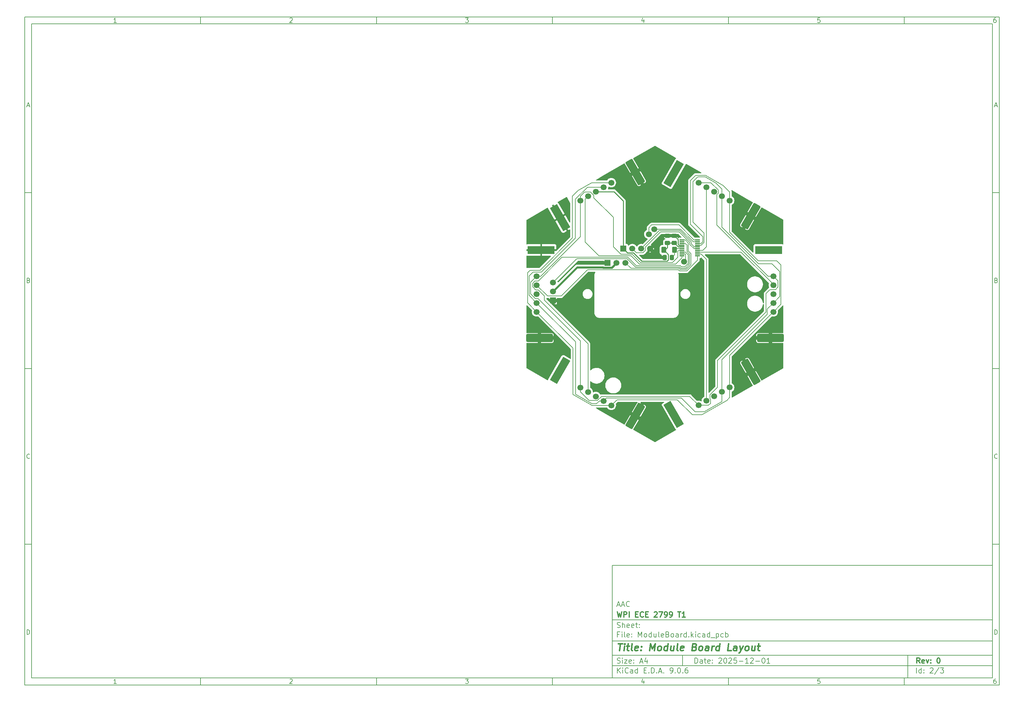
<source format=gbr>
%TF.GenerationSoftware,KiCad,Pcbnew,9.0.6*%
%TF.CreationDate,2025-12-02T02:32:02-05:00*%
%TF.ProjectId,ModuleBoard,4d6f6475-6c65-4426-9f61-72642e6b6963,0*%
%TF.SameCoordinates,Original*%
%TF.FileFunction,Copper,L2,Bot*%
%TF.FilePolarity,Positive*%
%FSLAX46Y46*%
G04 Gerber Fmt 4.6, Leading zero omitted, Abs format (unit mm)*
G04 Created by KiCad (PCBNEW 9.0.6) date 2025-12-02 02:32:02*
%MOMM*%
%LPD*%
G01*
G04 APERTURE LIST*
G04 Aperture macros list*
%AMRoundRect*
0 Rectangle with rounded corners*
0 $1 Rounding radius*
0 $2 $3 $4 $5 $6 $7 $8 $9 X,Y pos of 4 corners*
0 Add a 4 corners polygon primitive as box body*
4,1,4,$2,$3,$4,$5,$6,$7,$8,$9,$2,$3,0*
0 Add four circle primitives for the rounded corners*
1,1,$1+$1,$2,$3*
1,1,$1+$1,$4,$5*
1,1,$1+$1,$6,$7*
1,1,$1+$1,$8,$9*
0 Add four rect primitives between the rounded corners*
20,1,$1+$1,$2,$3,$4,$5,0*
20,1,$1+$1,$4,$5,$6,$7,0*
20,1,$1+$1,$6,$7,$8,$9,0*
20,1,$1+$1,$8,$9,$2,$3,0*%
%AMRotRect*
0 Rectangle, with rotation*
0 The origin of the aperture is its center*
0 $1 length*
0 $2 width*
0 $3 Rotation angle, in degrees counterclockwise*
0 Add horizontal line*
21,1,$1,$2,0,0,$3*%
G04 Aperture macros list end*
%ADD10C,0.100000*%
%ADD11C,0.150000*%
%ADD12C,0.300000*%
%ADD13C,0.400000*%
%TA.AperFunction,ComponentPad*%
%ADD14RotRect,7.600000X2.300000X60.000000*%
%TD*%
%TA.AperFunction,ComponentPad*%
%ADD15RotRect,7.600000X2.300000X240.000000*%
%TD*%
%TA.AperFunction,ComponentPad*%
%ADD16C,1.700000*%
%TD*%
%TA.AperFunction,ComponentPad*%
%ADD17RoundRect,0.345000X-1.030350X-3.394618X2.424650X2.589618X1.030350X3.394618X-2.424650X-2.589618X0*%
%TD*%
%TA.AperFunction,ComponentPad*%
%ADD18RoundRect,0.345000X1.030350X3.394618X-2.424650X-2.589618X-1.030350X-3.394618X2.424650X2.589618X0*%
%TD*%
%TA.AperFunction,ComponentPad*%
%ADD19R,1.700000X1.700000*%
%TD*%
%TA.AperFunction,ComponentPad*%
%ADD20RotRect,7.600000X2.300000X120.000000*%
%TD*%
%TA.AperFunction,ComponentPad*%
%ADD21RotRect,7.600000X2.300000X300.000000*%
%TD*%
%TA.AperFunction,ComponentPad*%
%ADD22RoundRect,0.345000X2.424650X-2.589618X-1.030350X3.394618X-2.424650X2.589618X1.030350X-3.394618X0*%
%TD*%
%TA.AperFunction,ComponentPad*%
%ADD23RoundRect,0.345000X-2.424650X2.589618X1.030350X-3.394618X2.424650X-2.589618X-1.030350X3.394618X0*%
%TD*%
%TA.AperFunction,ComponentPad*%
%ADD24R,7.600000X2.300000*%
%TD*%
%TA.AperFunction,ComponentPad*%
%ADD25RoundRect,0.345000X3.455000X0.805000X-3.455000X0.805000X-3.455000X-0.805000X3.455000X-0.805000X0*%
%TD*%
%TA.AperFunction,ComponentPad*%
%ADD26RoundRect,0.345000X-3.455000X-0.805000X3.455000X-0.805000X3.455000X0.805000X-3.455000X0.805000X0*%
%TD*%
%TA.AperFunction,SMDPad,CuDef*%
%ADD27RoundRect,0.250000X-0.475000X0.337500X-0.475000X-0.337500X0.475000X-0.337500X0.475000X0.337500X0*%
%TD*%
%TA.AperFunction,SMDPad,CuDef*%
%ADD28RoundRect,0.250000X-0.400000X-0.625000X0.400000X-0.625000X0.400000X0.625000X-0.400000X0.625000X0*%
%TD*%
%TA.AperFunction,SMDPad,CuDef*%
%ADD29R,1.425000X0.300000*%
%TD*%
%TA.AperFunction,SMDPad,CuDef*%
%ADD30RoundRect,0.250000X0.337500X0.475000X-0.337500X0.475000X-0.337500X-0.475000X0.337500X-0.475000X0*%
%TD*%
%TA.AperFunction,SMDPad,CuDef*%
%ADD31RoundRect,0.250000X0.475000X-0.337500X0.475000X0.337500X-0.475000X0.337500X-0.475000X-0.337500X0*%
%TD*%
%TA.AperFunction,ViaPad*%
%ADD32C,1.700000*%
%TD*%
%TA.AperFunction,Conductor*%
%ADD33C,0.250000*%
%TD*%
%TA.AperFunction,Conductor*%
%ADD34C,0.200000*%
%TD*%
%TA.AperFunction,Conductor*%
%ADD35C,0.600000*%
%TD*%
G04 APERTURE END LIST*
D10*
D11*
X177002200Y-166007200D02*
X285002200Y-166007200D01*
X285002200Y-198007200D01*
X177002200Y-198007200D01*
X177002200Y-166007200D01*
D10*
D11*
X10000000Y-10000000D02*
X287002200Y-10000000D01*
X287002200Y-200007200D01*
X10000000Y-200007200D01*
X10000000Y-10000000D01*
D10*
D11*
X12000000Y-12000000D02*
X285002200Y-12000000D01*
X285002200Y-198007200D01*
X12000000Y-198007200D01*
X12000000Y-12000000D01*
D10*
D11*
X60000000Y-12000000D02*
X60000000Y-10000000D01*
D10*
D11*
X110000000Y-12000000D02*
X110000000Y-10000000D01*
D10*
D11*
X160000000Y-12000000D02*
X160000000Y-10000000D01*
D10*
D11*
X210000000Y-12000000D02*
X210000000Y-10000000D01*
D10*
D11*
X260000000Y-12000000D02*
X260000000Y-10000000D01*
D10*
D11*
X36089160Y-11593604D02*
X35346303Y-11593604D01*
X35717731Y-11593604D02*
X35717731Y-10293604D01*
X35717731Y-10293604D02*
X35593922Y-10479319D01*
X35593922Y-10479319D02*
X35470112Y-10603128D01*
X35470112Y-10603128D02*
X35346303Y-10665033D01*
D10*
D11*
X85346303Y-10417414D02*
X85408207Y-10355509D01*
X85408207Y-10355509D02*
X85532017Y-10293604D01*
X85532017Y-10293604D02*
X85841541Y-10293604D01*
X85841541Y-10293604D02*
X85965350Y-10355509D01*
X85965350Y-10355509D02*
X86027255Y-10417414D01*
X86027255Y-10417414D02*
X86089160Y-10541223D01*
X86089160Y-10541223D02*
X86089160Y-10665033D01*
X86089160Y-10665033D02*
X86027255Y-10850747D01*
X86027255Y-10850747D02*
X85284398Y-11593604D01*
X85284398Y-11593604D02*
X86089160Y-11593604D01*
D10*
D11*
X135284398Y-10293604D02*
X136089160Y-10293604D01*
X136089160Y-10293604D02*
X135655826Y-10788842D01*
X135655826Y-10788842D02*
X135841541Y-10788842D01*
X135841541Y-10788842D02*
X135965350Y-10850747D01*
X135965350Y-10850747D02*
X136027255Y-10912652D01*
X136027255Y-10912652D02*
X136089160Y-11036461D01*
X136089160Y-11036461D02*
X136089160Y-11345985D01*
X136089160Y-11345985D02*
X136027255Y-11469795D01*
X136027255Y-11469795D02*
X135965350Y-11531700D01*
X135965350Y-11531700D02*
X135841541Y-11593604D01*
X135841541Y-11593604D02*
X135470112Y-11593604D01*
X135470112Y-11593604D02*
X135346303Y-11531700D01*
X135346303Y-11531700D02*
X135284398Y-11469795D01*
D10*
D11*
X185965350Y-10726938D02*
X185965350Y-11593604D01*
X185655826Y-10231700D02*
X185346303Y-11160271D01*
X185346303Y-11160271D02*
X186151064Y-11160271D01*
D10*
D11*
X236027255Y-10293604D02*
X235408207Y-10293604D01*
X235408207Y-10293604D02*
X235346303Y-10912652D01*
X235346303Y-10912652D02*
X235408207Y-10850747D01*
X235408207Y-10850747D02*
X235532017Y-10788842D01*
X235532017Y-10788842D02*
X235841541Y-10788842D01*
X235841541Y-10788842D02*
X235965350Y-10850747D01*
X235965350Y-10850747D02*
X236027255Y-10912652D01*
X236027255Y-10912652D02*
X236089160Y-11036461D01*
X236089160Y-11036461D02*
X236089160Y-11345985D01*
X236089160Y-11345985D02*
X236027255Y-11469795D01*
X236027255Y-11469795D02*
X235965350Y-11531700D01*
X235965350Y-11531700D02*
X235841541Y-11593604D01*
X235841541Y-11593604D02*
X235532017Y-11593604D01*
X235532017Y-11593604D02*
X235408207Y-11531700D01*
X235408207Y-11531700D02*
X235346303Y-11469795D01*
D10*
D11*
X285965350Y-10293604D02*
X285717731Y-10293604D01*
X285717731Y-10293604D02*
X285593922Y-10355509D01*
X285593922Y-10355509D02*
X285532017Y-10417414D01*
X285532017Y-10417414D02*
X285408207Y-10603128D01*
X285408207Y-10603128D02*
X285346303Y-10850747D01*
X285346303Y-10850747D02*
X285346303Y-11345985D01*
X285346303Y-11345985D02*
X285408207Y-11469795D01*
X285408207Y-11469795D02*
X285470112Y-11531700D01*
X285470112Y-11531700D02*
X285593922Y-11593604D01*
X285593922Y-11593604D02*
X285841541Y-11593604D01*
X285841541Y-11593604D02*
X285965350Y-11531700D01*
X285965350Y-11531700D02*
X286027255Y-11469795D01*
X286027255Y-11469795D02*
X286089160Y-11345985D01*
X286089160Y-11345985D02*
X286089160Y-11036461D01*
X286089160Y-11036461D02*
X286027255Y-10912652D01*
X286027255Y-10912652D02*
X285965350Y-10850747D01*
X285965350Y-10850747D02*
X285841541Y-10788842D01*
X285841541Y-10788842D02*
X285593922Y-10788842D01*
X285593922Y-10788842D02*
X285470112Y-10850747D01*
X285470112Y-10850747D02*
X285408207Y-10912652D01*
X285408207Y-10912652D02*
X285346303Y-11036461D01*
D10*
D11*
X60000000Y-198007200D02*
X60000000Y-200007200D01*
D10*
D11*
X110000000Y-198007200D02*
X110000000Y-200007200D01*
D10*
D11*
X160000000Y-198007200D02*
X160000000Y-200007200D01*
D10*
D11*
X210000000Y-198007200D02*
X210000000Y-200007200D01*
D10*
D11*
X260000000Y-198007200D02*
X260000000Y-200007200D01*
D10*
D11*
X36089160Y-199600804D02*
X35346303Y-199600804D01*
X35717731Y-199600804D02*
X35717731Y-198300804D01*
X35717731Y-198300804D02*
X35593922Y-198486519D01*
X35593922Y-198486519D02*
X35470112Y-198610328D01*
X35470112Y-198610328D02*
X35346303Y-198672233D01*
D10*
D11*
X85346303Y-198424614D02*
X85408207Y-198362709D01*
X85408207Y-198362709D02*
X85532017Y-198300804D01*
X85532017Y-198300804D02*
X85841541Y-198300804D01*
X85841541Y-198300804D02*
X85965350Y-198362709D01*
X85965350Y-198362709D02*
X86027255Y-198424614D01*
X86027255Y-198424614D02*
X86089160Y-198548423D01*
X86089160Y-198548423D02*
X86089160Y-198672233D01*
X86089160Y-198672233D02*
X86027255Y-198857947D01*
X86027255Y-198857947D02*
X85284398Y-199600804D01*
X85284398Y-199600804D02*
X86089160Y-199600804D01*
D10*
D11*
X135284398Y-198300804D02*
X136089160Y-198300804D01*
X136089160Y-198300804D02*
X135655826Y-198796042D01*
X135655826Y-198796042D02*
X135841541Y-198796042D01*
X135841541Y-198796042D02*
X135965350Y-198857947D01*
X135965350Y-198857947D02*
X136027255Y-198919852D01*
X136027255Y-198919852D02*
X136089160Y-199043661D01*
X136089160Y-199043661D02*
X136089160Y-199353185D01*
X136089160Y-199353185D02*
X136027255Y-199476995D01*
X136027255Y-199476995D02*
X135965350Y-199538900D01*
X135965350Y-199538900D02*
X135841541Y-199600804D01*
X135841541Y-199600804D02*
X135470112Y-199600804D01*
X135470112Y-199600804D02*
X135346303Y-199538900D01*
X135346303Y-199538900D02*
X135284398Y-199476995D01*
D10*
D11*
X185965350Y-198734138D02*
X185965350Y-199600804D01*
X185655826Y-198238900D02*
X185346303Y-199167471D01*
X185346303Y-199167471D02*
X186151064Y-199167471D01*
D10*
D11*
X236027255Y-198300804D02*
X235408207Y-198300804D01*
X235408207Y-198300804D02*
X235346303Y-198919852D01*
X235346303Y-198919852D02*
X235408207Y-198857947D01*
X235408207Y-198857947D02*
X235532017Y-198796042D01*
X235532017Y-198796042D02*
X235841541Y-198796042D01*
X235841541Y-198796042D02*
X235965350Y-198857947D01*
X235965350Y-198857947D02*
X236027255Y-198919852D01*
X236027255Y-198919852D02*
X236089160Y-199043661D01*
X236089160Y-199043661D02*
X236089160Y-199353185D01*
X236089160Y-199353185D02*
X236027255Y-199476995D01*
X236027255Y-199476995D02*
X235965350Y-199538900D01*
X235965350Y-199538900D02*
X235841541Y-199600804D01*
X235841541Y-199600804D02*
X235532017Y-199600804D01*
X235532017Y-199600804D02*
X235408207Y-199538900D01*
X235408207Y-199538900D02*
X235346303Y-199476995D01*
D10*
D11*
X285965350Y-198300804D02*
X285717731Y-198300804D01*
X285717731Y-198300804D02*
X285593922Y-198362709D01*
X285593922Y-198362709D02*
X285532017Y-198424614D01*
X285532017Y-198424614D02*
X285408207Y-198610328D01*
X285408207Y-198610328D02*
X285346303Y-198857947D01*
X285346303Y-198857947D02*
X285346303Y-199353185D01*
X285346303Y-199353185D02*
X285408207Y-199476995D01*
X285408207Y-199476995D02*
X285470112Y-199538900D01*
X285470112Y-199538900D02*
X285593922Y-199600804D01*
X285593922Y-199600804D02*
X285841541Y-199600804D01*
X285841541Y-199600804D02*
X285965350Y-199538900D01*
X285965350Y-199538900D02*
X286027255Y-199476995D01*
X286027255Y-199476995D02*
X286089160Y-199353185D01*
X286089160Y-199353185D02*
X286089160Y-199043661D01*
X286089160Y-199043661D02*
X286027255Y-198919852D01*
X286027255Y-198919852D02*
X285965350Y-198857947D01*
X285965350Y-198857947D02*
X285841541Y-198796042D01*
X285841541Y-198796042D02*
X285593922Y-198796042D01*
X285593922Y-198796042D02*
X285470112Y-198857947D01*
X285470112Y-198857947D02*
X285408207Y-198919852D01*
X285408207Y-198919852D02*
X285346303Y-199043661D01*
D10*
D11*
X10000000Y-60000000D02*
X12000000Y-60000000D01*
D10*
D11*
X10000000Y-110000000D02*
X12000000Y-110000000D01*
D10*
D11*
X10000000Y-160000000D02*
X12000000Y-160000000D01*
D10*
D11*
X10690476Y-35222176D02*
X11309523Y-35222176D01*
X10566666Y-35593604D02*
X10999999Y-34293604D01*
X10999999Y-34293604D02*
X11433333Y-35593604D01*
D10*
D11*
X11092857Y-84912652D02*
X11278571Y-84974557D01*
X11278571Y-84974557D02*
X11340476Y-85036461D01*
X11340476Y-85036461D02*
X11402380Y-85160271D01*
X11402380Y-85160271D02*
X11402380Y-85345985D01*
X11402380Y-85345985D02*
X11340476Y-85469795D01*
X11340476Y-85469795D02*
X11278571Y-85531700D01*
X11278571Y-85531700D02*
X11154761Y-85593604D01*
X11154761Y-85593604D02*
X10659523Y-85593604D01*
X10659523Y-85593604D02*
X10659523Y-84293604D01*
X10659523Y-84293604D02*
X11092857Y-84293604D01*
X11092857Y-84293604D02*
X11216666Y-84355509D01*
X11216666Y-84355509D02*
X11278571Y-84417414D01*
X11278571Y-84417414D02*
X11340476Y-84541223D01*
X11340476Y-84541223D02*
X11340476Y-84665033D01*
X11340476Y-84665033D02*
X11278571Y-84788842D01*
X11278571Y-84788842D02*
X11216666Y-84850747D01*
X11216666Y-84850747D02*
X11092857Y-84912652D01*
X11092857Y-84912652D02*
X10659523Y-84912652D01*
D10*
D11*
X11402380Y-135469795D02*
X11340476Y-135531700D01*
X11340476Y-135531700D02*
X11154761Y-135593604D01*
X11154761Y-135593604D02*
X11030952Y-135593604D01*
X11030952Y-135593604D02*
X10845238Y-135531700D01*
X10845238Y-135531700D02*
X10721428Y-135407890D01*
X10721428Y-135407890D02*
X10659523Y-135284080D01*
X10659523Y-135284080D02*
X10597619Y-135036461D01*
X10597619Y-135036461D02*
X10597619Y-134850747D01*
X10597619Y-134850747D02*
X10659523Y-134603128D01*
X10659523Y-134603128D02*
X10721428Y-134479319D01*
X10721428Y-134479319D02*
X10845238Y-134355509D01*
X10845238Y-134355509D02*
X11030952Y-134293604D01*
X11030952Y-134293604D02*
X11154761Y-134293604D01*
X11154761Y-134293604D02*
X11340476Y-134355509D01*
X11340476Y-134355509D02*
X11402380Y-134417414D01*
D10*
D11*
X10659523Y-185593604D02*
X10659523Y-184293604D01*
X10659523Y-184293604D02*
X10969047Y-184293604D01*
X10969047Y-184293604D02*
X11154761Y-184355509D01*
X11154761Y-184355509D02*
X11278571Y-184479319D01*
X11278571Y-184479319D02*
X11340476Y-184603128D01*
X11340476Y-184603128D02*
X11402380Y-184850747D01*
X11402380Y-184850747D02*
X11402380Y-185036461D01*
X11402380Y-185036461D02*
X11340476Y-185284080D01*
X11340476Y-185284080D02*
X11278571Y-185407890D01*
X11278571Y-185407890D02*
X11154761Y-185531700D01*
X11154761Y-185531700D02*
X10969047Y-185593604D01*
X10969047Y-185593604D02*
X10659523Y-185593604D01*
D10*
D11*
X287002200Y-60000000D02*
X285002200Y-60000000D01*
D10*
D11*
X287002200Y-110000000D02*
X285002200Y-110000000D01*
D10*
D11*
X287002200Y-160000000D02*
X285002200Y-160000000D01*
D10*
D11*
X285692676Y-35222176D02*
X286311723Y-35222176D01*
X285568866Y-35593604D02*
X286002199Y-34293604D01*
X286002199Y-34293604D02*
X286435533Y-35593604D01*
D10*
D11*
X286095057Y-84912652D02*
X286280771Y-84974557D01*
X286280771Y-84974557D02*
X286342676Y-85036461D01*
X286342676Y-85036461D02*
X286404580Y-85160271D01*
X286404580Y-85160271D02*
X286404580Y-85345985D01*
X286404580Y-85345985D02*
X286342676Y-85469795D01*
X286342676Y-85469795D02*
X286280771Y-85531700D01*
X286280771Y-85531700D02*
X286156961Y-85593604D01*
X286156961Y-85593604D02*
X285661723Y-85593604D01*
X285661723Y-85593604D02*
X285661723Y-84293604D01*
X285661723Y-84293604D02*
X286095057Y-84293604D01*
X286095057Y-84293604D02*
X286218866Y-84355509D01*
X286218866Y-84355509D02*
X286280771Y-84417414D01*
X286280771Y-84417414D02*
X286342676Y-84541223D01*
X286342676Y-84541223D02*
X286342676Y-84665033D01*
X286342676Y-84665033D02*
X286280771Y-84788842D01*
X286280771Y-84788842D02*
X286218866Y-84850747D01*
X286218866Y-84850747D02*
X286095057Y-84912652D01*
X286095057Y-84912652D02*
X285661723Y-84912652D01*
D10*
D11*
X286404580Y-135469795D02*
X286342676Y-135531700D01*
X286342676Y-135531700D02*
X286156961Y-135593604D01*
X286156961Y-135593604D02*
X286033152Y-135593604D01*
X286033152Y-135593604D02*
X285847438Y-135531700D01*
X285847438Y-135531700D02*
X285723628Y-135407890D01*
X285723628Y-135407890D02*
X285661723Y-135284080D01*
X285661723Y-135284080D02*
X285599819Y-135036461D01*
X285599819Y-135036461D02*
X285599819Y-134850747D01*
X285599819Y-134850747D02*
X285661723Y-134603128D01*
X285661723Y-134603128D02*
X285723628Y-134479319D01*
X285723628Y-134479319D02*
X285847438Y-134355509D01*
X285847438Y-134355509D02*
X286033152Y-134293604D01*
X286033152Y-134293604D02*
X286156961Y-134293604D01*
X286156961Y-134293604D02*
X286342676Y-134355509D01*
X286342676Y-134355509D02*
X286404580Y-134417414D01*
D10*
D11*
X285661723Y-185593604D02*
X285661723Y-184293604D01*
X285661723Y-184293604D02*
X285971247Y-184293604D01*
X285971247Y-184293604D02*
X286156961Y-184355509D01*
X286156961Y-184355509D02*
X286280771Y-184479319D01*
X286280771Y-184479319D02*
X286342676Y-184603128D01*
X286342676Y-184603128D02*
X286404580Y-184850747D01*
X286404580Y-184850747D02*
X286404580Y-185036461D01*
X286404580Y-185036461D02*
X286342676Y-185284080D01*
X286342676Y-185284080D02*
X286280771Y-185407890D01*
X286280771Y-185407890D02*
X286156961Y-185531700D01*
X286156961Y-185531700D02*
X285971247Y-185593604D01*
X285971247Y-185593604D02*
X285661723Y-185593604D01*
D10*
D11*
X200458026Y-193793328D02*
X200458026Y-192293328D01*
X200458026Y-192293328D02*
X200815169Y-192293328D01*
X200815169Y-192293328D02*
X201029455Y-192364757D01*
X201029455Y-192364757D02*
X201172312Y-192507614D01*
X201172312Y-192507614D02*
X201243741Y-192650471D01*
X201243741Y-192650471D02*
X201315169Y-192936185D01*
X201315169Y-192936185D02*
X201315169Y-193150471D01*
X201315169Y-193150471D02*
X201243741Y-193436185D01*
X201243741Y-193436185D02*
X201172312Y-193579042D01*
X201172312Y-193579042D02*
X201029455Y-193721900D01*
X201029455Y-193721900D02*
X200815169Y-193793328D01*
X200815169Y-193793328D02*
X200458026Y-193793328D01*
X202600884Y-193793328D02*
X202600884Y-193007614D01*
X202600884Y-193007614D02*
X202529455Y-192864757D01*
X202529455Y-192864757D02*
X202386598Y-192793328D01*
X202386598Y-192793328D02*
X202100884Y-192793328D01*
X202100884Y-192793328D02*
X201958026Y-192864757D01*
X202600884Y-193721900D02*
X202458026Y-193793328D01*
X202458026Y-193793328D02*
X202100884Y-193793328D01*
X202100884Y-193793328D02*
X201958026Y-193721900D01*
X201958026Y-193721900D02*
X201886598Y-193579042D01*
X201886598Y-193579042D02*
X201886598Y-193436185D01*
X201886598Y-193436185D02*
X201958026Y-193293328D01*
X201958026Y-193293328D02*
X202100884Y-193221900D01*
X202100884Y-193221900D02*
X202458026Y-193221900D01*
X202458026Y-193221900D02*
X202600884Y-193150471D01*
X203100884Y-192793328D02*
X203672312Y-192793328D01*
X203315169Y-192293328D02*
X203315169Y-193579042D01*
X203315169Y-193579042D02*
X203386598Y-193721900D01*
X203386598Y-193721900D02*
X203529455Y-193793328D01*
X203529455Y-193793328D02*
X203672312Y-193793328D01*
X204743741Y-193721900D02*
X204600884Y-193793328D01*
X204600884Y-193793328D02*
X204315170Y-193793328D01*
X204315170Y-193793328D02*
X204172312Y-193721900D01*
X204172312Y-193721900D02*
X204100884Y-193579042D01*
X204100884Y-193579042D02*
X204100884Y-193007614D01*
X204100884Y-193007614D02*
X204172312Y-192864757D01*
X204172312Y-192864757D02*
X204315170Y-192793328D01*
X204315170Y-192793328D02*
X204600884Y-192793328D01*
X204600884Y-192793328D02*
X204743741Y-192864757D01*
X204743741Y-192864757D02*
X204815170Y-193007614D01*
X204815170Y-193007614D02*
X204815170Y-193150471D01*
X204815170Y-193150471D02*
X204100884Y-193293328D01*
X205458026Y-193650471D02*
X205529455Y-193721900D01*
X205529455Y-193721900D02*
X205458026Y-193793328D01*
X205458026Y-193793328D02*
X205386598Y-193721900D01*
X205386598Y-193721900D02*
X205458026Y-193650471D01*
X205458026Y-193650471D02*
X205458026Y-193793328D01*
X205458026Y-192864757D02*
X205529455Y-192936185D01*
X205529455Y-192936185D02*
X205458026Y-193007614D01*
X205458026Y-193007614D02*
X205386598Y-192936185D01*
X205386598Y-192936185D02*
X205458026Y-192864757D01*
X205458026Y-192864757D02*
X205458026Y-193007614D01*
X207243741Y-192436185D02*
X207315169Y-192364757D01*
X207315169Y-192364757D02*
X207458027Y-192293328D01*
X207458027Y-192293328D02*
X207815169Y-192293328D01*
X207815169Y-192293328D02*
X207958027Y-192364757D01*
X207958027Y-192364757D02*
X208029455Y-192436185D01*
X208029455Y-192436185D02*
X208100884Y-192579042D01*
X208100884Y-192579042D02*
X208100884Y-192721900D01*
X208100884Y-192721900D02*
X208029455Y-192936185D01*
X208029455Y-192936185D02*
X207172312Y-193793328D01*
X207172312Y-193793328D02*
X208100884Y-193793328D01*
X209029455Y-192293328D02*
X209172312Y-192293328D01*
X209172312Y-192293328D02*
X209315169Y-192364757D01*
X209315169Y-192364757D02*
X209386598Y-192436185D01*
X209386598Y-192436185D02*
X209458026Y-192579042D01*
X209458026Y-192579042D02*
X209529455Y-192864757D01*
X209529455Y-192864757D02*
X209529455Y-193221900D01*
X209529455Y-193221900D02*
X209458026Y-193507614D01*
X209458026Y-193507614D02*
X209386598Y-193650471D01*
X209386598Y-193650471D02*
X209315169Y-193721900D01*
X209315169Y-193721900D02*
X209172312Y-193793328D01*
X209172312Y-193793328D02*
X209029455Y-193793328D01*
X209029455Y-193793328D02*
X208886598Y-193721900D01*
X208886598Y-193721900D02*
X208815169Y-193650471D01*
X208815169Y-193650471D02*
X208743740Y-193507614D01*
X208743740Y-193507614D02*
X208672312Y-193221900D01*
X208672312Y-193221900D02*
X208672312Y-192864757D01*
X208672312Y-192864757D02*
X208743740Y-192579042D01*
X208743740Y-192579042D02*
X208815169Y-192436185D01*
X208815169Y-192436185D02*
X208886598Y-192364757D01*
X208886598Y-192364757D02*
X209029455Y-192293328D01*
X210100883Y-192436185D02*
X210172311Y-192364757D01*
X210172311Y-192364757D02*
X210315169Y-192293328D01*
X210315169Y-192293328D02*
X210672311Y-192293328D01*
X210672311Y-192293328D02*
X210815169Y-192364757D01*
X210815169Y-192364757D02*
X210886597Y-192436185D01*
X210886597Y-192436185D02*
X210958026Y-192579042D01*
X210958026Y-192579042D02*
X210958026Y-192721900D01*
X210958026Y-192721900D02*
X210886597Y-192936185D01*
X210886597Y-192936185D02*
X210029454Y-193793328D01*
X210029454Y-193793328D02*
X210958026Y-193793328D01*
X212315168Y-192293328D02*
X211600882Y-192293328D01*
X211600882Y-192293328D02*
X211529454Y-193007614D01*
X211529454Y-193007614D02*
X211600882Y-192936185D01*
X211600882Y-192936185D02*
X211743740Y-192864757D01*
X211743740Y-192864757D02*
X212100882Y-192864757D01*
X212100882Y-192864757D02*
X212243740Y-192936185D01*
X212243740Y-192936185D02*
X212315168Y-193007614D01*
X212315168Y-193007614D02*
X212386597Y-193150471D01*
X212386597Y-193150471D02*
X212386597Y-193507614D01*
X212386597Y-193507614D02*
X212315168Y-193650471D01*
X212315168Y-193650471D02*
X212243740Y-193721900D01*
X212243740Y-193721900D02*
X212100882Y-193793328D01*
X212100882Y-193793328D02*
X211743740Y-193793328D01*
X211743740Y-193793328D02*
X211600882Y-193721900D01*
X211600882Y-193721900D02*
X211529454Y-193650471D01*
X213029453Y-193221900D02*
X214172311Y-193221900D01*
X215672311Y-193793328D02*
X214815168Y-193793328D01*
X215243739Y-193793328D02*
X215243739Y-192293328D01*
X215243739Y-192293328D02*
X215100882Y-192507614D01*
X215100882Y-192507614D02*
X214958025Y-192650471D01*
X214958025Y-192650471D02*
X214815168Y-192721900D01*
X216243739Y-192436185D02*
X216315167Y-192364757D01*
X216315167Y-192364757D02*
X216458025Y-192293328D01*
X216458025Y-192293328D02*
X216815167Y-192293328D01*
X216815167Y-192293328D02*
X216958025Y-192364757D01*
X216958025Y-192364757D02*
X217029453Y-192436185D01*
X217029453Y-192436185D02*
X217100882Y-192579042D01*
X217100882Y-192579042D02*
X217100882Y-192721900D01*
X217100882Y-192721900D02*
X217029453Y-192936185D01*
X217029453Y-192936185D02*
X216172310Y-193793328D01*
X216172310Y-193793328D02*
X217100882Y-193793328D01*
X217743738Y-193221900D02*
X218886596Y-193221900D01*
X219886596Y-192293328D02*
X220029453Y-192293328D01*
X220029453Y-192293328D02*
X220172310Y-192364757D01*
X220172310Y-192364757D02*
X220243739Y-192436185D01*
X220243739Y-192436185D02*
X220315167Y-192579042D01*
X220315167Y-192579042D02*
X220386596Y-192864757D01*
X220386596Y-192864757D02*
X220386596Y-193221900D01*
X220386596Y-193221900D02*
X220315167Y-193507614D01*
X220315167Y-193507614D02*
X220243739Y-193650471D01*
X220243739Y-193650471D02*
X220172310Y-193721900D01*
X220172310Y-193721900D02*
X220029453Y-193793328D01*
X220029453Y-193793328D02*
X219886596Y-193793328D01*
X219886596Y-193793328D02*
X219743739Y-193721900D01*
X219743739Y-193721900D02*
X219672310Y-193650471D01*
X219672310Y-193650471D02*
X219600881Y-193507614D01*
X219600881Y-193507614D02*
X219529453Y-193221900D01*
X219529453Y-193221900D02*
X219529453Y-192864757D01*
X219529453Y-192864757D02*
X219600881Y-192579042D01*
X219600881Y-192579042D02*
X219672310Y-192436185D01*
X219672310Y-192436185D02*
X219743739Y-192364757D01*
X219743739Y-192364757D02*
X219886596Y-192293328D01*
X221815167Y-193793328D02*
X220958024Y-193793328D01*
X221386595Y-193793328D02*
X221386595Y-192293328D01*
X221386595Y-192293328D02*
X221243738Y-192507614D01*
X221243738Y-192507614D02*
X221100881Y-192650471D01*
X221100881Y-192650471D02*
X220958024Y-192721900D01*
D10*
D11*
X177002200Y-194507200D02*
X285002200Y-194507200D01*
D10*
D11*
X178458026Y-196593328D02*
X178458026Y-195093328D01*
X179315169Y-196593328D02*
X178672312Y-195736185D01*
X179315169Y-195093328D02*
X178458026Y-195950471D01*
X179958026Y-196593328D02*
X179958026Y-195593328D01*
X179958026Y-195093328D02*
X179886598Y-195164757D01*
X179886598Y-195164757D02*
X179958026Y-195236185D01*
X179958026Y-195236185D02*
X180029455Y-195164757D01*
X180029455Y-195164757D02*
X179958026Y-195093328D01*
X179958026Y-195093328D02*
X179958026Y-195236185D01*
X181529455Y-196450471D02*
X181458027Y-196521900D01*
X181458027Y-196521900D02*
X181243741Y-196593328D01*
X181243741Y-196593328D02*
X181100884Y-196593328D01*
X181100884Y-196593328D02*
X180886598Y-196521900D01*
X180886598Y-196521900D02*
X180743741Y-196379042D01*
X180743741Y-196379042D02*
X180672312Y-196236185D01*
X180672312Y-196236185D02*
X180600884Y-195950471D01*
X180600884Y-195950471D02*
X180600884Y-195736185D01*
X180600884Y-195736185D02*
X180672312Y-195450471D01*
X180672312Y-195450471D02*
X180743741Y-195307614D01*
X180743741Y-195307614D02*
X180886598Y-195164757D01*
X180886598Y-195164757D02*
X181100884Y-195093328D01*
X181100884Y-195093328D02*
X181243741Y-195093328D01*
X181243741Y-195093328D02*
X181458027Y-195164757D01*
X181458027Y-195164757D02*
X181529455Y-195236185D01*
X182815170Y-196593328D02*
X182815170Y-195807614D01*
X182815170Y-195807614D02*
X182743741Y-195664757D01*
X182743741Y-195664757D02*
X182600884Y-195593328D01*
X182600884Y-195593328D02*
X182315170Y-195593328D01*
X182315170Y-195593328D02*
X182172312Y-195664757D01*
X182815170Y-196521900D02*
X182672312Y-196593328D01*
X182672312Y-196593328D02*
X182315170Y-196593328D01*
X182315170Y-196593328D02*
X182172312Y-196521900D01*
X182172312Y-196521900D02*
X182100884Y-196379042D01*
X182100884Y-196379042D02*
X182100884Y-196236185D01*
X182100884Y-196236185D02*
X182172312Y-196093328D01*
X182172312Y-196093328D02*
X182315170Y-196021900D01*
X182315170Y-196021900D02*
X182672312Y-196021900D01*
X182672312Y-196021900D02*
X182815170Y-195950471D01*
X184172313Y-196593328D02*
X184172313Y-195093328D01*
X184172313Y-196521900D02*
X184029455Y-196593328D01*
X184029455Y-196593328D02*
X183743741Y-196593328D01*
X183743741Y-196593328D02*
X183600884Y-196521900D01*
X183600884Y-196521900D02*
X183529455Y-196450471D01*
X183529455Y-196450471D02*
X183458027Y-196307614D01*
X183458027Y-196307614D02*
X183458027Y-195879042D01*
X183458027Y-195879042D02*
X183529455Y-195736185D01*
X183529455Y-195736185D02*
X183600884Y-195664757D01*
X183600884Y-195664757D02*
X183743741Y-195593328D01*
X183743741Y-195593328D02*
X184029455Y-195593328D01*
X184029455Y-195593328D02*
X184172313Y-195664757D01*
X186029455Y-195807614D02*
X186529455Y-195807614D01*
X186743741Y-196593328D02*
X186029455Y-196593328D01*
X186029455Y-196593328D02*
X186029455Y-195093328D01*
X186029455Y-195093328D02*
X186743741Y-195093328D01*
X187386598Y-196450471D02*
X187458027Y-196521900D01*
X187458027Y-196521900D02*
X187386598Y-196593328D01*
X187386598Y-196593328D02*
X187315170Y-196521900D01*
X187315170Y-196521900D02*
X187386598Y-196450471D01*
X187386598Y-196450471D02*
X187386598Y-196593328D01*
X188100884Y-196593328D02*
X188100884Y-195093328D01*
X188100884Y-195093328D02*
X188458027Y-195093328D01*
X188458027Y-195093328D02*
X188672313Y-195164757D01*
X188672313Y-195164757D02*
X188815170Y-195307614D01*
X188815170Y-195307614D02*
X188886599Y-195450471D01*
X188886599Y-195450471D02*
X188958027Y-195736185D01*
X188958027Y-195736185D02*
X188958027Y-195950471D01*
X188958027Y-195950471D02*
X188886599Y-196236185D01*
X188886599Y-196236185D02*
X188815170Y-196379042D01*
X188815170Y-196379042D02*
X188672313Y-196521900D01*
X188672313Y-196521900D02*
X188458027Y-196593328D01*
X188458027Y-196593328D02*
X188100884Y-196593328D01*
X189600884Y-196450471D02*
X189672313Y-196521900D01*
X189672313Y-196521900D02*
X189600884Y-196593328D01*
X189600884Y-196593328D02*
X189529456Y-196521900D01*
X189529456Y-196521900D02*
X189600884Y-196450471D01*
X189600884Y-196450471D02*
X189600884Y-196593328D01*
X190243742Y-196164757D02*
X190958028Y-196164757D01*
X190100885Y-196593328D02*
X190600885Y-195093328D01*
X190600885Y-195093328D02*
X191100885Y-196593328D01*
X191600884Y-196450471D02*
X191672313Y-196521900D01*
X191672313Y-196521900D02*
X191600884Y-196593328D01*
X191600884Y-196593328D02*
X191529456Y-196521900D01*
X191529456Y-196521900D02*
X191600884Y-196450471D01*
X191600884Y-196450471D02*
X191600884Y-196593328D01*
X193529456Y-196593328D02*
X193815170Y-196593328D01*
X193815170Y-196593328D02*
X193958027Y-196521900D01*
X193958027Y-196521900D02*
X194029456Y-196450471D01*
X194029456Y-196450471D02*
X194172313Y-196236185D01*
X194172313Y-196236185D02*
X194243742Y-195950471D01*
X194243742Y-195950471D02*
X194243742Y-195379042D01*
X194243742Y-195379042D02*
X194172313Y-195236185D01*
X194172313Y-195236185D02*
X194100885Y-195164757D01*
X194100885Y-195164757D02*
X193958027Y-195093328D01*
X193958027Y-195093328D02*
X193672313Y-195093328D01*
X193672313Y-195093328D02*
X193529456Y-195164757D01*
X193529456Y-195164757D02*
X193458027Y-195236185D01*
X193458027Y-195236185D02*
X193386599Y-195379042D01*
X193386599Y-195379042D02*
X193386599Y-195736185D01*
X193386599Y-195736185D02*
X193458027Y-195879042D01*
X193458027Y-195879042D02*
X193529456Y-195950471D01*
X193529456Y-195950471D02*
X193672313Y-196021900D01*
X193672313Y-196021900D02*
X193958027Y-196021900D01*
X193958027Y-196021900D02*
X194100885Y-195950471D01*
X194100885Y-195950471D02*
X194172313Y-195879042D01*
X194172313Y-195879042D02*
X194243742Y-195736185D01*
X194886598Y-196450471D02*
X194958027Y-196521900D01*
X194958027Y-196521900D02*
X194886598Y-196593328D01*
X194886598Y-196593328D02*
X194815170Y-196521900D01*
X194815170Y-196521900D02*
X194886598Y-196450471D01*
X194886598Y-196450471D02*
X194886598Y-196593328D01*
X195886599Y-195093328D02*
X196029456Y-195093328D01*
X196029456Y-195093328D02*
X196172313Y-195164757D01*
X196172313Y-195164757D02*
X196243742Y-195236185D01*
X196243742Y-195236185D02*
X196315170Y-195379042D01*
X196315170Y-195379042D02*
X196386599Y-195664757D01*
X196386599Y-195664757D02*
X196386599Y-196021900D01*
X196386599Y-196021900D02*
X196315170Y-196307614D01*
X196315170Y-196307614D02*
X196243742Y-196450471D01*
X196243742Y-196450471D02*
X196172313Y-196521900D01*
X196172313Y-196521900D02*
X196029456Y-196593328D01*
X196029456Y-196593328D02*
X195886599Y-196593328D01*
X195886599Y-196593328D02*
X195743742Y-196521900D01*
X195743742Y-196521900D02*
X195672313Y-196450471D01*
X195672313Y-196450471D02*
X195600884Y-196307614D01*
X195600884Y-196307614D02*
X195529456Y-196021900D01*
X195529456Y-196021900D02*
X195529456Y-195664757D01*
X195529456Y-195664757D02*
X195600884Y-195379042D01*
X195600884Y-195379042D02*
X195672313Y-195236185D01*
X195672313Y-195236185D02*
X195743742Y-195164757D01*
X195743742Y-195164757D02*
X195886599Y-195093328D01*
X197029455Y-196450471D02*
X197100884Y-196521900D01*
X197100884Y-196521900D02*
X197029455Y-196593328D01*
X197029455Y-196593328D02*
X196958027Y-196521900D01*
X196958027Y-196521900D02*
X197029455Y-196450471D01*
X197029455Y-196450471D02*
X197029455Y-196593328D01*
X198386599Y-195093328D02*
X198100884Y-195093328D01*
X198100884Y-195093328D02*
X197958027Y-195164757D01*
X197958027Y-195164757D02*
X197886599Y-195236185D01*
X197886599Y-195236185D02*
X197743741Y-195450471D01*
X197743741Y-195450471D02*
X197672313Y-195736185D01*
X197672313Y-195736185D02*
X197672313Y-196307614D01*
X197672313Y-196307614D02*
X197743741Y-196450471D01*
X197743741Y-196450471D02*
X197815170Y-196521900D01*
X197815170Y-196521900D02*
X197958027Y-196593328D01*
X197958027Y-196593328D02*
X198243741Y-196593328D01*
X198243741Y-196593328D02*
X198386599Y-196521900D01*
X198386599Y-196521900D02*
X198458027Y-196450471D01*
X198458027Y-196450471D02*
X198529456Y-196307614D01*
X198529456Y-196307614D02*
X198529456Y-195950471D01*
X198529456Y-195950471D02*
X198458027Y-195807614D01*
X198458027Y-195807614D02*
X198386599Y-195736185D01*
X198386599Y-195736185D02*
X198243741Y-195664757D01*
X198243741Y-195664757D02*
X197958027Y-195664757D01*
X197958027Y-195664757D02*
X197815170Y-195736185D01*
X197815170Y-195736185D02*
X197743741Y-195807614D01*
X197743741Y-195807614D02*
X197672313Y-195950471D01*
D10*
D11*
X177002200Y-191507200D02*
X285002200Y-191507200D01*
D10*
D12*
X264413853Y-193785528D02*
X263913853Y-193071242D01*
X263556710Y-193785528D02*
X263556710Y-192285528D01*
X263556710Y-192285528D02*
X264128139Y-192285528D01*
X264128139Y-192285528D02*
X264270996Y-192356957D01*
X264270996Y-192356957D02*
X264342425Y-192428385D01*
X264342425Y-192428385D02*
X264413853Y-192571242D01*
X264413853Y-192571242D02*
X264413853Y-192785528D01*
X264413853Y-192785528D02*
X264342425Y-192928385D01*
X264342425Y-192928385D02*
X264270996Y-192999814D01*
X264270996Y-192999814D02*
X264128139Y-193071242D01*
X264128139Y-193071242D02*
X263556710Y-193071242D01*
X265628139Y-193714100D02*
X265485282Y-193785528D01*
X265485282Y-193785528D02*
X265199568Y-193785528D01*
X265199568Y-193785528D02*
X265056710Y-193714100D01*
X265056710Y-193714100D02*
X264985282Y-193571242D01*
X264985282Y-193571242D02*
X264985282Y-192999814D01*
X264985282Y-192999814D02*
X265056710Y-192856957D01*
X265056710Y-192856957D02*
X265199568Y-192785528D01*
X265199568Y-192785528D02*
X265485282Y-192785528D01*
X265485282Y-192785528D02*
X265628139Y-192856957D01*
X265628139Y-192856957D02*
X265699568Y-192999814D01*
X265699568Y-192999814D02*
X265699568Y-193142671D01*
X265699568Y-193142671D02*
X264985282Y-193285528D01*
X266199567Y-192785528D02*
X266556710Y-193785528D01*
X266556710Y-193785528D02*
X266913853Y-192785528D01*
X267485281Y-193642671D02*
X267556710Y-193714100D01*
X267556710Y-193714100D02*
X267485281Y-193785528D01*
X267485281Y-193785528D02*
X267413853Y-193714100D01*
X267413853Y-193714100D02*
X267485281Y-193642671D01*
X267485281Y-193642671D02*
X267485281Y-193785528D01*
X267485281Y-192856957D02*
X267556710Y-192928385D01*
X267556710Y-192928385D02*
X267485281Y-192999814D01*
X267485281Y-192999814D02*
X267413853Y-192928385D01*
X267413853Y-192928385D02*
X267485281Y-192856957D01*
X267485281Y-192856957D02*
X267485281Y-192999814D01*
X269628139Y-192285528D02*
X269770996Y-192285528D01*
X269770996Y-192285528D02*
X269913853Y-192356957D01*
X269913853Y-192356957D02*
X269985282Y-192428385D01*
X269985282Y-192428385D02*
X270056710Y-192571242D01*
X270056710Y-192571242D02*
X270128139Y-192856957D01*
X270128139Y-192856957D02*
X270128139Y-193214100D01*
X270128139Y-193214100D02*
X270056710Y-193499814D01*
X270056710Y-193499814D02*
X269985282Y-193642671D01*
X269985282Y-193642671D02*
X269913853Y-193714100D01*
X269913853Y-193714100D02*
X269770996Y-193785528D01*
X269770996Y-193785528D02*
X269628139Y-193785528D01*
X269628139Y-193785528D02*
X269485282Y-193714100D01*
X269485282Y-193714100D02*
X269413853Y-193642671D01*
X269413853Y-193642671D02*
X269342424Y-193499814D01*
X269342424Y-193499814D02*
X269270996Y-193214100D01*
X269270996Y-193214100D02*
X269270996Y-192856957D01*
X269270996Y-192856957D02*
X269342424Y-192571242D01*
X269342424Y-192571242D02*
X269413853Y-192428385D01*
X269413853Y-192428385D02*
X269485282Y-192356957D01*
X269485282Y-192356957D02*
X269628139Y-192285528D01*
D10*
D11*
X178386598Y-193721900D02*
X178600884Y-193793328D01*
X178600884Y-193793328D02*
X178958026Y-193793328D01*
X178958026Y-193793328D02*
X179100884Y-193721900D01*
X179100884Y-193721900D02*
X179172312Y-193650471D01*
X179172312Y-193650471D02*
X179243741Y-193507614D01*
X179243741Y-193507614D02*
X179243741Y-193364757D01*
X179243741Y-193364757D02*
X179172312Y-193221900D01*
X179172312Y-193221900D02*
X179100884Y-193150471D01*
X179100884Y-193150471D02*
X178958026Y-193079042D01*
X178958026Y-193079042D02*
X178672312Y-193007614D01*
X178672312Y-193007614D02*
X178529455Y-192936185D01*
X178529455Y-192936185D02*
X178458026Y-192864757D01*
X178458026Y-192864757D02*
X178386598Y-192721900D01*
X178386598Y-192721900D02*
X178386598Y-192579042D01*
X178386598Y-192579042D02*
X178458026Y-192436185D01*
X178458026Y-192436185D02*
X178529455Y-192364757D01*
X178529455Y-192364757D02*
X178672312Y-192293328D01*
X178672312Y-192293328D02*
X179029455Y-192293328D01*
X179029455Y-192293328D02*
X179243741Y-192364757D01*
X179886597Y-193793328D02*
X179886597Y-192793328D01*
X179886597Y-192293328D02*
X179815169Y-192364757D01*
X179815169Y-192364757D02*
X179886597Y-192436185D01*
X179886597Y-192436185D02*
X179958026Y-192364757D01*
X179958026Y-192364757D02*
X179886597Y-192293328D01*
X179886597Y-192293328D02*
X179886597Y-192436185D01*
X180458026Y-192793328D02*
X181243741Y-192793328D01*
X181243741Y-192793328D02*
X180458026Y-193793328D01*
X180458026Y-193793328D02*
X181243741Y-193793328D01*
X182386598Y-193721900D02*
X182243741Y-193793328D01*
X182243741Y-193793328D02*
X181958027Y-193793328D01*
X181958027Y-193793328D02*
X181815169Y-193721900D01*
X181815169Y-193721900D02*
X181743741Y-193579042D01*
X181743741Y-193579042D02*
X181743741Y-193007614D01*
X181743741Y-193007614D02*
X181815169Y-192864757D01*
X181815169Y-192864757D02*
X181958027Y-192793328D01*
X181958027Y-192793328D02*
X182243741Y-192793328D01*
X182243741Y-192793328D02*
X182386598Y-192864757D01*
X182386598Y-192864757D02*
X182458027Y-193007614D01*
X182458027Y-193007614D02*
X182458027Y-193150471D01*
X182458027Y-193150471D02*
X181743741Y-193293328D01*
X183100883Y-193650471D02*
X183172312Y-193721900D01*
X183172312Y-193721900D02*
X183100883Y-193793328D01*
X183100883Y-193793328D02*
X183029455Y-193721900D01*
X183029455Y-193721900D02*
X183100883Y-193650471D01*
X183100883Y-193650471D02*
X183100883Y-193793328D01*
X183100883Y-192864757D02*
X183172312Y-192936185D01*
X183172312Y-192936185D02*
X183100883Y-193007614D01*
X183100883Y-193007614D02*
X183029455Y-192936185D01*
X183029455Y-192936185D02*
X183100883Y-192864757D01*
X183100883Y-192864757D02*
X183100883Y-193007614D01*
X184886598Y-193364757D02*
X185600884Y-193364757D01*
X184743741Y-193793328D02*
X185243741Y-192293328D01*
X185243741Y-192293328D02*
X185743741Y-193793328D01*
X186886598Y-192793328D02*
X186886598Y-193793328D01*
X186529455Y-192221900D02*
X186172312Y-193293328D01*
X186172312Y-193293328D02*
X187100883Y-193293328D01*
D10*
D11*
X263458026Y-196593328D02*
X263458026Y-195093328D01*
X264815170Y-196593328D02*
X264815170Y-195093328D01*
X264815170Y-196521900D02*
X264672312Y-196593328D01*
X264672312Y-196593328D02*
X264386598Y-196593328D01*
X264386598Y-196593328D02*
X264243741Y-196521900D01*
X264243741Y-196521900D02*
X264172312Y-196450471D01*
X264172312Y-196450471D02*
X264100884Y-196307614D01*
X264100884Y-196307614D02*
X264100884Y-195879042D01*
X264100884Y-195879042D02*
X264172312Y-195736185D01*
X264172312Y-195736185D02*
X264243741Y-195664757D01*
X264243741Y-195664757D02*
X264386598Y-195593328D01*
X264386598Y-195593328D02*
X264672312Y-195593328D01*
X264672312Y-195593328D02*
X264815170Y-195664757D01*
X265529455Y-196450471D02*
X265600884Y-196521900D01*
X265600884Y-196521900D02*
X265529455Y-196593328D01*
X265529455Y-196593328D02*
X265458027Y-196521900D01*
X265458027Y-196521900D02*
X265529455Y-196450471D01*
X265529455Y-196450471D02*
X265529455Y-196593328D01*
X265529455Y-195664757D02*
X265600884Y-195736185D01*
X265600884Y-195736185D02*
X265529455Y-195807614D01*
X265529455Y-195807614D02*
X265458027Y-195736185D01*
X265458027Y-195736185D02*
X265529455Y-195664757D01*
X265529455Y-195664757D02*
X265529455Y-195807614D01*
X267315170Y-195236185D02*
X267386598Y-195164757D01*
X267386598Y-195164757D02*
X267529456Y-195093328D01*
X267529456Y-195093328D02*
X267886598Y-195093328D01*
X267886598Y-195093328D02*
X268029456Y-195164757D01*
X268029456Y-195164757D02*
X268100884Y-195236185D01*
X268100884Y-195236185D02*
X268172313Y-195379042D01*
X268172313Y-195379042D02*
X268172313Y-195521900D01*
X268172313Y-195521900D02*
X268100884Y-195736185D01*
X268100884Y-195736185D02*
X267243741Y-196593328D01*
X267243741Y-196593328D02*
X268172313Y-196593328D01*
X269886598Y-195021900D02*
X268600884Y-196950471D01*
X270243741Y-195093328D02*
X271172313Y-195093328D01*
X271172313Y-195093328D02*
X270672313Y-195664757D01*
X270672313Y-195664757D02*
X270886598Y-195664757D01*
X270886598Y-195664757D02*
X271029456Y-195736185D01*
X271029456Y-195736185D02*
X271100884Y-195807614D01*
X271100884Y-195807614D02*
X271172313Y-195950471D01*
X271172313Y-195950471D02*
X271172313Y-196307614D01*
X271172313Y-196307614D02*
X271100884Y-196450471D01*
X271100884Y-196450471D02*
X271029456Y-196521900D01*
X271029456Y-196521900D02*
X270886598Y-196593328D01*
X270886598Y-196593328D02*
X270458027Y-196593328D01*
X270458027Y-196593328D02*
X270315170Y-196521900D01*
X270315170Y-196521900D02*
X270243741Y-196450471D01*
D10*
D11*
X177002200Y-187507200D02*
X285002200Y-187507200D01*
D10*
D13*
X178693928Y-188211638D02*
X179836785Y-188211638D01*
X179015357Y-190211638D02*
X179265357Y-188211638D01*
X180253452Y-190211638D02*
X180420119Y-188878304D01*
X180503452Y-188211638D02*
X180396309Y-188306876D01*
X180396309Y-188306876D02*
X180479643Y-188402114D01*
X180479643Y-188402114D02*
X180586786Y-188306876D01*
X180586786Y-188306876D02*
X180503452Y-188211638D01*
X180503452Y-188211638D02*
X180479643Y-188402114D01*
X181086786Y-188878304D02*
X181848690Y-188878304D01*
X181455833Y-188211638D02*
X181241548Y-189925923D01*
X181241548Y-189925923D02*
X181312976Y-190116400D01*
X181312976Y-190116400D02*
X181491548Y-190211638D01*
X181491548Y-190211638D02*
X181682024Y-190211638D01*
X182634405Y-190211638D02*
X182455833Y-190116400D01*
X182455833Y-190116400D02*
X182384405Y-189925923D01*
X182384405Y-189925923D02*
X182598690Y-188211638D01*
X184170119Y-190116400D02*
X183967738Y-190211638D01*
X183967738Y-190211638D02*
X183586785Y-190211638D01*
X183586785Y-190211638D02*
X183408214Y-190116400D01*
X183408214Y-190116400D02*
X183336785Y-189925923D01*
X183336785Y-189925923D02*
X183432024Y-189164019D01*
X183432024Y-189164019D02*
X183551071Y-188973542D01*
X183551071Y-188973542D02*
X183753452Y-188878304D01*
X183753452Y-188878304D02*
X184134404Y-188878304D01*
X184134404Y-188878304D02*
X184312976Y-188973542D01*
X184312976Y-188973542D02*
X184384404Y-189164019D01*
X184384404Y-189164019D02*
X184360595Y-189354495D01*
X184360595Y-189354495D02*
X183384404Y-189544971D01*
X185134405Y-190021161D02*
X185217738Y-190116400D01*
X185217738Y-190116400D02*
X185110595Y-190211638D01*
X185110595Y-190211638D02*
X185027262Y-190116400D01*
X185027262Y-190116400D02*
X185134405Y-190021161D01*
X185134405Y-190021161D02*
X185110595Y-190211638D01*
X185265357Y-188973542D02*
X185348690Y-189068780D01*
X185348690Y-189068780D02*
X185241548Y-189164019D01*
X185241548Y-189164019D02*
X185158214Y-189068780D01*
X185158214Y-189068780D02*
X185265357Y-188973542D01*
X185265357Y-188973542D02*
X185241548Y-189164019D01*
X187586786Y-190211638D02*
X187836786Y-188211638D01*
X187836786Y-188211638D02*
X188324881Y-189640209D01*
X188324881Y-189640209D02*
X189170120Y-188211638D01*
X189170120Y-188211638D02*
X188920120Y-190211638D01*
X190158215Y-190211638D02*
X189979643Y-190116400D01*
X189979643Y-190116400D02*
X189896310Y-190021161D01*
X189896310Y-190021161D02*
X189824881Y-189830685D01*
X189824881Y-189830685D02*
X189896310Y-189259257D01*
X189896310Y-189259257D02*
X190015357Y-189068780D01*
X190015357Y-189068780D02*
X190122500Y-188973542D01*
X190122500Y-188973542D02*
X190324881Y-188878304D01*
X190324881Y-188878304D02*
X190610595Y-188878304D01*
X190610595Y-188878304D02*
X190789167Y-188973542D01*
X190789167Y-188973542D02*
X190872500Y-189068780D01*
X190872500Y-189068780D02*
X190943929Y-189259257D01*
X190943929Y-189259257D02*
X190872500Y-189830685D01*
X190872500Y-189830685D02*
X190753453Y-190021161D01*
X190753453Y-190021161D02*
X190646310Y-190116400D01*
X190646310Y-190116400D02*
X190443929Y-190211638D01*
X190443929Y-190211638D02*
X190158215Y-190211638D01*
X192539167Y-190211638D02*
X192789167Y-188211638D01*
X192551072Y-190116400D02*
X192348691Y-190211638D01*
X192348691Y-190211638D02*
X191967739Y-190211638D01*
X191967739Y-190211638D02*
X191789167Y-190116400D01*
X191789167Y-190116400D02*
X191705834Y-190021161D01*
X191705834Y-190021161D02*
X191634405Y-189830685D01*
X191634405Y-189830685D02*
X191705834Y-189259257D01*
X191705834Y-189259257D02*
X191824881Y-189068780D01*
X191824881Y-189068780D02*
X191932024Y-188973542D01*
X191932024Y-188973542D02*
X192134405Y-188878304D01*
X192134405Y-188878304D02*
X192515358Y-188878304D01*
X192515358Y-188878304D02*
X192693929Y-188973542D01*
X194515358Y-188878304D02*
X194348691Y-190211638D01*
X193658215Y-188878304D02*
X193527263Y-189925923D01*
X193527263Y-189925923D02*
X193598691Y-190116400D01*
X193598691Y-190116400D02*
X193777263Y-190211638D01*
X193777263Y-190211638D02*
X194062977Y-190211638D01*
X194062977Y-190211638D02*
X194265358Y-190116400D01*
X194265358Y-190116400D02*
X194372501Y-190021161D01*
X195586787Y-190211638D02*
X195408215Y-190116400D01*
X195408215Y-190116400D02*
X195336787Y-189925923D01*
X195336787Y-189925923D02*
X195551072Y-188211638D01*
X197122501Y-190116400D02*
X196920120Y-190211638D01*
X196920120Y-190211638D02*
X196539167Y-190211638D01*
X196539167Y-190211638D02*
X196360596Y-190116400D01*
X196360596Y-190116400D02*
X196289167Y-189925923D01*
X196289167Y-189925923D02*
X196384406Y-189164019D01*
X196384406Y-189164019D02*
X196503453Y-188973542D01*
X196503453Y-188973542D02*
X196705834Y-188878304D01*
X196705834Y-188878304D02*
X197086786Y-188878304D01*
X197086786Y-188878304D02*
X197265358Y-188973542D01*
X197265358Y-188973542D02*
X197336786Y-189164019D01*
X197336786Y-189164019D02*
X197312977Y-189354495D01*
X197312977Y-189354495D02*
X196336786Y-189544971D01*
X200384406Y-189164019D02*
X200658216Y-189259257D01*
X200658216Y-189259257D02*
X200741549Y-189354495D01*
X200741549Y-189354495D02*
X200812978Y-189544971D01*
X200812978Y-189544971D02*
X200777263Y-189830685D01*
X200777263Y-189830685D02*
X200658216Y-190021161D01*
X200658216Y-190021161D02*
X200551073Y-190116400D01*
X200551073Y-190116400D02*
X200348692Y-190211638D01*
X200348692Y-190211638D02*
X199586787Y-190211638D01*
X199586787Y-190211638D02*
X199836787Y-188211638D01*
X199836787Y-188211638D02*
X200503454Y-188211638D01*
X200503454Y-188211638D02*
X200682025Y-188306876D01*
X200682025Y-188306876D02*
X200765359Y-188402114D01*
X200765359Y-188402114D02*
X200836787Y-188592590D01*
X200836787Y-188592590D02*
X200812978Y-188783066D01*
X200812978Y-188783066D02*
X200693930Y-188973542D01*
X200693930Y-188973542D02*
X200586787Y-189068780D01*
X200586787Y-189068780D02*
X200384406Y-189164019D01*
X200384406Y-189164019D02*
X199717740Y-189164019D01*
X201872502Y-190211638D02*
X201693930Y-190116400D01*
X201693930Y-190116400D02*
X201610597Y-190021161D01*
X201610597Y-190021161D02*
X201539168Y-189830685D01*
X201539168Y-189830685D02*
X201610597Y-189259257D01*
X201610597Y-189259257D02*
X201729644Y-189068780D01*
X201729644Y-189068780D02*
X201836787Y-188973542D01*
X201836787Y-188973542D02*
X202039168Y-188878304D01*
X202039168Y-188878304D02*
X202324882Y-188878304D01*
X202324882Y-188878304D02*
X202503454Y-188973542D01*
X202503454Y-188973542D02*
X202586787Y-189068780D01*
X202586787Y-189068780D02*
X202658216Y-189259257D01*
X202658216Y-189259257D02*
X202586787Y-189830685D01*
X202586787Y-189830685D02*
X202467740Y-190021161D01*
X202467740Y-190021161D02*
X202360597Y-190116400D01*
X202360597Y-190116400D02*
X202158216Y-190211638D01*
X202158216Y-190211638D02*
X201872502Y-190211638D01*
X204253454Y-190211638D02*
X204384406Y-189164019D01*
X204384406Y-189164019D02*
X204312978Y-188973542D01*
X204312978Y-188973542D02*
X204134406Y-188878304D01*
X204134406Y-188878304D02*
X203753454Y-188878304D01*
X203753454Y-188878304D02*
X203551073Y-188973542D01*
X204265359Y-190116400D02*
X204062978Y-190211638D01*
X204062978Y-190211638D02*
X203586787Y-190211638D01*
X203586787Y-190211638D02*
X203408216Y-190116400D01*
X203408216Y-190116400D02*
X203336787Y-189925923D01*
X203336787Y-189925923D02*
X203360597Y-189735447D01*
X203360597Y-189735447D02*
X203479645Y-189544971D01*
X203479645Y-189544971D02*
X203682026Y-189449733D01*
X203682026Y-189449733D02*
X204158216Y-189449733D01*
X204158216Y-189449733D02*
X204360597Y-189354495D01*
X205205835Y-190211638D02*
X205372502Y-188878304D01*
X205324883Y-189259257D02*
X205443930Y-189068780D01*
X205443930Y-189068780D02*
X205551073Y-188973542D01*
X205551073Y-188973542D02*
X205753454Y-188878304D01*
X205753454Y-188878304D02*
X205943930Y-188878304D01*
X207301073Y-190211638D02*
X207551073Y-188211638D01*
X207312978Y-190116400D02*
X207110597Y-190211638D01*
X207110597Y-190211638D02*
X206729645Y-190211638D01*
X206729645Y-190211638D02*
X206551073Y-190116400D01*
X206551073Y-190116400D02*
X206467740Y-190021161D01*
X206467740Y-190021161D02*
X206396311Y-189830685D01*
X206396311Y-189830685D02*
X206467740Y-189259257D01*
X206467740Y-189259257D02*
X206586787Y-189068780D01*
X206586787Y-189068780D02*
X206693930Y-188973542D01*
X206693930Y-188973542D02*
X206896311Y-188878304D01*
X206896311Y-188878304D02*
X207277264Y-188878304D01*
X207277264Y-188878304D02*
X207455835Y-188973542D01*
X210729645Y-190211638D02*
X209777264Y-190211638D01*
X209777264Y-190211638D02*
X210027264Y-188211638D01*
X212253455Y-190211638D02*
X212384407Y-189164019D01*
X212384407Y-189164019D02*
X212312979Y-188973542D01*
X212312979Y-188973542D02*
X212134407Y-188878304D01*
X212134407Y-188878304D02*
X211753455Y-188878304D01*
X211753455Y-188878304D02*
X211551074Y-188973542D01*
X212265360Y-190116400D02*
X212062979Y-190211638D01*
X212062979Y-190211638D02*
X211586788Y-190211638D01*
X211586788Y-190211638D02*
X211408217Y-190116400D01*
X211408217Y-190116400D02*
X211336788Y-189925923D01*
X211336788Y-189925923D02*
X211360598Y-189735447D01*
X211360598Y-189735447D02*
X211479646Y-189544971D01*
X211479646Y-189544971D02*
X211682027Y-189449733D01*
X211682027Y-189449733D02*
X212158217Y-189449733D01*
X212158217Y-189449733D02*
X212360598Y-189354495D01*
X213182027Y-188878304D02*
X213491551Y-190211638D01*
X214134408Y-188878304D02*
X213491551Y-190211638D01*
X213491551Y-190211638D02*
X213241551Y-190687828D01*
X213241551Y-190687828D02*
X213134408Y-190783066D01*
X213134408Y-190783066D02*
X212932027Y-190878304D01*
X215015361Y-190211638D02*
X214836789Y-190116400D01*
X214836789Y-190116400D02*
X214753456Y-190021161D01*
X214753456Y-190021161D02*
X214682027Y-189830685D01*
X214682027Y-189830685D02*
X214753456Y-189259257D01*
X214753456Y-189259257D02*
X214872503Y-189068780D01*
X214872503Y-189068780D02*
X214979646Y-188973542D01*
X214979646Y-188973542D02*
X215182027Y-188878304D01*
X215182027Y-188878304D02*
X215467741Y-188878304D01*
X215467741Y-188878304D02*
X215646313Y-188973542D01*
X215646313Y-188973542D02*
X215729646Y-189068780D01*
X215729646Y-189068780D02*
X215801075Y-189259257D01*
X215801075Y-189259257D02*
X215729646Y-189830685D01*
X215729646Y-189830685D02*
X215610599Y-190021161D01*
X215610599Y-190021161D02*
X215503456Y-190116400D01*
X215503456Y-190116400D02*
X215301075Y-190211638D01*
X215301075Y-190211638D02*
X215015361Y-190211638D01*
X217562980Y-188878304D02*
X217396313Y-190211638D01*
X216705837Y-188878304D02*
X216574885Y-189925923D01*
X216574885Y-189925923D02*
X216646313Y-190116400D01*
X216646313Y-190116400D02*
X216824885Y-190211638D01*
X216824885Y-190211638D02*
X217110599Y-190211638D01*
X217110599Y-190211638D02*
X217312980Y-190116400D01*
X217312980Y-190116400D02*
X217420123Y-190021161D01*
X218229647Y-188878304D02*
X218991551Y-188878304D01*
X218598694Y-188211638D02*
X218384409Y-189925923D01*
X218384409Y-189925923D02*
X218455837Y-190116400D01*
X218455837Y-190116400D02*
X218634409Y-190211638D01*
X218634409Y-190211638D02*
X218824885Y-190211638D01*
D10*
D11*
X178958026Y-185607614D02*
X178458026Y-185607614D01*
X178458026Y-186393328D02*
X178458026Y-184893328D01*
X178458026Y-184893328D02*
X179172312Y-184893328D01*
X179743740Y-186393328D02*
X179743740Y-185393328D01*
X179743740Y-184893328D02*
X179672312Y-184964757D01*
X179672312Y-184964757D02*
X179743740Y-185036185D01*
X179743740Y-185036185D02*
X179815169Y-184964757D01*
X179815169Y-184964757D02*
X179743740Y-184893328D01*
X179743740Y-184893328D02*
X179743740Y-185036185D01*
X180672312Y-186393328D02*
X180529455Y-186321900D01*
X180529455Y-186321900D02*
X180458026Y-186179042D01*
X180458026Y-186179042D02*
X180458026Y-184893328D01*
X181815169Y-186321900D02*
X181672312Y-186393328D01*
X181672312Y-186393328D02*
X181386598Y-186393328D01*
X181386598Y-186393328D02*
X181243740Y-186321900D01*
X181243740Y-186321900D02*
X181172312Y-186179042D01*
X181172312Y-186179042D02*
X181172312Y-185607614D01*
X181172312Y-185607614D02*
X181243740Y-185464757D01*
X181243740Y-185464757D02*
X181386598Y-185393328D01*
X181386598Y-185393328D02*
X181672312Y-185393328D01*
X181672312Y-185393328D02*
X181815169Y-185464757D01*
X181815169Y-185464757D02*
X181886598Y-185607614D01*
X181886598Y-185607614D02*
X181886598Y-185750471D01*
X181886598Y-185750471D02*
X181172312Y-185893328D01*
X182529454Y-186250471D02*
X182600883Y-186321900D01*
X182600883Y-186321900D02*
X182529454Y-186393328D01*
X182529454Y-186393328D02*
X182458026Y-186321900D01*
X182458026Y-186321900D02*
X182529454Y-186250471D01*
X182529454Y-186250471D02*
X182529454Y-186393328D01*
X182529454Y-185464757D02*
X182600883Y-185536185D01*
X182600883Y-185536185D02*
X182529454Y-185607614D01*
X182529454Y-185607614D02*
X182458026Y-185536185D01*
X182458026Y-185536185D02*
X182529454Y-185464757D01*
X182529454Y-185464757D02*
X182529454Y-185607614D01*
X184386597Y-186393328D02*
X184386597Y-184893328D01*
X184386597Y-184893328D02*
X184886597Y-185964757D01*
X184886597Y-185964757D02*
X185386597Y-184893328D01*
X185386597Y-184893328D02*
X185386597Y-186393328D01*
X186315169Y-186393328D02*
X186172312Y-186321900D01*
X186172312Y-186321900D02*
X186100883Y-186250471D01*
X186100883Y-186250471D02*
X186029455Y-186107614D01*
X186029455Y-186107614D02*
X186029455Y-185679042D01*
X186029455Y-185679042D02*
X186100883Y-185536185D01*
X186100883Y-185536185D02*
X186172312Y-185464757D01*
X186172312Y-185464757D02*
X186315169Y-185393328D01*
X186315169Y-185393328D02*
X186529455Y-185393328D01*
X186529455Y-185393328D02*
X186672312Y-185464757D01*
X186672312Y-185464757D02*
X186743741Y-185536185D01*
X186743741Y-185536185D02*
X186815169Y-185679042D01*
X186815169Y-185679042D02*
X186815169Y-186107614D01*
X186815169Y-186107614D02*
X186743741Y-186250471D01*
X186743741Y-186250471D02*
X186672312Y-186321900D01*
X186672312Y-186321900D02*
X186529455Y-186393328D01*
X186529455Y-186393328D02*
X186315169Y-186393328D01*
X188100884Y-186393328D02*
X188100884Y-184893328D01*
X188100884Y-186321900D02*
X187958026Y-186393328D01*
X187958026Y-186393328D02*
X187672312Y-186393328D01*
X187672312Y-186393328D02*
X187529455Y-186321900D01*
X187529455Y-186321900D02*
X187458026Y-186250471D01*
X187458026Y-186250471D02*
X187386598Y-186107614D01*
X187386598Y-186107614D02*
X187386598Y-185679042D01*
X187386598Y-185679042D02*
X187458026Y-185536185D01*
X187458026Y-185536185D02*
X187529455Y-185464757D01*
X187529455Y-185464757D02*
X187672312Y-185393328D01*
X187672312Y-185393328D02*
X187958026Y-185393328D01*
X187958026Y-185393328D02*
X188100884Y-185464757D01*
X189458027Y-185393328D02*
X189458027Y-186393328D01*
X188815169Y-185393328D02*
X188815169Y-186179042D01*
X188815169Y-186179042D02*
X188886598Y-186321900D01*
X188886598Y-186321900D02*
X189029455Y-186393328D01*
X189029455Y-186393328D02*
X189243741Y-186393328D01*
X189243741Y-186393328D02*
X189386598Y-186321900D01*
X189386598Y-186321900D02*
X189458027Y-186250471D01*
X190386598Y-186393328D02*
X190243741Y-186321900D01*
X190243741Y-186321900D02*
X190172312Y-186179042D01*
X190172312Y-186179042D02*
X190172312Y-184893328D01*
X191529455Y-186321900D02*
X191386598Y-186393328D01*
X191386598Y-186393328D02*
X191100884Y-186393328D01*
X191100884Y-186393328D02*
X190958026Y-186321900D01*
X190958026Y-186321900D02*
X190886598Y-186179042D01*
X190886598Y-186179042D02*
X190886598Y-185607614D01*
X190886598Y-185607614D02*
X190958026Y-185464757D01*
X190958026Y-185464757D02*
X191100884Y-185393328D01*
X191100884Y-185393328D02*
X191386598Y-185393328D01*
X191386598Y-185393328D02*
X191529455Y-185464757D01*
X191529455Y-185464757D02*
X191600884Y-185607614D01*
X191600884Y-185607614D02*
X191600884Y-185750471D01*
X191600884Y-185750471D02*
X190886598Y-185893328D01*
X192743740Y-185607614D02*
X192958026Y-185679042D01*
X192958026Y-185679042D02*
X193029455Y-185750471D01*
X193029455Y-185750471D02*
X193100883Y-185893328D01*
X193100883Y-185893328D02*
X193100883Y-186107614D01*
X193100883Y-186107614D02*
X193029455Y-186250471D01*
X193029455Y-186250471D02*
X192958026Y-186321900D01*
X192958026Y-186321900D02*
X192815169Y-186393328D01*
X192815169Y-186393328D02*
X192243740Y-186393328D01*
X192243740Y-186393328D02*
X192243740Y-184893328D01*
X192243740Y-184893328D02*
X192743740Y-184893328D01*
X192743740Y-184893328D02*
X192886598Y-184964757D01*
X192886598Y-184964757D02*
X192958026Y-185036185D01*
X192958026Y-185036185D02*
X193029455Y-185179042D01*
X193029455Y-185179042D02*
X193029455Y-185321900D01*
X193029455Y-185321900D02*
X192958026Y-185464757D01*
X192958026Y-185464757D02*
X192886598Y-185536185D01*
X192886598Y-185536185D02*
X192743740Y-185607614D01*
X192743740Y-185607614D02*
X192243740Y-185607614D01*
X193958026Y-186393328D02*
X193815169Y-186321900D01*
X193815169Y-186321900D02*
X193743740Y-186250471D01*
X193743740Y-186250471D02*
X193672312Y-186107614D01*
X193672312Y-186107614D02*
X193672312Y-185679042D01*
X193672312Y-185679042D02*
X193743740Y-185536185D01*
X193743740Y-185536185D02*
X193815169Y-185464757D01*
X193815169Y-185464757D02*
X193958026Y-185393328D01*
X193958026Y-185393328D02*
X194172312Y-185393328D01*
X194172312Y-185393328D02*
X194315169Y-185464757D01*
X194315169Y-185464757D02*
X194386598Y-185536185D01*
X194386598Y-185536185D02*
X194458026Y-185679042D01*
X194458026Y-185679042D02*
X194458026Y-186107614D01*
X194458026Y-186107614D02*
X194386598Y-186250471D01*
X194386598Y-186250471D02*
X194315169Y-186321900D01*
X194315169Y-186321900D02*
X194172312Y-186393328D01*
X194172312Y-186393328D02*
X193958026Y-186393328D01*
X195743741Y-186393328D02*
X195743741Y-185607614D01*
X195743741Y-185607614D02*
X195672312Y-185464757D01*
X195672312Y-185464757D02*
X195529455Y-185393328D01*
X195529455Y-185393328D02*
X195243741Y-185393328D01*
X195243741Y-185393328D02*
X195100883Y-185464757D01*
X195743741Y-186321900D02*
X195600883Y-186393328D01*
X195600883Y-186393328D02*
X195243741Y-186393328D01*
X195243741Y-186393328D02*
X195100883Y-186321900D01*
X195100883Y-186321900D02*
X195029455Y-186179042D01*
X195029455Y-186179042D02*
X195029455Y-186036185D01*
X195029455Y-186036185D02*
X195100883Y-185893328D01*
X195100883Y-185893328D02*
X195243741Y-185821900D01*
X195243741Y-185821900D02*
X195600883Y-185821900D01*
X195600883Y-185821900D02*
X195743741Y-185750471D01*
X196458026Y-186393328D02*
X196458026Y-185393328D01*
X196458026Y-185679042D02*
X196529455Y-185536185D01*
X196529455Y-185536185D02*
X196600884Y-185464757D01*
X196600884Y-185464757D02*
X196743741Y-185393328D01*
X196743741Y-185393328D02*
X196886598Y-185393328D01*
X198029455Y-186393328D02*
X198029455Y-184893328D01*
X198029455Y-186321900D02*
X197886597Y-186393328D01*
X197886597Y-186393328D02*
X197600883Y-186393328D01*
X197600883Y-186393328D02*
X197458026Y-186321900D01*
X197458026Y-186321900D02*
X197386597Y-186250471D01*
X197386597Y-186250471D02*
X197315169Y-186107614D01*
X197315169Y-186107614D02*
X197315169Y-185679042D01*
X197315169Y-185679042D02*
X197386597Y-185536185D01*
X197386597Y-185536185D02*
X197458026Y-185464757D01*
X197458026Y-185464757D02*
X197600883Y-185393328D01*
X197600883Y-185393328D02*
X197886597Y-185393328D01*
X197886597Y-185393328D02*
X198029455Y-185464757D01*
X198743740Y-186250471D02*
X198815169Y-186321900D01*
X198815169Y-186321900D02*
X198743740Y-186393328D01*
X198743740Y-186393328D02*
X198672312Y-186321900D01*
X198672312Y-186321900D02*
X198743740Y-186250471D01*
X198743740Y-186250471D02*
X198743740Y-186393328D01*
X199458026Y-186393328D02*
X199458026Y-184893328D01*
X199600884Y-185821900D02*
X200029455Y-186393328D01*
X200029455Y-185393328D02*
X199458026Y-185964757D01*
X200672312Y-186393328D02*
X200672312Y-185393328D01*
X200672312Y-184893328D02*
X200600884Y-184964757D01*
X200600884Y-184964757D02*
X200672312Y-185036185D01*
X200672312Y-185036185D02*
X200743741Y-184964757D01*
X200743741Y-184964757D02*
X200672312Y-184893328D01*
X200672312Y-184893328D02*
X200672312Y-185036185D01*
X202029456Y-186321900D02*
X201886598Y-186393328D01*
X201886598Y-186393328D02*
X201600884Y-186393328D01*
X201600884Y-186393328D02*
X201458027Y-186321900D01*
X201458027Y-186321900D02*
X201386598Y-186250471D01*
X201386598Y-186250471D02*
X201315170Y-186107614D01*
X201315170Y-186107614D02*
X201315170Y-185679042D01*
X201315170Y-185679042D02*
X201386598Y-185536185D01*
X201386598Y-185536185D02*
X201458027Y-185464757D01*
X201458027Y-185464757D02*
X201600884Y-185393328D01*
X201600884Y-185393328D02*
X201886598Y-185393328D01*
X201886598Y-185393328D02*
X202029456Y-185464757D01*
X203315170Y-186393328D02*
X203315170Y-185607614D01*
X203315170Y-185607614D02*
X203243741Y-185464757D01*
X203243741Y-185464757D02*
X203100884Y-185393328D01*
X203100884Y-185393328D02*
X202815170Y-185393328D01*
X202815170Y-185393328D02*
X202672312Y-185464757D01*
X203315170Y-186321900D02*
X203172312Y-186393328D01*
X203172312Y-186393328D02*
X202815170Y-186393328D01*
X202815170Y-186393328D02*
X202672312Y-186321900D01*
X202672312Y-186321900D02*
X202600884Y-186179042D01*
X202600884Y-186179042D02*
X202600884Y-186036185D01*
X202600884Y-186036185D02*
X202672312Y-185893328D01*
X202672312Y-185893328D02*
X202815170Y-185821900D01*
X202815170Y-185821900D02*
X203172312Y-185821900D01*
X203172312Y-185821900D02*
X203315170Y-185750471D01*
X204672313Y-186393328D02*
X204672313Y-184893328D01*
X204672313Y-186321900D02*
X204529455Y-186393328D01*
X204529455Y-186393328D02*
X204243741Y-186393328D01*
X204243741Y-186393328D02*
X204100884Y-186321900D01*
X204100884Y-186321900D02*
X204029455Y-186250471D01*
X204029455Y-186250471D02*
X203958027Y-186107614D01*
X203958027Y-186107614D02*
X203958027Y-185679042D01*
X203958027Y-185679042D02*
X204029455Y-185536185D01*
X204029455Y-185536185D02*
X204100884Y-185464757D01*
X204100884Y-185464757D02*
X204243741Y-185393328D01*
X204243741Y-185393328D02*
X204529455Y-185393328D01*
X204529455Y-185393328D02*
X204672313Y-185464757D01*
X205029456Y-186536185D02*
X206172313Y-186536185D01*
X206529455Y-185393328D02*
X206529455Y-186893328D01*
X206529455Y-185464757D02*
X206672313Y-185393328D01*
X206672313Y-185393328D02*
X206958027Y-185393328D01*
X206958027Y-185393328D02*
X207100884Y-185464757D01*
X207100884Y-185464757D02*
X207172313Y-185536185D01*
X207172313Y-185536185D02*
X207243741Y-185679042D01*
X207243741Y-185679042D02*
X207243741Y-186107614D01*
X207243741Y-186107614D02*
X207172313Y-186250471D01*
X207172313Y-186250471D02*
X207100884Y-186321900D01*
X207100884Y-186321900D02*
X206958027Y-186393328D01*
X206958027Y-186393328D02*
X206672313Y-186393328D01*
X206672313Y-186393328D02*
X206529455Y-186321900D01*
X208529456Y-186321900D02*
X208386598Y-186393328D01*
X208386598Y-186393328D02*
X208100884Y-186393328D01*
X208100884Y-186393328D02*
X207958027Y-186321900D01*
X207958027Y-186321900D02*
X207886598Y-186250471D01*
X207886598Y-186250471D02*
X207815170Y-186107614D01*
X207815170Y-186107614D02*
X207815170Y-185679042D01*
X207815170Y-185679042D02*
X207886598Y-185536185D01*
X207886598Y-185536185D02*
X207958027Y-185464757D01*
X207958027Y-185464757D02*
X208100884Y-185393328D01*
X208100884Y-185393328D02*
X208386598Y-185393328D01*
X208386598Y-185393328D02*
X208529456Y-185464757D01*
X209172312Y-186393328D02*
X209172312Y-184893328D01*
X209172312Y-185464757D02*
X209315170Y-185393328D01*
X209315170Y-185393328D02*
X209600884Y-185393328D01*
X209600884Y-185393328D02*
X209743741Y-185464757D01*
X209743741Y-185464757D02*
X209815170Y-185536185D01*
X209815170Y-185536185D02*
X209886598Y-185679042D01*
X209886598Y-185679042D02*
X209886598Y-186107614D01*
X209886598Y-186107614D02*
X209815170Y-186250471D01*
X209815170Y-186250471D02*
X209743741Y-186321900D01*
X209743741Y-186321900D02*
X209600884Y-186393328D01*
X209600884Y-186393328D02*
X209315170Y-186393328D01*
X209315170Y-186393328D02*
X209172312Y-186321900D01*
D10*
D11*
X177002200Y-181507200D02*
X285002200Y-181507200D01*
D10*
D11*
X178386598Y-183621900D02*
X178600884Y-183693328D01*
X178600884Y-183693328D02*
X178958026Y-183693328D01*
X178958026Y-183693328D02*
X179100884Y-183621900D01*
X179100884Y-183621900D02*
X179172312Y-183550471D01*
X179172312Y-183550471D02*
X179243741Y-183407614D01*
X179243741Y-183407614D02*
X179243741Y-183264757D01*
X179243741Y-183264757D02*
X179172312Y-183121900D01*
X179172312Y-183121900D02*
X179100884Y-183050471D01*
X179100884Y-183050471D02*
X178958026Y-182979042D01*
X178958026Y-182979042D02*
X178672312Y-182907614D01*
X178672312Y-182907614D02*
X178529455Y-182836185D01*
X178529455Y-182836185D02*
X178458026Y-182764757D01*
X178458026Y-182764757D02*
X178386598Y-182621900D01*
X178386598Y-182621900D02*
X178386598Y-182479042D01*
X178386598Y-182479042D02*
X178458026Y-182336185D01*
X178458026Y-182336185D02*
X178529455Y-182264757D01*
X178529455Y-182264757D02*
X178672312Y-182193328D01*
X178672312Y-182193328D02*
X179029455Y-182193328D01*
X179029455Y-182193328D02*
X179243741Y-182264757D01*
X179886597Y-183693328D02*
X179886597Y-182193328D01*
X180529455Y-183693328D02*
X180529455Y-182907614D01*
X180529455Y-182907614D02*
X180458026Y-182764757D01*
X180458026Y-182764757D02*
X180315169Y-182693328D01*
X180315169Y-182693328D02*
X180100883Y-182693328D01*
X180100883Y-182693328D02*
X179958026Y-182764757D01*
X179958026Y-182764757D02*
X179886597Y-182836185D01*
X181815169Y-183621900D02*
X181672312Y-183693328D01*
X181672312Y-183693328D02*
X181386598Y-183693328D01*
X181386598Y-183693328D02*
X181243740Y-183621900D01*
X181243740Y-183621900D02*
X181172312Y-183479042D01*
X181172312Y-183479042D02*
X181172312Y-182907614D01*
X181172312Y-182907614D02*
X181243740Y-182764757D01*
X181243740Y-182764757D02*
X181386598Y-182693328D01*
X181386598Y-182693328D02*
X181672312Y-182693328D01*
X181672312Y-182693328D02*
X181815169Y-182764757D01*
X181815169Y-182764757D02*
X181886598Y-182907614D01*
X181886598Y-182907614D02*
X181886598Y-183050471D01*
X181886598Y-183050471D02*
X181172312Y-183193328D01*
X183100883Y-183621900D02*
X182958026Y-183693328D01*
X182958026Y-183693328D02*
X182672312Y-183693328D01*
X182672312Y-183693328D02*
X182529454Y-183621900D01*
X182529454Y-183621900D02*
X182458026Y-183479042D01*
X182458026Y-183479042D02*
X182458026Y-182907614D01*
X182458026Y-182907614D02*
X182529454Y-182764757D01*
X182529454Y-182764757D02*
X182672312Y-182693328D01*
X182672312Y-182693328D02*
X182958026Y-182693328D01*
X182958026Y-182693328D02*
X183100883Y-182764757D01*
X183100883Y-182764757D02*
X183172312Y-182907614D01*
X183172312Y-182907614D02*
X183172312Y-183050471D01*
X183172312Y-183050471D02*
X182458026Y-183193328D01*
X183600883Y-182693328D02*
X184172311Y-182693328D01*
X183815168Y-182193328D02*
X183815168Y-183479042D01*
X183815168Y-183479042D02*
X183886597Y-183621900D01*
X183886597Y-183621900D02*
X184029454Y-183693328D01*
X184029454Y-183693328D02*
X184172311Y-183693328D01*
X184672311Y-183550471D02*
X184743740Y-183621900D01*
X184743740Y-183621900D02*
X184672311Y-183693328D01*
X184672311Y-183693328D02*
X184600883Y-183621900D01*
X184600883Y-183621900D02*
X184672311Y-183550471D01*
X184672311Y-183550471D02*
X184672311Y-183693328D01*
X184672311Y-182764757D02*
X184743740Y-182836185D01*
X184743740Y-182836185D02*
X184672311Y-182907614D01*
X184672311Y-182907614D02*
X184600883Y-182836185D01*
X184600883Y-182836185D02*
X184672311Y-182764757D01*
X184672311Y-182764757D02*
X184672311Y-182907614D01*
D10*
D12*
X178413853Y-179185528D02*
X178770996Y-180685528D01*
X178770996Y-180685528D02*
X179056710Y-179614100D01*
X179056710Y-179614100D02*
X179342425Y-180685528D01*
X179342425Y-180685528D02*
X179699568Y-179185528D01*
X180270996Y-180685528D02*
X180270996Y-179185528D01*
X180270996Y-179185528D02*
X180842425Y-179185528D01*
X180842425Y-179185528D02*
X180985282Y-179256957D01*
X180985282Y-179256957D02*
X181056711Y-179328385D01*
X181056711Y-179328385D02*
X181128139Y-179471242D01*
X181128139Y-179471242D02*
X181128139Y-179685528D01*
X181128139Y-179685528D02*
X181056711Y-179828385D01*
X181056711Y-179828385D02*
X180985282Y-179899814D01*
X180985282Y-179899814D02*
X180842425Y-179971242D01*
X180842425Y-179971242D02*
X180270996Y-179971242D01*
X181770996Y-180685528D02*
X181770996Y-179185528D01*
X183628139Y-179899814D02*
X184128139Y-179899814D01*
X184342425Y-180685528D02*
X183628139Y-180685528D01*
X183628139Y-180685528D02*
X183628139Y-179185528D01*
X183628139Y-179185528D02*
X184342425Y-179185528D01*
X185842425Y-180542671D02*
X185770997Y-180614100D01*
X185770997Y-180614100D02*
X185556711Y-180685528D01*
X185556711Y-180685528D02*
X185413854Y-180685528D01*
X185413854Y-180685528D02*
X185199568Y-180614100D01*
X185199568Y-180614100D02*
X185056711Y-180471242D01*
X185056711Y-180471242D02*
X184985282Y-180328385D01*
X184985282Y-180328385D02*
X184913854Y-180042671D01*
X184913854Y-180042671D02*
X184913854Y-179828385D01*
X184913854Y-179828385D02*
X184985282Y-179542671D01*
X184985282Y-179542671D02*
X185056711Y-179399814D01*
X185056711Y-179399814D02*
X185199568Y-179256957D01*
X185199568Y-179256957D02*
X185413854Y-179185528D01*
X185413854Y-179185528D02*
X185556711Y-179185528D01*
X185556711Y-179185528D02*
X185770997Y-179256957D01*
X185770997Y-179256957D02*
X185842425Y-179328385D01*
X186485282Y-179899814D02*
X186985282Y-179899814D01*
X187199568Y-180685528D02*
X186485282Y-180685528D01*
X186485282Y-180685528D02*
X186485282Y-179185528D01*
X186485282Y-179185528D02*
X187199568Y-179185528D01*
X188913854Y-179328385D02*
X188985282Y-179256957D01*
X188985282Y-179256957D02*
X189128140Y-179185528D01*
X189128140Y-179185528D02*
X189485282Y-179185528D01*
X189485282Y-179185528D02*
X189628140Y-179256957D01*
X189628140Y-179256957D02*
X189699568Y-179328385D01*
X189699568Y-179328385D02*
X189770997Y-179471242D01*
X189770997Y-179471242D02*
X189770997Y-179614100D01*
X189770997Y-179614100D02*
X189699568Y-179828385D01*
X189699568Y-179828385D02*
X188842425Y-180685528D01*
X188842425Y-180685528D02*
X189770997Y-180685528D01*
X190270996Y-179185528D02*
X191270996Y-179185528D01*
X191270996Y-179185528D02*
X190628139Y-180685528D01*
X191913853Y-180685528D02*
X192199567Y-180685528D01*
X192199567Y-180685528D02*
X192342424Y-180614100D01*
X192342424Y-180614100D02*
X192413853Y-180542671D01*
X192413853Y-180542671D02*
X192556710Y-180328385D01*
X192556710Y-180328385D02*
X192628139Y-180042671D01*
X192628139Y-180042671D02*
X192628139Y-179471242D01*
X192628139Y-179471242D02*
X192556710Y-179328385D01*
X192556710Y-179328385D02*
X192485282Y-179256957D01*
X192485282Y-179256957D02*
X192342424Y-179185528D01*
X192342424Y-179185528D02*
X192056710Y-179185528D01*
X192056710Y-179185528D02*
X191913853Y-179256957D01*
X191913853Y-179256957D02*
X191842424Y-179328385D01*
X191842424Y-179328385D02*
X191770996Y-179471242D01*
X191770996Y-179471242D02*
X191770996Y-179828385D01*
X191770996Y-179828385D02*
X191842424Y-179971242D01*
X191842424Y-179971242D02*
X191913853Y-180042671D01*
X191913853Y-180042671D02*
X192056710Y-180114100D01*
X192056710Y-180114100D02*
X192342424Y-180114100D01*
X192342424Y-180114100D02*
X192485282Y-180042671D01*
X192485282Y-180042671D02*
X192556710Y-179971242D01*
X192556710Y-179971242D02*
X192628139Y-179828385D01*
X193342424Y-180685528D02*
X193628138Y-180685528D01*
X193628138Y-180685528D02*
X193770995Y-180614100D01*
X193770995Y-180614100D02*
X193842424Y-180542671D01*
X193842424Y-180542671D02*
X193985281Y-180328385D01*
X193985281Y-180328385D02*
X194056710Y-180042671D01*
X194056710Y-180042671D02*
X194056710Y-179471242D01*
X194056710Y-179471242D02*
X193985281Y-179328385D01*
X193985281Y-179328385D02*
X193913853Y-179256957D01*
X193913853Y-179256957D02*
X193770995Y-179185528D01*
X193770995Y-179185528D02*
X193485281Y-179185528D01*
X193485281Y-179185528D02*
X193342424Y-179256957D01*
X193342424Y-179256957D02*
X193270995Y-179328385D01*
X193270995Y-179328385D02*
X193199567Y-179471242D01*
X193199567Y-179471242D02*
X193199567Y-179828385D01*
X193199567Y-179828385D02*
X193270995Y-179971242D01*
X193270995Y-179971242D02*
X193342424Y-180042671D01*
X193342424Y-180042671D02*
X193485281Y-180114100D01*
X193485281Y-180114100D02*
X193770995Y-180114100D01*
X193770995Y-180114100D02*
X193913853Y-180042671D01*
X193913853Y-180042671D02*
X193985281Y-179971242D01*
X193985281Y-179971242D02*
X194056710Y-179828385D01*
X195628138Y-179185528D02*
X196485281Y-179185528D01*
X196056709Y-180685528D02*
X196056709Y-179185528D01*
X197770995Y-180685528D02*
X196913852Y-180685528D01*
X197342423Y-180685528D02*
X197342423Y-179185528D01*
X197342423Y-179185528D02*
X197199566Y-179399814D01*
X197199566Y-179399814D02*
X197056709Y-179542671D01*
X197056709Y-179542671D02*
X196913852Y-179614100D01*
D10*
D11*
X178386598Y-177264757D02*
X179100884Y-177264757D01*
X178243741Y-177693328D02*
X178743741Y-176193328D01*
X178743741Y-176193328D02*
X179243741Y-177693328D01*
X179672312Y-177264757D02*
X180386598Y-177264757D01*
X179529455Y-177693328D02*
X180029455Y-176193328D01*
X180029455Y-176193328D02*
X180529455Y-177693328D01*
X181886597Y-177550471D02*
X181815169Y-177621900D01*
X181815169Y-177621900D02*
X181600883Y-177693328D01*
X181600883Y-177693328D02*
X181458026Y-177693328D01*
X181458026Y-177693328D02*
X181243740Y-177621900D01*
X181243740Y-177621900D02*
X181100883Y-177479042D01*
X181100883Y-177479042D02*
X181029454Y-177336185D01*
X181029454Y-177336185D02*
X180958026Y-177050471D01*
X180958026Y-177050471D02*
X180958026Y-176836185D01*
X180958026Y-176836185D02*
X181029454Y-176550471D01*
X181029454Y-176550471D02*
X181100883Y-176407614D01*
X181100883Y-176407614D02*
X181243740Y-176264757D01*
X181243740Y-176264757D02*
X181458026Y-176193328D01*
X181458026Y-176193328D02*
X181600883Y-176193328D01*
X181600883Y-176193328D02*
X181815169Y-176264757D01*
X181815169Y-176264757D02*
X181886597Y-176336185D01*
D10*
D11*
X197002200Y-191507200D02*
X197002200Y-194507200D01*
D10*
D11*
X261002200Y-191507200D02*
X261002200Y-198007200D01*
D14*
%TO.P,J7,1,Pin_1*%
%TO.N,+5V*%
X194459682Y-54553333D03*
D15*
X194459682Y-54553333D03*
D16*
%TO.P,J7,2,Pin_2*%
%TO.N,/nShoutOut*%
X201535591Y-57137500D03*
%TO.P,J7,3,Pin_3*%
%TO.N,/nShoutIn2*%
X203735295Y-58407500D03*
%TO.P,J7,4,Pin_4*%
%TO.N,+3.3V*%
X205935000Y-59677500D03*
%TO.P,J7,5,Pin_5*%
%TO.N,/MSP RX*%
X208134705Y-60947500D03*
%TO.P,J7,6,Pin_6*%
%TO.N,/MSP TX*%
X210334409Y-62217500D03*
D17*
%TO.P,J7,7,Pin_7*%
%TO.N,GND*%
X216360318Y-66620321D03*
D18*
X216360318Y-66620320D03*
%TD*%
D19*
%TO.P,J2,1,Pin_1*%
%TO.N,GND*%
X160120000Y-90660000D03*
D16*
%TO.P,J2,2,Pin_2*%
%TO.N,+5V*%
X160120000Y-88120000D03*
%TO.P,J2,3,Pin_3*%
%TO.N,/Linear Motor PWM*%
X160120000Y-85580000D03*
%TD*%
D15*
%TO.P,J4,1,Pin_1*%
%TO.N,+5V*%
X162129682Y-110551067D03*
D14*
X162129682Y-110551067D03*
D16*
%TO.P,J4,2,Pin_2*%
%TO.N,/nShoutOut*%
X167905591Y-115386900D03*
%TO.P,J4,3,Pin_3*%
%TO.N,/nShoutIn1*%
X170105295Y-116656900D03*
%TO.P,J4,4,Pin_4*%
%TO.N,+3.3V*%
X172305000Y-117926900D03*
%TO.P,J4,5,Pin_5*%
%TO.N,/MSP RX*%
X174504705Y-119196900D03*
%TO.P,J4,6,Pin_6*%
%TO.N,/MSP TX*%
X176704409Y-120466900D03*
D18*
%TO.P,J4,7,Pin_7*%
%TO.N,GND*%
X183530318Y-123484079D03*
D17*
X183530318Y-123484080D03*
%TD*%
D20*
%TO.P,J6,1,Pin_1*%
%TO.N,+5V*%
X162129682Y-67053333D03*
D21*
X162129682Y-67053333D03*
D16*
%TO.P,J6,2,Pin_2*%
%TO.N,/nShoutOut*%
X167905591Y-62217500D03*
%TO.P,J6,3,Pin_3*%
%TO.N,/nShoutIn5*%
X170105295Y-60947500D03*
%TO.P,J6,4,Pin_4*%
%TO.N,+3.3V*%
X172305000Y-59677500D03*
%TO.P,J6,5,Pin_5*%
%TO.N,/MSP RX*%
X174504705Y-58407500D03*
%TO.P,J6,6,Pin_6*%
%TO.N,/MSP TX*%
X176704409Y-57137500D03*
D22*
%TO.P,J6,7,Pin_7*%
%TO.N,GND*%
X183530318Y-54120321D03*
D23*
X183530318Y-54120320D03*
%TD*%
D24*
%TO.P,J8,1,Pin_1*%
%TO.N,+5V*%
X156790000Y-76302000D03*
X156790000Y-76302000D03*
D16*
%TO.P,J8,2,Pin_2*%
%TO.N,/nShoutOut*%
X155490000Y-83722000D03*
%TO.P,J8,3,Pin_3*%
%TO.N,/nShoutIn4*%
X155490000Y-86262000D03*
%TO.P,J8,4,Pin_4*%
%TO.N,+3.3V*%
X155490000Y-88802000D03*
%TO.P,J8,5,Pin_5*%
%TO.N,/MSP RX*%
X155490000Y-91342000D03*
%TO.P,J8,6,Pin_6*%
%TO.N,/MSP TX*%
X155490000Y-93882000D03*
D25*
%TO.P,J8,7,Pin_7*%
%TO.N,GND*%
X156290000Y-101302000D03*
D26*
X156290000Y-101302000D03*
%TD*%
D24*
%TO.P,J9,1,Pin_1*%
%TO.N,+5V*%
X221450000Y-76302000D03*
X221450000Y-76302000D03*
D16*
%TO.P,J9,2,Pin_2*%
%TO.N,/nShoutOut*%
X222750000Y-83722000D03*
%TO.P,J9,3,Pin_3*%
%TO.N,/nShoutIn6*%
X222750000Y-86262000D03*
%TO.P,J9,4,Pin_4*%
%TO.N,+3.3V*%
X222750000Y-88802000D03*
%TO.P,J9,5,Pin_5*%
%TO.N,/MSP RX*%
X222750000Y-91342000D03*
%TO.P,J9,6,Pin_6*%
%TO.N,/MSP TX*%
X222750000Y-93882000D03*
D26*
%TO.P,J9,7,Pin_7*%
%TO.N,GND*%
X221950000Y-101302000D03*
D25*
X221950000Y-101302000D03*
%TD*%
D21*
%TO.P,J5,1,Pin_1*%
%TO.N,+5V*%
X194459682Y-123050567D03*
D20*
X194459682Y-123050567D03*
D16*
%TO.P,J5,2,Pin_2*%
%TO.N,/nShoutOut*%
X201535591Y-120466400D03*
%TO.P,J5,3,Pin_3*%
%TO.N,/nShoutIn3*%
X203735295Y-119196400D03*
%TO.P,J5,4,Pin_4*%
%TO.N,+3.3V*%
X205935000Y-117926400D03*
%TO.P,J5,5,Pin_5*%
%TO.N,/MSP RX*%
X208134705Y-116656400D03*
%TO.P,J5,6,Pin_6*%
%TO.N,/MSP TX*%
X210334409Y-115386400D03*
D23*
%TO.P,J5,7,Pin_7*%
%TO.N,GND*%
X216360318Y-110983579D03*
D22*
X216360318Y-110983580D03*
%TD*%
D27*
%TO.P,C3,1*%
%TO.N,GND*%
X192660000Y-72212500D03*
%TO.P,C3,2*%
%TO.N,+3.3V*%
X192660000Y-74287500D03*
%TD*%
D28*
%TO.P,R1,1*%
%TO.N,+3.3V*%
X191600000Y-76270000D03*
%TO.P,R1,2*%
%TO.N,Net-(IC1-PA1_{slash}_NRST)*%
X194700000Y-76270000D03*
%TD*%
D29*
%TO.P,IC1,1,PA26_/_A1*%
%TO.N,/nShoutIn5*%
X196798000Y-77920000D03*
%TO.P,IC1,2,PA27_/_A0*%
%TO.N,/LED Sig*%
X196798000Y-77420000D03*
%TO.P,IC1,3,PA28_/_A5*%
%TO.N,/nShoutIn1*%
X196798000Y-76920000D03*
%TO.P,IC1,4,PA0*%
%TO.N,/nShoutOut*%
X196798000Y-76420000D03*
%TO.P,IC1,5,PA1_/_NRST*%
%TO.N,Net-(IC1-PA1_{slash}_NRST)*%
X196798000Y-75920000D03*
%TO.P,IC1,6,VDD*%
%TO.N,+3.3V*%
X196798000Y-75420000D03*
%TO.P,IC1,7,VSS*%
%TO.N,GND*%
X196798000Y-74920000D03*
%TO.P,IC1,8,PA2*%
%TO.N,/Linear Motor PWM*%
X196798000Y-74420000D03*
%TO.P,IC1,9,PA4*%
%TO.N,unconnected-(IC1-PA4-Pad9)*%
X196798000Y-73920000D03*
%TO.P,IC1,10,PA6*%
%TO.N,/Rotary Motor PWM*%
X196798000Y-73420000D03*
%TO.P,IC1,11,PA11*%
%TO.N,/Extention Bottom Out*%
X201222000Y-73420000D03*
%TO.P,IC1,12,PA16_/_A8*%
%TO.N,/Rotation Key*%
X201222000Y-73920000D03*
%TO.P,IC1,13,PA17*%
%TO.N,/MSP TX*%
X201222000Y-74420000D03*
%TO.P,IC1,14,PA18_/_A7*%
%TO.N,/MSP RX*%
X201222000Y-74920000D03*
%TO.P,IC1,15,PA19_/_SWDIO*%
%TO.N,/SWDIO*%
X201222000Y-75420000D03*
%TO.P,IC1,16,PA20_/_A6_/_SWCLK*%
%TO.N,/SWCLK*%
X201222000Y-75920000D03*
%TO.P,IC1,17,PA22_/_A4*%
%TO.N,/nShoutIn2*%
X201222000Y-76420000D03*
%TO.P,IC1,18,PA23*%
%TO.N,/nShoutIn6*%
X201222000Y-76920000D03*
%TO.P,IC1,19,PA24_/_A3*%
%TO.N,/nShoutIn3*%
X201222000Y-77420000D03*
%TO.P,IC1,20,PA25_/_A2*%
%TO.N,/nShoutIn4*%
X201222000Y-77920000D03*
%TD*%
D30*
%TO.P,C1,1*%
%TO.N,Net-(IC1-PA1_{slash}_NRST)*%
X193947500Y-78390000D03*
%TO.P,C1,2*%
%TO.N,GND*%
X191872500Y-78390000D03*
%TD*%
D19*
%TO.P,J3,1,Pin_1*%
%TO.N,+3.3V*%
X180150000Y-75905000D03*
D16*
%TO.P,J3,2,Pin_2*%
%TO.N,/SWCLK*%
X182690000Y-75905000D03*
%TO.P,J3,3,Pin_3*%
%TO.N,/SWDIO*%
X185230000Y-75905000D03*
%TO.P,J3,4,Pin_4*%
%TO.N,GND*%
X187770000Y-75905000D03*
%TD*%
D31*
%TO.P,C2,1*%
%TO.N,+3.3V*%
X194630000Y-74287500D03*
%TO.P,C2,2*%
%TO.N,GND*%
X194630000Y-72212500D03*
%TD*%
D19*
%TO.P,J1,1,Pin_1*%
%TO.N,GND*%
X175670000Y-79920000D03*
D16*
%TO.P,J1,2,Pin_2*%
%TO.N,+5V*%
X178210000Y-79920000D03*
%TO.P,J1,3,Pin_3*%
%TO.N,/Rotary Motor PWM*%
X180750000Y-79920000D03*
%TD*%
D32*
%TO.N,GND*%
X189180000Y-101070000D03*
X182620000Y-116470000D03*
X182260000Y-72030000D03*
X200070000Y-115460000D03*
%TO.N,/LED Sig*%
X197353528Y-79623528D03*
%TO.N,/Rotation Key*%
X188900000Y-70350004D03*
%TO.N,/Extention Bottom Out*%
X187400000Y-71790000D03*
%TD*%
D33*
%TO.N,+3.3V*%
X191600000Y-76270000D02*
X191990000Y-76270000D01*
X191990000Y-76270000D02*
X192660000Y-75600000D01*
X192660000Y-75600000D02*
X192660000Y-74287500D01*
X192660000Y-74287500D02*
X194630000Y-74287500D01*
D34*
%TO.N,/nShoutOut*%
X201535591Y-120466400D02*
X199019191Y-117950000D01*
X167905591Y-116575591D02*
X167905591Y-116084956D01*
X199019191Y-117950000D02*
X173909660Y-117950000D01*
X173909660Y-117950000D02*
X172781760Y-119077900D01*
X172781760Y-119077900D02*
X170407900Y-119077900D01*
X170407900Y-119077900D02*
X167905591Y-116575591D01*
%TO.N,/MSP RX*%
X208134705Y-116656400D02*
X208134705Y-119391880D01*
X208134705Y-119391880D02*
X203132336Y-122280000D01*
X203132336Y-122280000D02*
X200520000Y-122280000D01*
X200520000Y-122280000D02*
X196640000Y-118400000D01*
X196640000Y-118400000D02*
X175301605Y-118400000D01*
X175301605Y-118400000D02*
X174504705Y-119196900D01*
%TO.N,/nShoutOut*%
X201535591Y-57137500D02*
X205022760Y-57137500D01*
X205022760Y-57137500D02*
X207086000Y-59200740D01*
X207086000Y-59200740D02*
X207086000Y-60154260D01*
X207086000Y-60154260D02*
X206740000Y-60500260D01*
X206740000Y-60500260D02*
X206740000Y-69200000D01*
X206740000Y-69200000D02*
X221262000Y-83722000D01*
X221262000Y-83722000D02*
X222750000Y-83722000D01*
%TO.N,/MSP RX*%
X208134705Y-60947500D02*
X208134705Y-69754705D01*
X208134705Y-69754705D02*
X218570000Y-80190000D01*
X224540000Y-89552000D02*
X222750000Y-91342000D01*
X218570000Y-80190000D02*
X222330000Y-80190000D01*
X224540000Y-82400000D02*
X224540000Y-89552000D01*
X222330000Y-80190000D02*
X224540000Y-82400000D01*
%TO.N,/nShoutIn6*%
X201222000Y-76920000D02*
X213590000Y-76920000D01*
X213590000Y-76920000D02*
X222750000Y-86080000D01*
X222750000Y-86080000D02*
X222750000Y-86262000D01*
%TO.N,/MSP TX*%
X223745685Y-79350000D02*
X224940000Y-80544315D01*
X210334409Y-71243037D02*
X218441372Y-79350000D01*
X224940000Y-80544315D02*
X224940000Y-91692000D01*
X210334409Y-62217500D02*
X210334409Y-71243037D01*
X218441372Y-79350000D02*
X223745685Y-79350000D01*
X224940000Y-91692000D02*
X222750000Y-93882000D01*
D33*
%TO.N,+3.3V*%
X180150000Y-75905000D02*
X180150000Y-62303143D01*
X180150000Y-62303143D02*
X177524357Y-59677500D01*
X177524357Y-59677500D02*
X172305000Y-59677500D01*
%TO.N,GND*%
X195690000Y-74690000D02*
X195920000Y-74920000D01*
X192930000Y-72212500D02*
X194630000Y-72212500D01*
X194630000Y-72212500D02*
X195690000Y-73272500D01*
X191462500Y-72212500D02*
X187770000Y-75905000D01*
X191872500Y-78390000D02*
X190255000Y-78390000D01*
X195920000Y-74920000D02*
X196798000Y-74920000D01*
X195690000Y-73272500D02*
X195690000Y-74690000D01*
X192930000Y-72212500D02*
X191462500Y-72212500D01*
X190255000Y-78390000D02*
X187770000Y-75905000D01*
D34*
%TO.N,Net-(IC1-PA1_{slash}_NRST)*%
X194700000Y-76270000D02*
X194700000Y-77637500D01*
X194700000Y-77637500D02*
X193947500Y-78390000D01*
X195050000Y-75920000D02*
X196798000Y-75920000D01*
D33*
%TO.N,+3.3V*%
X192930000Y-77600000D02*
X192930000Y-79110718D01*
X192930000Y-79110718D02*
X192580718Y-79460000D01*
X192580718Y-79460000D02*
X185380000Y-79460000D01*
X191600000Y-76270000D02*
X192930000Y-77600000D01*
X181339177Y-77094177D02*
X180150000Y-75905000D01*
X183014177Y-77094177D02*
X181339177Y-77094177D01*
X185380000Y-79460000D02*
X183014177Y-77094177D01*
X195770000Y-75420000D02*
X196798000Y-75420000D01*
X194637500Y-74287500D02*
X195770000Y-75420000D01*
D34*
%TO.N,/nShoutIn5*%
X184650960Y-80300960D02*
X182300000Y-77950000D01*
X196798000Y-77920000D02*
X196798000Y-78482000D01*
X173210000Y-77950000D02*
X169255295Y-73995295D01*
X169255295Y-61797500D02*
X170105295Y-60947500D01*
X196798000Y-78482000D02*
X194979040Y-80300960D01*
X194979040Y-80300960D02*
X184650960Y-80300960D01*
X169255295Y-73995295D02*
X169255295Y-61797500D01*
X182300000Y-77950000D02*
X173210000Y-77950000D01*
%TO.N,/LED Sig*%
X197811500Y-79165557D02*
X197353528Y-79623528D01*
X197762500Y-77420000D02*
X197811500Y-77469000D01*
X197811500Y-77469000D02*
X197811500Y-79165557D01*
X196798000Y-77420000D02*
X197762500Y-77420000D01*
%TO.N,/nShoutOut*%
X206850000Y-115383640D02*
X204784000Y-117449640D01*
X220650000Y-88700000D02*
X220650000Y-93930000D01*
X179463000Y-77520000D02*
X177282586Y-75339586D01*
X204886295Y-118719640D02*
X204886295Y-119908019D01*
X171760000Y-60760260D02*
X170796240Y-59796500D01*
X170796240Y-59796500D02*
X169124510Y-59796500D01*
X220650000Y-93930000D02*
X206850000Y-107730000D01*
X155895760Y-90120000D02*
X155180240Y-90120000D01*
X204327914Y-120466400D02*
X201535591Y-120466400D01*
X167905591Y-72508490D02*
X167905591Y-62217500D01*
X167905591Y-102129831D02*
X155895760Y-90120000D01*
X223360000Y-87570000D02*
X221780000Y-87570000D01*
X155180240Y-90120000D02*
X153780000Y-88719760D01*
X224100000Y-85072000D02*
X224100000Y-86830000D01*
X222750000Y-83722000D02*
X224100000Y-85072000D01*
X177282586Y-75339586D02*
X177282586Y-66984223D01*
X221780000Y-87570000D02*
X220650000Y-88700000D01*
X204886295Y-119908019D02*
X204327914Y-120466400D01*
X195651000Y-78339000D02*
X194100000Y-79890000D01*
X155490000Y-83722000D02*
X156692081Y-83722000D01*
X156692081Y-83722000D02*
X167905591Y-72508490D01*
X171760000Y-61461637D02*
X171760000Y-60760260D01*
X185040000Y-79890000D02*
X182670000Y-77520000D01*
X177282586Y-66984223D02*
X171760000Y-61461637D01*
X206850000Y-107730000D02*
X206850000Y-115383640D01*
X204784000Y-118617345D02*
X204886295Y-118719640D01*
X224100000Y-86830000D02*
X223360000Y-87570000D01*
X194100000Y-79890000D02*
X185040000Y-79890000D01*
X153780000Y-85432000D02*
X155490000Y-83722000D01*
X167905591Y-61015419D02*
X167905591Y-62217500D01*
X196798000Y-76420000D02*
X195870000Y-76420000D01*
X195651000Y-76639000D02*
X195651000Y-78339000D01*
X195870000Y-76420000D02*
X195651000Y-76639000D01*
X167905591Y-115386900D02*
X167905591Y-102129831D01*
X169124510Y-59796500D02*
X167905591Y-61015419D01*
X204784000Y-117449640D02*
X204784000Y-118617345D01*
X182670000Y-77520000D02*
X179463000Y-77520000D01*
X153780000Y-88719760D02*
X153780000Y-85432000D01*
%TO.N,/Linear Motor PWM*%
X196113494Y-81100960D02*
X183558719Y-81100960D01*
X197788909Y-81450890D02*
X196463424Y-81450890D01*
X197762500Y-74420000D02*
X198211500Y-74869000D01*
X196463424Y-81450890D02*
X196113494Y-81100960D01*
X198953528Y-80286271D02*
X197788909Y-81450890D01*
X198211500Y-76737629D02*
X198953528Y-77479658D01*
X198211500Y-74869000D02*
X198211500Y-76737629D01*
X196798000Y-74420000D02*
X197762500Y-74420000D01*
X181226760Y-78769000D02*
X166931000Y-78769000D01*
X166931000Y-78769000D02*
X160120000Y-85580000D01*
X198953528Y-77479658D02*
X198953528Y-80286271D01*
X183558719Y-81100960D02*
X181226760Y-78769000D01*
%TO.N,/SWCLK*%
X199012500Y-74086814D02*
X196075686Y-71150000D01*
X190659240Y-71150000D02*
X186381000Y-75428240D01*
X199012500Y-74688185D02*
X199012500Y-74086814D01*
X183841000Y-77056000D02*
X182690000Y-75905000D01*
X186381000Y-76381760D02*
X185706760Y-77056000D01*
X186381000Y-75428240D02*
X186381000Y-76381760D01*
X200244315Y-75920000D02*
X199012500Y-74688185D01*
X185706760Y-77056000D02*
X183841000Y-77056000D01*
X201222000Y-75920000D02*
X200244315Y-75920000D01*
X196075686Y-71150000D02*
X190659240Y-71150000D01*
%TO.N,/MSP RX*%
X174504705Y-119196900D02*
X173302624Y-119196900D01*
X166642817Y-117392817D02*
X166560000Y-117310000D01*
X166560000Y-102412000D02*
X155490000Y-91342000D01*
X203090000Y-74082186D02*
X202252186Y-74920000D01*
X222750000Y-91342000D02*
X221050000Y-93042000D01*
X201250000Y-55490000D02*
X199940000Y-56800000D01*
X166560000Y-117310000D02*
X166560000Y-102412000D01*
X208134705Y-58934705D02*
X206424861Y-57224861D01*
X203419995Y-55490000D02*
X201250000Y-55490000D01*
X172481877Y-120017647D02*
X171189157Y-120017647D01*
X166490000Y-72910000D02*
X166490000Y-61850000D01*
X203080000Y-71500000D02*
X203080000Y-72344314D01*
X166490000Y-61850000D02*
X169932500Y-58407500D01*
X153330000Y-83680000D02*
X154439000Y-82571000D01*
X171189157Y-120017647D02*
X166642817Y-117392817D01*
X155490000Y-91342000D02*
X153330000Y-89182000D01*
X156829000Y-82571000D02*
X166490000Y-72910000D01*
X206424861Y-57224861D02*
X203419995Y-55490000D01*
X199940000Y-56800000D02*
X199940000Y-68360000D01*
X221050000Y-94570000D02*
X208134705Y-107485295D01*
X221050000Y-93042000D02*
X221050000Y-94570000D01*
X154439000Y-82571000D02*
X156829000Y-82571000D01*
X173302624Y-119196900D02*
X172481877Y-120017647D01*
X153330000Y-89182000D02*
X153330000Y-83680000D01*
X169932500Y-58407500D02*
X174504705Y-58407500D01*
X202252186Y-74920000D02*
X201222000Y-74920000D01*
X199940000Y-68360000D02*
X203080000Y-71500000D01*
X208134705Y-60947500D02*
X208134705Y-58934705D01*
X203080000Y-72344314D02*
X203090000Y-72354315D01*
X203090000Y-72354315D02*
X203090000Y-74082186D01*
X208134705Y-107485295D02*
X208134705Y-116656400D01*
%TO.N,/nShoutIn1*%
X162708760Y-78369000D02*
X155966760Y-85111000D01*
X155966760Y-87651000D02*
X157690000Y-89374240D01*
X170105295Y-102947295D02*
X170105295Y-116656900D01*
X198553528Y-80120585D02*
X197623224Y-81050890D01*
X183724405Y-80700960D02*
X181392445Y-78369000D01*
X154339000Y-86738760D02*
X155251240Y-87651000D01*
X155966760Y-85111000D02*
X155013240Y-85111000D01*
X197623224Y-81050890D02*
X196629110Y-81050890D01*
X157690000Y-89374240D02*
X157690000Y-90532000D01*
X181392445Y-78369000D02*
X162708760Y-78369000D01*
X196798000Y-76920000D02*
X197828185Y-76920000D01*
X155251240Y-87651000D02*
X155966760Y-87651000D01*
X155013240Y-85111000D02*
X154339000Y-85785240D01*
X196629110Y-81050890D02*
X196279179Y-80700960D01*
X198553528Y-77645343D02*
X198553528Y-80120585D01*
X196279179Y-80700960D02*
X183724405Y-80700960D01*
X157690000Y-90532000D02*
X170105295Y-102947295D01*
X154339000Y-85785240D02*
X154339000Y-86738760D01*
X197828185Y-76920000D02*
X198553528Y-77645343D01*
%TO.N,/nShoutIn2*%
X203735295Y-75371205D02*
X203735295Y-58407500D01*
X201222000Y-76420000D02*
X202686500Y-76420000D01*
X202686500Y-76420000D02*
X203735295Y-75371205D01*
%TO.N,/Rotary Motor PWM*%
X196798000Y-73420000D02*
X197780000Y-73420000D01*
X199354528Y-80452371D02*
X197955009Y-81851890D01*
X196297324Y-81851890D02*
X195946393Y-81500960D01*
X199354528Y-77313559D02*
X199354528Y-80452371D01*
X197780000Y-73420000D02*
X198612500Y-74252500D01*
X182330960Y-81500960D02*
X180750000Y-79920000D01*
X195946393Y-81500960D02*
X182330960Y-81500960D01*
X198612500Y-74252500D02*
X198612500Y-76571529D01*
X198612500Y-76571529D02*
X199354528Y-77313559D01*
X197955009Y-81851890D02*
X196297324Y-81851890D01*
%TO.N,/nShoutIn3*%
X203735295Y-78968795D02*
X203735295Y-119196400D01*
X202186500Y-77420000D02*
X203735295Y-78968795D01*
X201222000Y-77420000D02*
X202186500Y-77420000D01*
%TO.N,/MSP TX*%
X221450000Y-95182000D02*
X221450000Y-95201372D01*
X199730000Y-123140000D02*
X195450000Y-118860000D01*
X222750000Y-93882000D02*
X221450000Y-95182000D01*
X210334409Y-115386400D02*
X210334409Y-118255591D01*
X203475281Y-55060040D02*
X200669960Y-55060040D01*
X152930000Y-82750000D02*
X153640000Y-82040000D01*
X202442771Y-123140000D02*
X199730000Y-123140000D01*
X171149530Y-120442374D02*
X171132643Y-120446899D01*
X156480000Y-82040000D02*
X165650000Y-72870000D01*
X199151712Y-68981712D02*
X202689000Y-72519000D01*
X199151712Y-56578288D02*
X199151712Y-68981712D01*
X210334409Y-118255591D02*
X209557952Y-119032048D01*
X210334409Y-59804171D02*
X208479418Y-57949180D01*
X171166453Y-57137500D02*
X176704409Y-57137500D01*
X202689000Y-73916086D02*
X202185086Y-74420000D01*
X171174056Y-120466900D02*
X171149530Y-120442374D01*
X202689000Y-72519000D02*
X202689000Y-73916086D01*
X165810000Y-117373870D02*
X165810000Y-104202000D01*
X171132643Y-120446899D02*
X165810000Y-117373870D01*
X200669960Y-55060040D02*
X199151712Y-56578288D01*
X165650000Y-72870000D02*
X165650000Y-61000000D01*
X221450000Y-95201372D02*
X210334409Y-106316962D01*
X178311309Y-118860000D02*
X176704409Y-120466900D01*
X155490000Y-93882000D02*
X152930000Y-91322000D01*
X165650000Y-61000000D02*
X167253158Y-59396842D01*
X152930000Y-91322000D02*
X152930000Y-82750000D01*
X167253158Y-59396842D02*
X171166453Y-57137500D01*
X202185086Y-74420000D02*
X201222000Y-74420000D01*
X165810000Y-104202000D02*
X155490000Y-93882000D01*
X153640000Y-82040000D02*
X156480000Y-82040000D01*
X195450000Y-118860000D02*
X178311309Y-118860000D01*
X210334409Y-62217500D02*
X210334409Y-59804171D01*
X176704409Y-120466900D02*
X171174056Y-120466900D01*
X209557952Y-119032048D02*
X202442771Y-123140000D01*
X208479418Y-57949180D02*
X203475281Y-55060040D01*
X210334409Y-106316962D02*
X210334409Y-115386400D01*
%TO.N,/Rotation Key*%
X201222000Y-73920000D02*
X199978471Y-73920000D01*
X196408475Y-70350004D02*
X188900000Y-70350004D01*
X199978471Y-73920000D02*
X196408475Y-70350004D01*
%TO.N,/Extention Bottom Out*%
X195940004Y-69150004D02*
X188179996Y-69150004D01*
X187400000Y-69930000D02*
X187400000Y-71790000D01*
X200210000Y-73420000D02*
X195940004Y-69150004D01*
X188179996Y-69150004D02*
X187400000Y-69930000D01*
X201222000Y-73420000D02*
X200210000Y-73420000D01*
%TO.N,/nShoutIn4*%
X158588000Y-89360000D02*
X155490000Y-86262000D01*
X196131638Y-82251890D02*
X195780708Y-81900960D01*
X201222000Y-79150585D02*
X198120694Y-82251890D01*
X201222000Y-77920000D02*
X201222000Y-79150585D01*
X169946040Y-81893960D02*
X162480000Y-89360000D01*
X198120694Y-82251890D02*
X196131638Y-82251890D01*
X182158275Y-81893960D02*
X169946040Y-81893960D01*
X195780708Y-81900960D02*
X182165274Y-81900960D01*
X162480000Y-89360000D02*
X158588000Y-89360000D01*
X182165274Y-81900960D02*
X182158275Y-81893960D01*
%TO.N,/SWDIO*%
X199412500Y-74523000D02*
X199412500Y-73921128D01*
X199412500Y-73921128D02*
X196241371Y-70750000D01*
X196241371Y-70750000D02*
X190385000Y-70750000D01*
X200309500Y-75420000D02*
X199412500Y-74523000D01*
X201222000Y-75420000D02*
X200309500Y-75420000D01*
X190385000Y-70750000D02*
X185230000Y-75905000D01*
D35*
%TO.N,+5V*%
X176859000Y-81271000D02*
X174350000Y-81271000D01*
X178210000Y-79920000D02*
X176859000Y-81271000D01*
X167000000Y-81240000D02*
X160120000Y-88120000D01*
X174350000Y-81271000D02*
X174319000Y-81240000D01*
X174319000Y-81240000D02*
X167000000Y-81240000D01*
%TD*%
%TA.AperFunction,Conductor*%
%TO.N,GND*%
G36*
X184108898Y-119480185D02*
G01*
X184154653Y-119532989D01*
X184164597Y-119602147D01*
X184140235Y-119659987D01*
X184064881Y-119758188D01*
X182567882Y-122351065D01*
X182567882Y-122351066D01*
X183347304Y-122801064D01*
X183347305Y-122801064D01*
X184039462Y-121602211D01*
X184055297Y-121681819D01*
X184104296Y-121800111D01*
X184175430Y-121906572D01*
X184265967Y-121997109D01*
X184372428Y-122068243D01*
X184490720Y-122117242D01*
X184616299Y-122142221D01*
X184744337Y-122142221D01*
X184869916Y-122117242D01*
X184905265Y-122102599D01*
X184213331Y-123301065D01*
X184213331Y-123301066D01*
X184992752Y-123751065D01*
X184992753Y-123751065D01*
X186489746Y-121158198D01*
X186489747Y-121158197D01*
X186534652Y-121049787D01*
X186555102Y-120894462D01*
X186555102Y-120894460D01*
X186534653Y-120739137D01*
X186534653Y-120739135D01*
X186476257Y-120598154D01*
X186474978Y-120594756D01*
X186379326Y-120470102D01*
X186286249Y-120398681D01*
X186286234Y-120398671D01*
X185988331Y-120226676D01*
X185988330Y-120226676D01*
X185321172Y-121382226D01*
X185305339Y-121302623D01*
X185256340Y-121184331D01*
X185185206Y-121077870D01*
X185094669Y-120987333D01*
X184988208Y-120916199D01*
X184869916Y-120867200D01*
X184744337Y-120842221D01*
X184616299Y-120842221D01*
X184490720Y-120867200D01*
X184455366Y-120881844D01*
X185122303Y-119726676D01*
X185122303Y-119726675D01*
X185062048Y-119691887D01*
X185013832Y-119641320D01*
X185000609Y-119572713D01*
X185026577Y-119507848D01*
X185083492Y-119467320D01*
X185124048Y-119460500D01*
X191614088Y-119460500D01*
X191681127Y-119480185D01*
X191726882Y-119532989D01*
X191736826Y-119602147D01*
X191707801Y-119665703D01*
X191676088Y-119691887D01*
X191272045Y-119925161D01*
X191272041Y-119925163D01*
X191223625Y-119960516D01*
X191223621Y-119960520D01*
X191131991Y-120071494D01*
X191075336Y-120203800D01*
X191058248Y-120346703D01*
X191058249Y-120346705D01*
X191082114Y-120488628D01*
X191106373Y-120543465D01*
X194954243Y-127208170D01*
X194954245Y-127208174D01*
X194989598Y-127256591D01*
X194989604Y-127256597D01*
X195067519Y-127320929D01*
X195106682Y-127378792D01*
X195108345Y-127448641D01*
X195071980Y-127508302D01*
X195050570Y-127523935D01*
X189181999Y-130912156D01*
X189114099Y-130928629D01*
X189058000Y-130912156D01*
X183189429Y-127523935D01*
X183010714Y-127420754D01*
X182962498Y-127370187D01*
X182949275Y-127301580D01*
X182974339Y-127237880D01*
X182995755Y-127209970D01*
X184492752Y-124617092D01*
X184492752Y-124617091D01*
X183280318Y-123917093D01*
X182368985Y-123390934D01*
X182067882Y-123217092D01*
X182067881Y-123217092D01*
X180569521Y-125812329D01*
X180567772Y-125817483D01*
X180557420Y-125842474D01*
X180513579Y-125896877D01*
X180447284Y-125918941D01*
X180380860Y-125902407D01*
X173032475Y-121659815D01*
X172407155Y-121298786D01*
X172358940Y-121248220D01*
X172345717Y-121179613D01*
X172371685Y-121114748D01*
X172428600Y-121074220D01*
X172469156Y-121067400D01*
X175418690Y-121067400D01*
X175485729Y-121087085D01*
X175529174Y-121135105D01*
X175549356Y-121174714D01*
X175549357Y-121174715D01*
X175674299Y-121346686D01*
X175824622Y-121497009D01*
X175996588Y-121621948D01*
X175996590Y-121621949D01*
X175996593Y-121621951D01*
X176185997Y-121718457D01*
X176388166Y-121784146D01*
X176598122Y-121817400D01*
X176598123Y-121817400D01*
X176810695Y-121817400D01*
X176810696Y-121817400D01*
X177020652Y-121784146D01*
X177222821Y-121718457D01*
X177412225Y-121621951D01*
X177527977Y-121537853D01*
X177584195Y-121497009D01*
X177584197Y-121497006D01*
X177584201Y-121497004D01*
X177734513Y-121346692D01*
X177734515Y-121346688D01*
X177734518Y-121346686D01*
X177859457Y-121174720D01*
X177859456Y-121174720D01*
X177859460Y-121174716D01*
X177955966Y-120985312D01*
X178021655Y-120783143D01*
X178054909Y-120573187D01*
X178054909Y-120360613D01*
X178021655Y-120150657D01*
X178007915Y-120108373D01*
X178005921Y-120038535D01*
X178038163Y-119982380D01*
X178523727Y-119496816D01*
X178585049Y-119463334D01*
X178611407Y-119460500D01*
X184041859Y-119460500D01*
X184108898Y-119480185D01*
G37*
%TD.AperFunction*%
%TA.AperFunction,Conductor*%
G36*
X202369942Y-78459781D02*
G01*
X202398198Y-78480933D01*
X203098476Y-79181211D01*
X203131961Y-79242534D01*
X203134795Y-79268892D01*
X203134795Y-117910681D01*
X203115110Y-117977720D01*
X203067090Y-118021165D01*
X203027480Y-118041347D01*
X203027479Y-118041348D01*
X202855508Y-118166290D01*
X202705185Y-118316613D01*
X202580246Y-118488579D01*
X202483739Y-118677985D01*
X202418048Y-118880160D01*
X202384795Y-119090113D01*
X202384795Y-119181040D01*
X202365110Y-119248079D01*
X202312306Y-119293834D01*
X202243148Y-119303778D01*
X202204500Y-119291525D01*
X202054005Y-119214844D01*
X202054004Y-119214843D01*
X202054003Y-119214843D01*
X201851834Y-119149154D01*
X201851832Y-119149153D01*
X201851831Y-119149153D01*
X201690548Y-119123608D01*
X201641878Y-119115900D01*
X201429304Y-119115900D01*
X201400597Y-119120446D01*
X201219348Y-119149153D01*
X201177064Y-119162892D01*
X201107223Y-119164886D01*
X201051067Y-119132641D01*
X199506781Y-117588355D01*
X199506779Y-117588352D01*
X199387908Y-117469481D01*
X199387900Y-117469475D01*
X199281400Y-117407988D01*
X199281399Y-117407987D01*
X199281399Y-117407988D01*
X199250976Y-117390423D01*
X199098248Y-117349499D01*
X198940134Y-117349499D01*
X198932538Y-117349499D01*
X198932522Y-117349500D01*
X173830600Y-117349500D01*
X173789679Y-117360464D01*
X173789679Y-117360465D01*
X173763854Y-117367385D01*
X173677865Y-117390426D01*
X173675985Y-117391205D01*
X173674273Y-117391388D01*
X173670026Y-117392527D01*
X173669848Y-117391864D01*
X173606515Y-117398666D01*
X173544039Y-117367385D01*
X173518060Y-117332934D01*
X173460048Y-117219079D01*
X173335109Y-117047113D01*
X173184786Y-116896790D01*
X173012820Y-116771851D01*
X172823414Y-116675344D01*
X172823413Y-116675343D01*
X172823412Y-116675343D01*
X172621243Y-116609654D01*
X172621241Y-116609653D01*
X172621240Y-116609653D01*
X172459957Y-116584108D01*
X172411287Y-116576400D01*
X172198713Y-116576400D01*
X172150042Y-116584108D01*
X171988760Y-116609653D01*
X171988757Y-116609654D01*
X171796514Y-116672118D01*
X171786585Y-116675344D01*
X171636090Y-116752025D01*
X171567420Y-116764921D01*
X171502680Y-116738644D01*
X171462423Y-116681538D01*
X171455795Y-116641540D01*
X171455795Y-116550613D01*
X171422541Y-116340660D01*
X171422541Y-116340657D01*
X171356852Y-116138488D01*
X171260346Y-115949084D01*
X171260344Y-115949081D01*
X171260343Y-115949079D01*
X171135404Y-115777113D01*
X170985081Y-115626790D01*
X170813110Y-115501848D01*
X170813109Y-115501847D01*
X170773500Y-115481665D01*
X170722704Y-115433691D01*
X170705795Y-115371181D01*
X170705795Y-114655812D01*
X175030332Y-114655812D01*
X175030332Y-114951179D01*
X175046063Y-115070660D01*
X175068884Y-115243997D01*
X175079242Y-115282654D01*
X175137974Y-115501849D01*
X175145326Y-115529285D01*
X175182511Y-115619056D01*
X175258350Y-115802148D01*
X175258354Y-115802158D01*
X175406027Y-116057936D01*
X175585825Y-116292253D01*
X175585831Y-116292260D01*
X175794667Y-116501096D01*
X175794674Y-116501102D01*
X176028991Y-116680900D01*
X176284769Y-116828573D01*
X176284770Y-116828573D01*
X176284773Y-116828575D01*
X176557643Y-116941602D01*
X176842931Y-117018044D01*
X177121658Y-117054739D01*
X177132079Y-117056112D01*
X177135756Y-117056596D01*
X177135763Y-117056596D01*
X177431101Y-117056596D01*
X177431108Y-117056596D01*
X177723933Y-117018044D01*
X178009221Y-116941602D01*
X178282091Y-116828575D01*
X178537873Y-116680900D01*
X178772191Y-116501101D01*
X178981037Y-116292255D01*
X179160836Y-116057937D01*
X179308511Y-115802155D01*
X179421538Y-115529285D01*
X179497980Y-115243997D01*
X179536532Y-114951172D01*
X179536532Y-114655820D01*
X179497980Y-114362995D01*
X179421538Y-114077707D01*
X179308511Y-113804837D01*
X179268713Y-113735905D01*
X179160836Y-113549055D01*
X178981038Y-113314738D01*
X178981032Y-113314731D01*
X178772196Y-113105895D01*
X178772189Y-113105889D01*
X178537872Y-112926091D01*
X178282094Y-112778418D01*
X178282084Y-112778414D01*
X178202172Y-112745313D01*
X178009221Y-112665390D01*
X178009219Y-112665389D01*
X178009218Y-112665389D01*
X177924462Y-112642679D01*
X177723933Y-112588948D01*
X177674994Y-112582504D01*
X177431115Y-112550396D01*
X177431108Y-112550396D01*
X177135756Y-112550396D01*
X177135748Y-112550396D01*
X176857028Y-112587091D01*
X176842931Y-112588948D01*
X176758172Y-112611658D01*
X176557645Y-112665389D01*
X176284779Y-112778414D01*
X176284769Y-112778418D01*
X176028991Y-112926091D01*
X175794674Y-113105889D01*
X175794667Y-113105895D01*
X175585831Y-113314731D01*
X175585825Y-113314738D01*
X175406027Y-113549055D01*
X175258354Y-113804833D01*
X175258350Y-113804843D01*
X175145325Y-114077709D01*
X175068885Y-114362992D01*
X175068883Y-114363003D01*
X175030332Y-114655812D01*
X170705795Y-114655812D01*
X170705795Y-113724725D01*
X170725480Y-113657686D01*
X170778284Y-113611931D01*
X170847442Y-113601987D01*
X170910998Y-113631012D01*
X170917476Y-113637044D01*
X171031528Y-113751096D01*
X171031535Y-113751102D01*
X171265852Y-113930900D01*
X171521630Y-114078573D01*
X171521631Y-114078573D01*
X171521634Y-114078575D01*
X171794504Y-114191602D01*
X172079792Y-114268044D01*
X172372617Y-114306596D01*
X172372624Y-114306596D01*
X172667962Y-114306596D01*
X172667969Y-114306596D01*
X172960794Y-114268044D01*
X173246082Y-114191602D01*
X173518952Y-114078575D01*
X173774734Y-113930900D01*
X174009052Y-113751101D01*
X174217898Y-113542255D01*
X174397697Y-113307937D01*
X174545372Y-113052155D01*
X174658399Y-112779285D01*
X174734841Y-112493997D01*
X174773393Y-112201172D01*
X174773393Y-111905820D01*
X174734841Y-111612995D01*
X174658399Y-111327707D01*
X174545372Y-111054837D01*
X174505574Y-110985905D01*
X174397697Y-110799055D01*
X174217899Y-110564738D01*
X174217893Y-110564731D01*
X174009057Y-110355895D01*
X174009050Y-110355889D01*
X173774733Y-110176091D01*
X173518955Y-110028418D01*
X173518945Y-110028414D01*
X173439033Y-109995313D01*
X173246082Y-109915390D01*
X173246080Y-109915389D01*
X173246079Y-109915389D01*
X173095175Y-109874955D01*
X172960794Y-109838948D01*
X172911855Y-109832504D01*
X172667976Y-109800396D01*
X172667969Y-109800396D01*
X172372617Y-109800396D01*
X172372609Y-109800396D01*
X172093889Y-109837091D01*
X172079792Y-109838948D01*
X172036433Y-109850566D01*
X171794506Y-109915389D01*
X171521640Y-110028414D01*
X171521630Y-110028418D01*
X171265852Y-110176091D01*
X171031535Y-110355889D01*
X171031528Y-110355895D01*
X170917476Y-110469948D01*
X170856153Y-110503433D01*
X170786461Y-110498449D01*
X170730528Y-110456577D01*
X170706111Y-110391113D01*
X170705795Y-110382267D01*
X170705795Y-103036355D01*
X170705796Y-103036342D01*
X170705796Y-102868239D01*
X170705796Y-102868238D01*
X170664872Y-102715511D01*
X170647683Y-102685739D01*
X170585819Y-102578585D01*
X170585813Y-102578577D01*
X159767236Y-91760000D01*
X160620000Y-91760000D01*
X160994626Y-91760000D01*
X160994628Y-91759999D01*
X161067540Y-91745496D01*
X161067544Y-91745494D01*
X161150239Y-91690239D01*
X161205494Y-91607544D01*
X161205496Y-91607540D01*
X161219999Y-91534628D01*
X161220000Y-91534626D01*
X161220000Y-91160000D01*
X160620000Y-91160000D01*
X160620000Y-91760000D01*
X159767236Y-91760000D01*
X159656319Y-91649083D01*
X159622834Y-91587760D01*
X159620000Y-91561402D01*
X159620000Y-91160000D01*
X159218598Y-91160000D01*
X159151559Y-91140315D01*
X159130917Y-91123681D01*
X158326819Y-90319583D01*
X158312115Y-90292655D01*
X158295523Y-90266837D01*
X158294631Y-90260636D01*
X158293334Y-90258260D01*
X158290500Y-90231902D01*
X158290500Y-90063568D01*
X158310185Y-89996529D01*
X158362989Y-89950774D01*
X158432147Y-89940830D01*
X158446583Y-89943791D01*
X158508943Y-89960501D01*
X158508944Y-89960501D01*
X158674654Y-89960501D01*
X158674670Y-89960500D01*
X158896000Y-89960500D01*
X158963039Y-89980185D01*
X159008794Y-90032989D01*
X159020000Y-90084500D01*
X159020000Y-90160000D01*
X160054174Y-90160000D01*
X159927007Y-90194075D01*
X159812993Y-90259901D01*
X159719901Y-90352993D01*
X159654075Y-90467007D01*
X159620000Y-90594174D01*
X159620000Y-90725826D01*
X159654075Y-90852993D01*
X159719901Y-90967007D01*
X159812993Y-91060099D01*
X159927007Y-91125925D01*
X160054174Y-91160000D01*
X160185826Y-91160000D01*
X160312993Y-91125925D01*
X160427007Y-91060099D01*
X160520099Y-90967007D01*
X160585925Y-90852993D01*
X160620000Y-90725826D01*
X160620000Y-90594174D01*
X160585925Y-90467007D01*
X160520099Y-90352993D01*
X160427007Y-90259901D01*
X160312993Y-90194075D01*
X160185826Y-90160000D01*
X161220000Y-90160000D01*
X161220000Y-90084500D01*
X161239685Y-90017461D01*
X161292489Y-89971706D01*
X161344000Y-89960500D01*
X162393331Y-89960500D01*
X162393347Y-89960501D01*
X162400943Y-89960501D01*
X162559054Y-89960501D01*
X162559057Y-89960501D01*
X162711785Y-89919577D01*
X162790700Y-89874015D01*
X162848716Y-89840520D01*
X162960520Y-89728716D01*
X162960520Y-89728714D01*
X162970724Y-89718511D01*
X162970727Y-89718506D01*
X163997894Y-88691339D01*
X168564000Y-88691339D01*
X168564000Y-88912580D01*
X168598607Y-89131082D01*
X168666973Y-89341489D01*
X168752741Y-89509816D01*
X168767409Y-89538603D01*
X168897445Y-89717582D01*
X169053878Y-89874015D01*
X169232857Y-90004051D01*
X169243534Y-90009491D01*
X169429970Y-90104486D01*
X169429972Y-90104486D01*
X169429975Y-90104488D01*
X169542757Y-90141133D01*
X169640377Y-90172852D01*
X169858880Y-90207460D01*
X169858885Y-90207460D01*
X170080120Y-90207460D01*
X170298622Y-90172852D01*
X170338176Y-90160000D01*
X170509025Y-90104488D01*
X170706143Y-90004051D01*
X170885122Y-89874015D01*
X171041555Y-89717582D01*
X171171591Y-89538603D01*
X171272028Y-89341485D01*
X171340392Y-89131082D01*
X171375000Y-88912580D01*
X171375000Y-88691339D01*
X171340392Y-88472837D01*
X171294398Y-88331282D01*
X171272028Y-88262435D01*
X171272026Y-88262432D01*
X171272026Y-88262430D01*
X171219042Y-88158445D01*
X171171591Y-88065317D01*
X171041555Y-87886338D01*
X170885122Y-87729905D01*
X170706143Y-87599869D01*
X170509029Y-87499433D01*
X170298622Y-87431067D01*
X170080120Y-87396460D01*
X170080115Y-87396460D01*
X169858885Y-87396460D01*
X169858880Y-87396460D01*
X169640377Y-87431067D01*
X169429970Y-87499433D01*
X169232856Y-87599869D01*
X169192080Y-87629495D01*
X169053878Y-87729905D01*
X169053876Y-87729907D01*
X169053875Y-87729907D01*
X168897447Y-87886335D01*
X168897447Y-87886336D01*
X168897445Y-87886338D01*
X168880239Y-87910020D01*
X168767409Y-88065316D01*
X168666973Y-88262430D01*
X168598607Y-88472837D01*
X168564000Y-88691339D01*
X163997894Y-88691339D01*
X170158456Y-82530779D01*
X170219779Y-82497294D01*
X170246137Y-82494460D01*
X172052168Y-82494460D01*
X172119207Y-82514145D01*
X172164962Y-82566949D01*
X172174906Y-82636107D01*
X172156482Y-82685500D01*
X172094123Y-82782529D01*
X172061708Y-82832965D01*
X172061703Y-82832974D01*
X171966604Y-83041198D01*
X171966597Y-83041213D01*
X171962166Y-83056303D01*
X171902093Y-83260868D01*
X171902090Y-83260882D01*
X171869504Y-83487470D01*
X171869503Y-83487477D01*
X171869502Y-83529269D01*
X171869502Y-83536061D01*
X171869500Y-83536070D01*
X171869500Y-83600943D01*
X171869500Y-83601945D01*
X171869499Y-83653345D01*
X171869498Y-83676460D01*
X171869500Y-83676489D01*
X171869500Y-94075584D01*
X171869536Y-94076153D01*
X171869536Y-94116420D01*
X171902110Y-94343020D01*
X171966597Y-94562673D01*
X171966601Y-94562683D01*
X171966602Y-94562687D01*
X172061702Y-94770941D01*
X172185472Y-94963541D01*
X172246773Y-95034290D01*
X172335392Y-95136567D01*
X172508401Y-95286485D01*
X172508404Y-95286488D01*
X172508408Y-95286491D01*
X172508411Y-95286493D01*
X172701006Y-95410269D01*
X172909257Y-95505377D01*
X173128923Y-95569878D01*
X173128924Y-95569878D01*
X173128927Y-95569879D01*
X173196497Y-95579593D01*
X173355533Y-95602460D01*
X173404110Y-95602460D01*
X194204108Y-95602460D01*
X194218598Y-95602460D01*
X194218734Y-95602500D01*
X194270000Y-95602500D01*
X194384470Y-95602500D01*
X194384473Y-95602500D01*
X194611087Y-95569916D01*
X194611217Y-95569878D01*
X194622626Y-95566527D01*
X194830758Y-95505414D01*
X195039013Y-95410304D01*
X195231613Y-95286525D01*
X195404636Y-95136594D01*
X195554560Y-94963566D01*
X195554560Y-94963564D01*
X195554565Y-94963559D01*
X195678326Y-94770971D01*
X195678332Y-94770962D01*
X195773434Y-94562704D01*
X195837929Y-94343030D01*
X195858742Y-94198239D01*
X195870503Y-94116424D01*
X195870503Y-94116420D01*
X195870504Y-94116414D01*
X195870500Y-94001942D01*
X195870500Y-93988287D01*
X195870500Y-88691339D01*
X196365000Y-88691339D01*
X196365000Y-88912580D01*
X196399607Y-89131082D01*
X196467973Y-89341489D01*
X196553741Y-89509816D01*
X196568409Y-89538603D01*
X196698445Y-89717582D01*
X196854878Y-89874015D01*
X197033857Y-90004051D01*
X197044534Y-90009491D01*
X197230970Y-90104486D01*
X197230972Y-90104486D01*
X197230975Y-90104488D01*
X197343757Y-90141133D01*
X197441377Y-90172852D01*
X197659880Y-90207460D01*
X197659885Y-90207460D01*
X197881120Y-90207460D01*
X198099622Y-90172852D01*
X198139176Y-90160000D01*
X198310025Y-90104488D01*
X198507143Y-90004051D01*
X198686122Y-89874015D01*
X198842555Y-89717582D01*
X198972591Y-89538603D01*
X199073028Y-89341485D01*
X199141392Y-89131082D01*
X199176000Y-88912580D01*
X199176000Y-88691339D01*
X199141392Y-88472837D01*
X199095398Y-88331282D01*
X199073028Y-88262435D01*
X199073026Y-88262432D01*
X199073026Y-88262430D01*
X199020042Y-88158445D01*
X198972591Y-88065317D01*
X198842555Y-87886338D01*
X198686122Y-87729905D01*
X198507143Y-87599869D01*
X198310029Y-87499433D01*
X198099622Y-87431067D01*
X197881120Y-87396460D01*
X197881115Y-87396460D01*
X197659885Y-87396460D01*
X197659880Y-87396460D01*
X197441377Y-87431067D01*
X197230970Y-87499433D01*
X197033856Y-87599869D01*
X196993080Y-87629495D01*
X196854878Y-87729905D01*
X196854876Y-87729907D01*
X196854875Y-87729907D01*
X196698447Y-87886335D01*
X196698447Y-87886336D01*
X196698445Y-87886338D01*
X196681239Y-87910020D01*
X196568409Y-88065316D01*
X196467973Y-88262430D01*
X196399607Y-88472837D01*
X196365000Y-88691339D01*
X195870500Y-88691339D01*
X195870500Y-83676118D01*
X195870502Y-83676073D01*
X195870502Y-83667837D01*
X195870503Y-83667834D01*
X195870502Y-83653343D01*
X195870541Y-83653208D01*
X195870539Y-83601942D01*
X195870540Y-83601942D01*
X195870536Y-83487472D01*
X195837950Y-83260882D01*
X195837948Y-83260868D01*
X195837947Y-83260864D01*
X195828358Y-83228208D01*
X195773440Y-83041198D01*
X195765447Y-83023697D01*
X195745478Y-82979973D01*
X195735533Y-82910815D01*
X195764556Y-82847259D01*
X195823333Y-82809483D01*
X195891970Y-82809481D01*
X195892002Y-82809363D01*
X195892442Y-82809481D01*
X195893203Y-82809481D01*
X195895597Y-82810326D01*
X195899851Y-82811465D01*
X195899853Y-82811467D01*
X196052581Y-82852391D01*
X196052584Y-82852391D01*
X196218291Y-82852391D01*
X196218307Y-82852390D01*
X198034025Y-82852390D01*
X198034041Y-82852391D01*
X198041637Y-82852391D01*
X198199748Y-82852391D01*
X198199751Y-82852391D01*
X198352479Y-82811467D01*
X198402598Y-82782529D01*
X198489410Y-82732410D01*
X198601214Y-82620606D01*
X198601214Y-82620604D01*
X198611422Y-82610397D01*
X198611423Y-82610394D01*
X201580505Y-79641313D01*
X201580511Y-79641309D01*
X201590714Y-79631105D01*
X201590716Y-79631105D01*
X201702520Y-79519301D01*
X201781577Y-79382369D01*
X201822500Y-79229642D01*
X201822500Y-78694499D01*
X201842185Y-78627460D01*
X201894989Y-78581705D01*
X201946500Y-78570499D01*
X201982371Y-78570499D01*
X201982372Y-78570499D01*
X202041983Y-78564091D01*
X202176831Y-78513796D01*
X202236206Y-78469347D01*
X202301669Y-78444930D01*
X202369942Y-78459781D01*
G37*
%TD.AperFunction*%
%TA.AperFunction,Conductor*%
G36*
X225538834Y-92044915D02*
G01*
X225594767Y-92086787D01*
X225619184Y-92152251D01*
X225619500Y-92161097D01*
X225619500Y-99783710D01*
X225599815Y-99850749D01*
X225547011Y-99896504D01*
X225479316Y-99906649D01*
X225444009Y-99902001D01*
X225443990Y-99902000D01*
X222450000Y-99902000D01*
X222450000Y-102701999D01*
X225443996Y-102701999D01*
X225479314Y-102697349D01*
X225548349Y-102708114D01*
X225600605Y-102754494D01*
X225619500Y-102820288D01*
X225619500Y-109803363D01*
X225599815Y-109870402D01*
X225557500Y-109910750D01*
X219509942Y-113402308D01*
X219442042Y-113418781D01*
X219376015Y-113395928D01*
X219333381Y-113342374D01*
X219319748Y-113309461D01*
X219319747Y-113309460D01*
X217822753Y-110716592D01*
X217822752Y-110716592D01*
X216610318Y-111416593D01*
X215397882Y-112116591D01*
X215397882Y-112116592D01*
X216894874Y-114709459D01*
X216894880Y-114709467D01*
X216916564Y-114737727D01*
X216941757Y-114802897D01*
X216927718Y-114871342D01*
X216880187Y-114920599D01*
X211120909Y-118245720D01*
X211053009Y-118262193D01*
X210986982Y-118239340D01*
X210943791Y-118184419D01*
X210934909Y-118138333D01*
X210934909Y-116672118D01*
X210954594Y-116605079D01*
X211002616Y-116561633D01*
X211042224Y-116541452D01*
X211042224Y-116541451D01*
X211042225Y-116541451D01*
X211133602Y-116475061D01*
X211214195Y-116416509D01*
X211214197Y-116416506D01*
X211214201Y-116416504D01*
X211364513Y-116266192D01*
X211364515Y-116266188D01*
X211364518Y-116266186D01*
X211489457Y-116094220D01*
X211489456Y-116094220D01*
X211489460Y-116094216D01*
X211585966Y-115904812D01*
X211651655Y-115702643D01*
X211684909Y-115492687D01*
X211684909Y-115280113D01*
X211651655Y-115070157D01*
X211585966Y-114867988D01*
X211489460Y-114678584D01*
X211489458Y-114678581D01*
X211489457Y-114678579D01*
X211364518Y-114506613D01*
X211214195Y-114356290D01*
X211042224Y-114231348D01*
X211042223Y-114231347D01*
X211002614Y-114211165D01*
X210951818Y-114163191D01*
X210934909Y-114100681D01*
X210934909Y-108393960D01*
X213335534Y-108393960D01*
X213335534Y-108393962D01*
X213355983Y-108549287D01*
X213355984Y-108549291D01*
X213400878Y-108657678D01*
X213400885Y-108657692D01*
X214897881Y-111250565D01*
X214897882Y-111250565D01*
X215677303Y-110800566D01*
X215677303Y-110800565D01*
X214985368Y-109602098D01*
X215020720Y-109616742D01*
X215146299Y-109641721D01*
X215274337Y-109641721D01*
X215399916Y-109616742D01*
X215518208Y-109567743D01*
X215624669Y-109496609D01*
X215715206Y-109406072D01*
X215786340Y-109299611D01*
X215835339Y-109181319D01*
X215851173Y-109101714D01*
X216543329Y-110300564D01*
X216543330Y-110300564D01*
X217322752Y-109850566D01*
X217322752Y-109850565D01*
X215825761Y-107257699D01*
X215825755Y-107257692D01*
X215754328Y-107164603D01*
X215630034Y-107069229D01*
X215485295Y-107009276D01*
X215485293Y-107009275D01*
X215329970Y-106988827D01*
X215329968Y-106988827D01*
X215174642Y-107009276D01*
X215066236Y-107054180D01*
X215066230Y-107054183D01*
X214768331Y-107226175D01*
X214768331Y-107226176D01*
X215435266Y-108381342D01*
X215399916Y-108366700D01*
X215274337Y-108341721D01*
X215146299Y-108341721D01*
X215020720Y-108366700D01*
X214902428Y-108415699D01*
X214795967Y-108486833D01*
X214705430Y-108577370D01*
X214634296Y-108683831D01*
X214585297Y-108802123D01*
X214569462Y-108881728D01*
X213902305Y-107726177D01*
X213902304Y-107726177D01*
X213604404Y-107898170D01*
X213604388Y-107898180D01*
X213511309Y-107969601D01*
X213415654Y-108094260D01*
X213414378Y-108097653D01*
X213355983Y-108238632D01*
X213355982Y-108238637D01*
X213335534Y-108393960D01*
X210934909Y-108393960D01*
X210934909Y-106617059D01*
X210954594Y-106550020D01*
X210971228Y-106529378D01*
X213086190Y-104414416D01*
X217042611Y-100457995D01*
X217900000Y-100457995D01*
X217900000Y-100802000D01*
X219230761Y-100802000D01*
X219145112Y-100887649D01*
X219073978Y-100994110D01*
X219024979Y-101112402D01*
X219000000Y-101237981D01*
X219000000Y-101366019D01*
X219024979Y-101491598D01*
X219073978Y-101609890D01*
X219145112Y-101716351D01*
X219230761Y-101802000D01*
X217900001Y-101802000D01*
X217900001Y-102145998D01*
X217915313Y-102262318D01*
X217915315Y-102262326D01*
X217975268Y-102407066D01*
X218070641Y-102531358D01*
X218194933Y-102626731D01*
X218339674Y-102686684D01*
X218456002Y-102701999D01*
X221449999Y-102701999D01*
X221450000Y-102701998D01*
X221450000Y-101802000D01*
X220069239Y-101802000D01*
X220154888Y-101716351D01*
X220226022Y-101609890D01*
X220275021Y-101491598D01*
X220300000Y-101366019D01*
X220300000Y-101237981D01*
X220275021Y-101112402D01*
X220226022Y-100994110D01*
X220154888Y-100887649D01*
X220069239Y-100802000D01*
X221450000Y-100802000D01*
X221450000Y-99902000D01*
X218456001Y-99902000D01*
X218339681Y-99917313D01*
X218339673Y-99917315D01*
X218194933Y-99977268D01*
X218070641Y-100072641D01*
X217975268Y-100196933D01*
X217915315Y-100341673D01*
X217915315Y-100341674D01*
X217900000Y-100457995D01*
X217042611Y-100457995D01*
X221818713Y-95681893D01*
X221818716Y-95681892D01*
X221930520Y-95570088D01*
X221955194Y-95527348D01*
X221963673Y-95517844D01*
X221965417Y-95516757D01*
X221968523Y-95512710D01*
X222265478Y-95215755D01*
X222326799Y-95182272D01*
X222391473Y-95185506D01*
X222433757Y-95199246D01*
X222643713Y-95232500D01*
X222643714Y-95232500D01*
X222856286Y-95232500D01*
X222856287Y-95232500D01*
X223066243Y-95199246D01*
X223268412Y-95133557D01*
X223457816Y-95037051D01*
X223558955Y-94963570D01*
X223629786Y-94912109D01*
X223629788Y-94912106D01*
X223629792Y-94912104D01*
X223780104Y-94761792D01*
X223780106Y-94761788D01*
X223780109Y-94761786D01*
X223905048Y-94589820D01*
X223905047Y-94589820D01*
X223905051Y-94589816D01*
X224001557Y-94400412D01*
X224067246Y-94198243D01*
X224100500Y-93988287D01*
X224100500Y-93775713D01*
X224067246Y-93565757D01*
X224053506Y-93523473D01*
X224051512Y-93453635D01*
X224083755Y-93397478D01*
X225407821Y-92073414D01*
X225469142Y-92039931D01*
X225538834Y-92044915D01*
G37*
%TD.AperFunction*%
%TA.AperFunction,Conductor*%
G36*
X213356942Y-77540185D02*
G01*
X213377584Y-77556819D01*
X221460874Y-85640109D01*
X221494359Y-85701432D01*
X221491124Y-85766107D01*
X221432754Y-85945755D01*
X221432753Y-85945759D01*
X221399500Y-86155713D01*
X221399500Y-86368286D01*
X221432753Y-86578239D01*
X221432753Y-86578241D01*
X221432754Y-86578243D01*
X221487431Y-86746522D01*
X221498444Y-86780414D01*
X221546891Y-86875497D01*
X221559787Y-86944166D01*
X221533511Y-87008907D01*
X221498407Y-87039179D01*
X221411284Y-87089479D01*
X220169481Y-88331282D01*
X220169477Y-88331287D01*
X220122974Y-88411835D01*
X220090423Y-88468215D01*
X220049499Y-88620943D01*
X220049499Y-88620945D01*
X220049499Y-88789046D01*
X220049500Y-88789059D01*
X220049500Y-91336341D01*
X220029815Y-91403380D01*
X219977011Y-91449135D01*
X219907853Y-91459079D01*
X219844297Y-91430054D01*
X219806523Y-91371276D01*
X219802561Y-91352527D01*
X219793266Y-91281927D01*
X219770823Y-91111459D01*
X219694381Y-90826171D01*
X219581354Y-90553301D01*
X219541556Y-90484369D01*
X219433679Y-90297519D01*
X219253881Y-90063202D01*
X219253875Y-90063195D01*
X219045039Y-89854359D01*
X219045032Y-89854353D01*
X218810715Y-89674555D01*
X218554937Y-89526882D01*
X218554927Y-89526878D01*
X218475015Y-89493777D01*
X218282064Y-89413854D01*
X218282062Y-89413853D01*
X218282061Y-89413853D01*
X218197305Y-89391143D01*
X217996776Y-89337412D01*
X217947837Y-89330968D01*
X217703958Y-89298860D01*
X217703951Y-89298860D01*
X217408599Y-89298860D01*
X217408591Y-89298860D01*
X217129871Y-89335555D01*
X217115774Y-89337412D01*
X217031015Y-89360122D01*
X216830488Y-89413853D01*
X216557622Y-89526878D01*
X216557612Y-89526882D01*
X216301834Y-89674555D01*
X216067517Y-89854353D01*
X216067510Y-89854359D01*
X215858674Y-90063195D01*
X215858668Y-90063202D01*
X215678870Y-90297519D01*
X215531197Y-90553297D01*
X215531193Y-90553307D01*
X215418168Y-90826173D01*
X215341728Y-91111456D01*
X215341726Y-91111467D01*
X215303175Y-91404276D01*
X215303175Y-91699643D01*
X215312806Y-91772791D01*
X215341727Y-91992461D01*
X215395458Y-92192990D01*
X215418168Y-92277746D01*
X215531193Y-92550612D01*
X215531197Y-92550622D01*
X215678870Y-92806400D01*
X215858668Y-93040717D01*
X215858674Y-93040724D01*
X216067510Y-93249560D01*
X216067517Y-93249566D01*
X216301834Y-93429364D01*
X216557612Y-93577037D01*
X216557613Y-93577037D01*
X216557616Y-93577039D01*
X216830486Y-93690066D01*
X217115774Y-93766508D01*
X217408599Y-93805060D01*
X217408606Y-93805060D01*
X217703944Y-93805060D01*
X217703951Y-93805060D01*
X217996776Y-93766508D01*
X218282064Y-93690066D01*
X218554934Y-93577039D01*
X218810716Y-93429364D01*
X219045034Y-93249565D01*
X219253880Y-93040719D01*
X219433679Y-92806401D01*
X219581354Y-92550619D01*
X219694381Y-92277749D01*
X219770823Y-91992461D01*
X219802561Y-91751391D01*
X219830828Y-91687496D01*
X219889152Y-91649025D01*
X219959017Y-91648194D01*
X220018240Y-91685266D01*
X220048019Y-91748472D01*
X220049500Y-91767578D01*
X220049500Y-93629902D01*
X220029815Y-93696941D01*
X220013181Y-93717583D01*
X206369481Y-107361282D01*
X206369477Y-107361287D01*
X206325744Y-107437037D01*
X206325744Y-107437038D01*
X206290423Y-107498214D01*
X206290423Y-107498215D01*
X206249499Y-107650943D01*
X206249499Y-107650945D01*
X206249499Y-107819046D01*
X206249500Y-107819059D01*
X206249500Y-115083542D01*
X206229815Y-115150581D01*
X206213181Y-115171223D01*
X204547476Y-116836928D01*
X204486153Y-116870413D01*
X204416461Y-116865429D01*
X204360528Y-116823557D01*
X204336111Y-116758093D01*
X204335795Y-116749247D01*
X204335795Y-85904276D01*
X215303175Y-85904276D01*
X215303175Y-86199643D01*
X215325379Y-86368287D01*
X215341727Y-86492461D01*
X215376040Y-86620521D01*
X215407924Y-86739516D01*
X215418169Y-86777749D01*
X215450297Y-86855312D01*
X215531193Y-87050612D01*
X215531197Y-87050622D01*
X215678870Y-87306400D01*
X215858668Y-87540717D01*
X215858674Y-87540724D01*
X216067510Y-87749560D01*
X216067517Y-87749566D01*
X216301834Y-87929364D01*
X216557612Y-88077037D01*
X216557613Y-88077037D01*
X216557616Y-88077039D01*
X216830486Y-88190066D01*
X217115774Y-88266508D01*
X217408599Y-88305060D01*
X217408606Y-88305060D01*
X217703944Y-88305060D01*
X217703951Y-88305060D01*
X217996776Y-88266508D01*
X218282064Y-88190066D01*
X218554934Y-88077039D01*
X218810716Y-87929364D01*
X219045034Y-87749565D01*
X219253880Y-87540719D01*
X219433679Y-87306401D01*
X219581354Y-87050619D01*
X219694381Y-86777749D01*
X219770823Y-86492461D01*
X219809375Y-86199636D01*
X219809375Y-85904284D01*
X219770823Y-85611459D01*
X219694381Y-85326171D01*
X219581354Y-85053301D01*
X219541556Y-84984369D01*
X219433679Y-84797519D01*
X219253881Y-84563202D01*
X219253875Y-84563195D01*
X219045039Y-84354359D01*
X219045032Y-84354353D01*
X218810715Y-84174555D01*
X218554937Y-84026882D01*
X218554927Y-84026878D01*
X218475015Y-83993777D01*
X218282064Y-83913854D01*
X218282062Y-83913853D01*
X218282061Y-83913853D01*
X218197305Y-83891143D01*
X217996776Y-83837412D01*
X217947837Y-83830968D01*
X217703958Y-83798860D01*
X217703951Y-83798860D01*
X217408599Y-83798860D01*
X217408591Y-83798860D01*
X217129871Y-83835555D01*
X217115774Y-83837412D01*
X217031015Y-83860122D01*
X216830488Y-83913853D01*
X216557622Y-84026878D01*
X216557612Y-84026882D01*
X216301834Y-84174555D01*
X216067517Y-84354353D01*
X216067510Y-84354359D01*
X215858674Y-84563195D01*
X215858668Y-84563202D01*
X215678870Y-84797519D01*
X215531197Y-85053297D01*
X215531193Y-85053307D01*
X215418168Y-85326173D01*
X215341728Y-85611456D01*
X215341726Y-85611467D01*
X215303175Y-85904276D01*
X204335795Y-85904276D01*
X204335795Y-79057854D01*
X204335796Y-79057841D01*
X204335796Y-78889740D01*
X204335796Y-78889738D01*
X204294872Y-78737010D01*
X204264865Y-78685037D01*
X204215815Y-78600079D01*
X204104011Y-78488275D01*
X204104010Y-78488274D01*
X204099680Y-78483944D01*
X204099669Y-78483934D01*
X203347916Y-77732181D01*
X203314431Y-77670858D01*
X203319415Y-77601166D01*
X203361287Y-77545233D01*
X203426751Y-77520816D01*
X203435597Y-77520500D01*
X213289903Y-77520500D01*
X213356942Y-77540185D01*
G37*
%TD.AperFunction*%
%TA.AperFunction,Conductor*%
G36*
X152825703Y-92067384D02*
G01*
X152832181Y-92073416D01*
X154156241Y-93397476D01*
X154189726Y-93458799D01*
X154186492Y-93523473D01*
X154172753Y-93565757D01*
X154140958Y-93766506D01*
X154139500Y-93775713D01*
X154139500Y-93988287D01*
X154149534Y-94051644D01*
X154172753Y-94198239D01*
X154172753Y-94198241D01*
X154172754Y-94198243D01*
X154227431Y-94366522D01*
X154238444Y-94400414D01*
X154334951Y-94589820D01*
X154459890Y-94761786D01*
X154610213Y-94912109D01*
X154782179Y-95037048D01*
X154782181Y-95037049D01*
X154782184Y-95037051D01*
X154971588Y-95133557D01*
X155173757Y-95199246D01*
X155383713Y-95232500D01*
X155383714Y-95232500D01*
X155596286Y-95232500D01*
X155596287Y-95232500D01*
X155806243Y-95199246D01*
X155848523Y-95185507D01*
X155918362Y-95183511D01*
X155974522Y-95215757D01*
X165173181Y-104414416D01*
X165206666Y-104475739D01*
X165209500Y-104502097D01*
X165209500Y-107148637D01*
X165189815Y-107215676D01*
X165137011Y-107261431D01*
X165067853Y-107271375D01*
X165023500Y-107256024D01*
X164699961Y-107069229D01*
X163242544Y-106227790D01*
X163187715Y-106203534D01*
X163187712Y-106203533D01*
X163187711Y-106203533D01*
X163045787Y-106179666D01*
X163045786Y-106179665D01*
X162902884Y-106196753D01*
X162770580Y-106253408D01*
X162659596Y-106345044D01*
X162624249Y-106393452D01*
X162624239Y-106393467D01*
X158776372Y-113058172D01*
X158752115Y-113113003D01*
X158735435Y-113212194D01*
X158704906Y-113275041D01*
X158645245Y-113311406D01*
X158575395Y-113309743D01*
X158551152Y-113299018D01*
X152682500Y-109910750D01*
X152634284Y-109860183D01*
X152620500Y-109803363D01*
X152620500Y-102820289D01*
X152640185Y-102753250D01*
X152692989Y-102707495D01*
X152760687Y-102697350D01*
X152796003Y-102701999D01*
X155789999Y-102701999D01*
X155790000Y-102701998D01*
X155790000Y-101802000D01*
X154409239Y-101802000D01*
X154494888Y-101716351D01*
X154566022Y-101609890D01*
X154615021Y-101491598D01*
X154640000Y-101366019D01*
X154640000Y-101237981D01*
X154615021Y-101112402D01*
X154566022Y-100994110D01*
X154494888Y-100887649D01*
X154409239Y-100802000D01*
X155790000Y-100802000D01*
X156790000Y-100802000D01*
X158170761Y-100802000D01*
X158085112Y-100887649D01*
X158013978Y-100994110D01*
X157964979Y-101112402D01*
X157940000Y-101237981D01*
X157940000Y-101366019D01*
X157964979Y-101491598D01*
X158013978Y-101609890D01*
X158085112Y-101716351D01*
X158170761Y-101802000D01*
X156790000Y-101802000D01*
X156790000Y-102701999D01*
X159783998Y-102701999D01*
X159900318Y-102686686D01*
X159900326Y-102686684D01*
X160045066Y-102626731D01*
X160169358Y-102531358D01*
X160264731Y-102407066D01*
X160324684Y-102262326D01*
X160324684Y-102262325D01*
X160339999Y-102146004D01*
X160340000Y-102145990D01*
X160340000Y-101802000D01*
X159009239Y-101802000D01*
X159094888Y-101716351D01*
X159166022Y-101609890D01*
X159215021Y-101491598D01*
X159240000Y-101366019D01*
X159240000Y-101237981D01*
X159215021Y-101112402D01*
X159166022Y-100994110D01*
X159094888Y-100887649D01*
X159009239Y-100802000D01*
X160339999Y-100802000D01*
X160339999Y-100458001D01*
X160324686Y-100341681D01*
X160324684Y-100341673D01*
X160264731Y-100196933D01*
X160169358Y-100072641D01*
X160045066Y-99977268D01*
X159900325Y-99917315D01*
X159784004Y-99902000D01*
X156790000Y-99902000D01*
X156790000Y-100802000D01*
X155790000Y-100802000D01*
X155790000Y-99902000D01*
X152796000Y-99902000D01*
X152760683Y-99906650D01*
X152691648Y-99895883D01*
X152639393Y-99849502D01*
X152620500Y-99783711D01*
X152620500Y-92161097D01*
X152640185Y-92094058D01*
X152692989Y-92048303D01*
X152762147Y-92038359D01*
X152825703Y-92067384D01*
G37*
%TD.AperFunction*%
%TA.AperFunction,Conductor*%
G36*
X153485112Y-100887649D02*
G01*
X153413978Y-100994110D01*
X153364979Y-101112402D01*
X153340000Y-101237981D01*
X153340000Y-101366019D01*
X153364979Y-101491598D01*
X153413978Y-101609890D01*
X153485112Y-101716351D01*
X153570761Y-101802000D01*
X152744500Y-101802000D01*
X152677461Y-101782315D01*
X152631706Y-101729511D01*
X152620500Y-101678000D01*
X152620500Y-100926000D01*
X152640185Y-100858961D01*
X152692989Y-100813206D01*
X152744500Y-100802000D01*
X153570761Y-100802000D01*
X153485112Y-100887649D01*
G37*
%TD.AperFunction*%
%TA.AperFunction,Conductor*%
G36*
X174535177Y-79389185D02*
G01*
X174555819Y-79405819D01*
X174570000Y-79420000D01*
X175546000Y-79420000D01*
X175573756Y-79428150D01*
X175477007Y-79454075D01*
X175362993Y-79519901D01*
X175269901Y-79612993D01*
X175204075Y-79727007D01*
X175170000Y-79854174D01*
X175170000Y-79985826D01*
X175204075Y-80112993D01*
X175269901Y-80227007D01*
X175362993Y-80320099D01*
X175477007Y-80385925D01*
X175578107Y-80413015D01*
X175546000Y-80420000D01*
X174568306Y-80420000D01*
X174510714Y-80451446D01*
X174460168Y-80451897D01*
X174397842Y-80439500D01*
X167078842Y-80439500D01*
X166921157Y-80439500D01*
X166921155Y-80439500D01*
X166791670Y-80465257D01*
X166772750Y-80469020D01*
X166766502Y-80470263D01*
X166766501Y-80470263D01*
X166620827Y-80530602D01*
X166620814Y-80530609D01*
X166489712Y-80618209D01*
X166433962Y-80673960D01*
X166378211Y-80729711D01*
X166378209Y-80729713D01*
X161664967Y-85442954D01*
X161603644Y-85476439D01*
X161533952Y-85471455D01*
X161478019Y-85429583D01*
X161454813Y-85374671D01*
X161450640Y-85348324D01*
X161437246Y-85263757D01*
X161423506Y-85221473D01*
X161421512Y-85151635D01*
X161453755Y-85095478D01*
X167143417Y-79405819D01*
X167204740Y-79372334D01*
X167231098Y-79369500D01*
X174468138Y-79369500D01*
X174535177Y-79389185D01*
G37*
%TD.AperFunction*%
%TA.AperFunction,Conductor*%
G36*
X195842628Y-71770185D02*
G01*
X195863270Y-71786819D01*
X196634270Y-72557819D01*
X196667755Y-72619142D01*
X196662771Y-72688834D01*
X196620899Y-72744767D01*
X196555435Y-72769184D01*
X196546589Y-72769500D01*
X196037629Y-72769500D01*
X196037623Y-72769501D01*
X195978016Y-72775908D01*
X195843171Y-72826202D01*
X195843168Y-72826204D01*
X195754570Y-72892529D01*
X195689106Y-72916946D01*
X195620833Y-72902094D01*
X195571427Y-72852689D01*
X195556575Y-72784416D01*
X195564077Y-72749928D01*
X195578037Y-72712500D01*
X191711963Y-72712500D01*
X191741649Y-72792093D01*
X191827809Y-72907187D01*
X191827812Y-72907190D01*
X191942906Y-72993350D01*
X191942911Y-72993353D01*
X191962476Y-73000650D01*
X192018411Y-73042521D01*
X192042829Y-73107985D01*
X192027978Y-73176258D01*
X191978574Y-73225664D01*
X191958151Y-73234538D01*
X191865671Y-73265184D01*
X191865663Y-73265187D01*
X191716342Y-73357289D01*
X191592289Y-73481342D01*
X191500187Y-73630663D01*
X191500186Y-73630666D01*
X191445001Y-73797203D01*
X191445001Y-73797204D01*
X191445000Y-73797204D01*
X191434500Y-73899983D01*
X191434500Y-74675001D01*
X191434501Y-74675019D01*
X191442968Y-74757899D01*
X191430198Y-74826592D01*
X191382317Y-74877476D01*
X191319611Y-74894500D01*
X191149999Y-74894500D01*
X191149980Y-74894501D01*
X191047203Y-74905000D01*
X191047200Y-74905001D01*
X190880668Y-74960185D01*
X190880663Y-74960187D01*
X190731342Y-75052289D01*
X190607289Y-75176342D01*
X190515187Y-75325663D01*
X190515185Y-75325668D01*
X190504148Y-75358977D01*
X190460001Y-75492203D01*
X190460001Y-75492204D01*
X190460000Y-75492204D01*
X190449500Y-75594983D01*
X190449500Y-76945001D01*
X190449501Y-76945018D01*
X190460000Y-77047796D01*
X190460001Y-77047799D01*
X190515185Y-77214331D01*
X190515187Y-77214336D01*
X190548802Y-77268834D01*
X190607288Y-77363656D01*
X190731344Y-77487712D01*
X190880666Y-77579814D01*
X190977197Y-77611801D01*
X191034642Y-77651574D01*
X191061465Y-77716090D01*
X191054375Y-77772839D01*
X191041403Y-77807616D01*
X191041401Y-77807627D01*
X191035000Y-77867155D01*
X191035000Y-77890000D01*
X191748500Y-77890000D01*
X191815539Y-77909685D01*
X191861294Y-77962489D01*
X191872500Y-78014000D01*
X191872500Y-78710500D01*
X191852815Y-78777539D01*
X191800011Y-78823294D01*
X191748500Y-78834500D01*
X185690452Y-78834500D01*
X185623413Y-78814815D01*
X185602771Y-78798181D01*
X184672771Y-77868181D01*
X184639286Y-77806858D01*
X184644270Y-77737166D01*
X184686142Y-77681233D01*
X184751606Y-77656816D01*
X184760452Y-77656500D01*
X185620091Y-77656500D01*
X185620107Y-77656501D01*
X185627703Y-77656501D01*
X185785814Y-77656501D01*
X185785817Y-77656501D01*
X185938545Y-77615577D01*
X186023919Y-77566286D01*
X186075476Y-77536520D01*
X186187280Y-77424716D01*
X186187280Y-77424714D01*
X186197484Y-77414511D01*
X186197488Y-77414506D01*
X186660622Y-76951372D01*
X187430732Y-76951372D01*
X187512421Y-76977914D01*
X187683429Y-77005000D01*
X187856571Y-77005000D01*
X188027579Y-76977914D01*
X188027582Y-76977914D01*
X188109265Y-76951372D01*
X188109266Y-76951372D01*
X187770001Y-76612106D01*
X187770000Y-76612106D01*
X187430732Y-76951372D01*
X186660622Y-76951372D01*
X186749713Y-76862281D01*
X186749716Y-76862280D01*
X186861520Y-76750476D01*
X186940577Y-76613544D01*
X186981500Y-76460817D01*
X186981500Y-76037755D01*
X187001185Y-75970716D01*
X187017819Y-75950074D01*
X187201936Y-75765957D01*
X187369901Y-75597993D01*
X187304075Y-75712007D01*
X187270000Y-75839174D01*
X187270000Y-75970826D01*
X187304075Y-76097993D01*
X187369901Y-76212007D01*
X187462993Y-76305099D01*
X187577007Y-76370925D01*
X187704174Y-76405000D01*
X187835826Y-76405000D01*
X187962993Y-76370925D01*
X188077007Y-76305099D01*
X188170099Y-76212007D01*
X188235925Y-76097993D01*
X188270000Y-75970826D01*
X188270000Y-75904999D01*
X188477106Y-75904999D01*
X188477106Y-75905000D01*
X188816372Y-76244266D01*
X188816372Y-76244265D01*
X188842914Y-76162582D01*
X188842914Y-76162579D01*
X188870000Y-75991571D01*
X188870000Y-75818428D01*
X188842914Y-75647421D01*
X188816372Y-75565732D01*
X188477106Y-75904999D01*
X188270000Y-75904999D01*
X188270000Y-75839174D01*
X188235925Y-75712007D01*
X188170099Y-75597993D01*
X188077007Y-75504901D01*
X187962993Y-75439075D01*
X187835826Y-75405000D01*
X187704174Y-75405000D01*
X187577007Y-75439075D01*
X187462993Y-75504901D01*
X187416447Y-75551447D01*
X188109266Y-74858626D01*
X188109266Y-74858625D01*
X188068174Y-74845274D01*
X188010499Y-74805836D01*
X187983301Y-74741478D01*
X187995216Y-74672631D01*
X188018809Y-74639665D01*
X190871656Y-71786819D01*
X190932979Y-71753334D01*
X190959337Y-71750500D01*
X195775589Y-71750500D01*
X195842628Y-71770185D01*
G37*
%TD.AperFunction*%
%TA.AperFunction,Conductor*%
G36*
X210995803Y-59285968D02*
G01*
X215374808Y-61814188D01*
X216880176Y-62683313D01*
X216928392Y-62733880D01*
X216941615Y-62802487D01*
X216916554Y-62866184D01*
X216894883Y-62894427D01*
X215397882Y-65487306D01*
X215397882Y-65487307D01*
X216610318Y-66187307D01*
X217822752Y-66887306D01*
X217822753Y-66887306D01*
X219319746Y-64294440D01*
X219333373Y-64261541D01*
X219377214Y-64207137D01*
X219443507Y-64185071D01*
X219509935Y-64201605D01*
X220589055Y-64824635D01*
X225549466Y-67688530D01*
X225557500Y-67693168D01*
X225605716Y-67743735D01*
X225619500Y-67800555D01*
X225619500Y-74577041D01*
X225599815Y-74644080D01*
X225547011Y-74689835D01*
X225477853Y-74699779D01*
X225452168Y-74693223D01*
X225357485Y-74657909D01*
X225357483Y-74657908D01*
X225297883Y-74651501D01*
X225297881Y-74651500D01*
X225297873Y-74651500D01*
X225297864Y-74651500D01*
X217602129Y-74651500D01*
X217602123Y-74651501D01*
X217542516Y-74657908D01*
X217407671Y-74708202D01*
X217407664Y-74708206D01*
X217292455Y-74794452D01*
X217292452Y-74794455D01*
X217206206Y-74909664D01*
X217206202Y-74909671D01*
X217155908Y-75044517D01*
X217149501Y-75104116D01*
X217149500Y-75104135D01*
X217149500Y-76909531D01*
X217129815Y-76976570D01*
X217077011Y-77022325D01*
X217007853Y-77032269D01*
X216944297Y-77003244D01*
X216937819Y-76997212D01*
X210971228Y-71030621D01*
X210937743Y-70969298D01*
X210934909Y-70942940D01*
X210934909Y-69209938D01*
X213335534Y-69209938D01*
X213335534Y-69209940D01*
X213355982Y-69365263D01*
X213355982Y-69365265D01*
X213415934Y-69510003D01*
X213415936Y-69510006D01*
X213511307Y-69634296D01*
X213604395Y-69705725D01*
X213902303Y-69877722D01*
X213902304Y-69877722D01*
X214569462Y-68722169D01*
X214585297Y-68801777D01*
X214634296Y-68920069D01*
X214705430Y-69026530D01*
X214795967Y-69117067D01*
X214902428Y-69188201D01*
X215020720Y-69237200D01*
X215146299Y-69262179D01*
X215274337Y-69262179D01*
X215399916Y-69237200D01*
X215435265Y-69222557D01*
X214768331Y-70377722D01*
X214768331Y-70377723D01*
X215066229Y-70549715D01*
X215066248Y-70549724D01*
X215174640Y-70594623D01*
X215174638Y-70594623D01*
X215329968Y-70615073D01*
X215329970Y-70615073D01*
X215485293Y-70594624D01*
X215485295Y-70594623D01*
X215630034Y-70534670D01*
X215754325Y-70439299D01*
X215825758Y-70346205D01*
X217322752Y-67753333D01*
X217322752Y-67753332D01*
X216543330Y-67303334D01*
X216543329Y-67303334D01*
X215851172Y-68502184D01*
X215835339Y-68422581D01*
X215786340Y-68304289D01*
X215715206Y-68197828D01*
X215624669Y-68107291D01*
X215518208Y-68036157D01*
X215399916Y-67987158D01*
X215274337Y-67962179D01*
X215146299Y-67962179D01*
X215020720Y-67987158D01*
X214985366Y-68001802D01*
X215677303Y-66803333D01*
X215677303Y-66803332D01*
X214897882Y-66353333D01*
X214897881Y-66353333D01*
X213399522Y-68948569D01*
X213397773Y-68953722D01*
X213355984Y-69054609D01*
X213355983Y-69054613D01*
X213335534Y-69209938D01*
X210934909Y-69209938D01*
X210934909Y-63503218D01*
X210954594Y-63436179D01*
X211002616Y-63392733D01*
X211042224Y-63372552D01*
X211042224Y-63372551D01*
X211042225Y-63372551D01*
X211170187Y-63279582D01*
X211214195Y-63247609D01*
X211214197Y-63247606D01*
X211214201Y-63247604D01*
X211364513Y-63097292D01*
X211364515Y-63097288D01*
X211364518Y-63097286D01*
X211489457Y-62925320D01*
X211489456Y-62925320D01*
X211489460Y-62925316D01*
X211585966Y-62735912D01*
X211651655Y-62533743D01*
X211684909Y-62323787D01*
X211684909Y-62111213D01*
X211651655Y-61901257D01*
X211585966Y-61699088D01*
X211489460Y-61509684D01*
X211489458Y-61509681D01*
X211489457Y-61509679D01*
X211364518Y-61337713D01*
X211214195Y-61187390D01*
X211042224Y-61062448D01*
X211042223Y-61062447D01*
X211002614Y-61042265D01*
X210951818Y-60994291D01*
X210934909Y-60931781D01*
X210934909Y-59725115D01*
X210934908Y-59725112D01*
X210934809Y-59724742D01*
X210934778Y-59724626D01*
X210909055Y-59628626D01*
X210896758Y-59582733D01*
X210893986Y-59572387D01*
X210826419Y-59455356D01*
X210809947Y-59387456D01*
X210832800Y-59321429D01*
X210887722Y-59278239D01*
X210957275Y-59271598D01*
X210995803Y-59285968D01*
G37*
%TD.AperFunction*%
%TA.AperFunction,Conductor*%
G36*
X189181999Y-46691762D02*
G01*
X195050557Y-50079976D01*
X195098773Y-50130543D01*
X195111996Y-50199150D01*
X195086028Y-50264015D01*
X195067509Y-50282979D01*
X195045666Y-50301015D01*
X194989596Y-50347310D01*
X194954249Y-50395718D01*
X194954239Y-50395733D01*
X191106372Y-57060438D01*
X191082115Y-57115269D01*
X191058249Y-57257194D01*
X191058248Y-57257196D01*
X191075336Y-57400099D01*
X191131991Y-57532405D01*
X191223622Y-57643382D01*
X191223624Y-57643383D01*
X191272044Y-57678739D01*
X191272046Y-57678740D01*
X191272050Y-57678743D01*
X191794783Y-57980542D01*
X193346820Y-58876610D01*
X193401649Y-58900866D01*
X193543576Y-58924733D01*
X193543577Y-58924734D01*
X193543577Y-58924733D01*
X193543578Y-58924734D01*
X193686482Y-58907646D01*
X193818784Y-58850992D01*
X193929765Y-58759358D01*
X193965120Y-58710939D01*
X197812992Y-52046228D01*
X197837248Y-51991399D01*
X197854002Y-51891766D01*
X197884531Y-51828920D01*
X197944191Y-51792554D01*
X198014041Y-51794217D01*
X198038285Y-51804942D01*
X202235409Y-54228153D01*
X202283625Y-54278720D01*
X202296848Y-54347327D01*
X202270880Y-54412192D01*
X202213965Y-54452720D01*
X202173409Y-54459540D01*
X200756629Y-54459540D01*
X200756613Y-54459539D01*
X200749017Y-54459539D01*
X200590903Y-54459539D01*
X200483547Y-54488305D01*
X200438170Y-54500464D01*
X200438169Y-54500465D01*
X200388056Y-54529399D01*
X200388055Y-54529400D01*
X200344649Y-54554460D01*
X200301245Y-54579519D01*
X200301242Y-54579521D01*
X198671191Y-56209572D01*
X198654433Y-56238598D01*
X198647350Y-56250868D01*
X198617958Y-56301777D01*
X198600626Y-56331797D01*
X198592135Y-56346503D01*
X198551211Y-56499231D01*
X198551211Y-56499233D01*
X198551211Y-56667334D01*
X198551212Y-56667347D01*
X198551212Y-68895042D01*
X198551211Y-68895060D01*
X198551211Y-69060766D01*
X198551210Y-69060766D01*
X198592135Y-69213499D01*
X198596969Y-69221871D01*
X198596971Y-69221873D01*
X198671189Y-69350424D01*
X198671193Y-69350429D01*
X198790061Y-69469297D01*
X198790067Y-69469302D01*
X201878584Y-72557819D01*
X201912069Y-72619142D01*
X201907085Y-72688834D01*
X201865213Y-72744767D01*
X201799749Y-72769184D01*
X201790903Y-72769500D01*
X200460097Y-72769500D01*
X200393058Y-72749815D01*
X200372416Y-72733181D01*
X196427594Y-68788359D01*
X196427592Y-68788356D01*
X196308721Y-68669485D01*
X196308720Y-68669484D01*
X196210879Y-68612996D01*
X196210878Y-68612995D01*
X196171787Y-68590426D01*
X196115885Y-68575447D01*
X196019061Y-68549503D01*
X195860947Y-68549503D01*
X195853351Y-68549503D01*
X195853335Y-68549504D01*
X188266665Y-68549504D01*
X188266649Y-68549503D01*
X188259053Y-68549503D01*
X188100939Y-68549503D01*
X188021006Y-68570921D01*
X187948212Y-68590426D01*
X187909119Y-68612997D01*
X187909118Y-68612996D01*
X187811283Y-68669481D01*
X187811278Y-68669485D01*
X186919481Y-69561282D01*
X186919479Y-69561285D01*
X186869361Y-69648094D01*
X186869359Y-69648096D01*
X186840425Y-69698209D01*
X186840424Y-69698210D01*
X186824544Y-69757472D01*
X186799499Y-69850943D01*
X186799499Y-69850945D01*
X186799499Y-70019046D01*
X186799500Y-70019059D01*
X186799500Y-70504281D01*
X186779815Y-70571320D01*
X186731795Y-70614765D01*
X186692185Y-70634947D01*
X186692184Y-70634948D01*
X186520213Y-70759890D01*
X186369890Y-70910213D01*
X186244951Y-71082179D01*
X186148444Y-71271585D01*
X186082753Y-71473760D01*
X186049500Y-71683713D01*
X186049500Y-71896287D01*
X186082754Y-72106243D01*
X186132633Y-72259755D01*
X186148444Y-72308414D01*
X186244951Y-72497820D01*
X186369890Y-72669786D01*
X186520213Y-72820109D01*
X186692179Y-72945048D01*
X186692181Y-72945049D01*
X186692184Y-72945051D01*
X186881588Y-73041557D01*
X186962833Y-73067955D01*
X187020509Y-73107393D01*
X187047707Y-73171751D01*
X187035792Y-73240598D01*
X187012196Y-73273567D01*
X185714522Y-74571241D01*
X185653199Y-74604726D01*
X185588523Y-74601491D01*
X185546245Y-74587754D01*
X185406272Y-74565584D01*
X185336287Y-74554500D01*
X185123713Y-74554500D01*
X185075042Y-74562208D01*
X184913760Y-74587753D01*
X184711585Y-74653444D01*
X184522179Y-74749951D01*
X184350213Y-74874890D01*
X184199890Y-75025213D01*
X184074949Y-75197182D01*
X184070484Y-75205946D01*
X184022509Y-75256742D01*
X183954688Y-75273536D01*
X183888553Y-75250998D01*
X183849516Y-75205946D01*
X183845050Y-75197182D01*
X183720109Y-75025213D01*
X183569786Y-74874890D01*
X183397820Y-74749951D01*
X183208414Y-74653444D01*
X183208413Y-74653443D01*
X183208412Y-74653443D01*
X183006243Y-74587754D01*
X183006241Y-74587753D01*
X183006240Y-74587753D01*
X182844957Y-74562208D01*
X182796287Y-74554500D01*
X182583713Y-74554500D01*
X182535042Y-74562208D01*
X182373760Y-74587753D01*
X182171585Y-74653444D01*
X181982179Y-74749951D01*
X181810215Y-74874889D01*
X181696673Y-74988431D01*
X181635350Y-75021915D01*
X181565658Y-75016931D01*
X181509725Y-74975059D01*
X181492810Y-74944082D01*
X181443797Y-74812671D01*
X181443793Y-74812664D01*
X181357547Y-74697455D01*
X181357544Y-74697452D01*
X181242335Y-74611206D01*
X181242328Y-74611202D01*
X181107482Y-74560908D01*
X181107483Y-74560908D01*
X181047883Y-74554501D01*
X181047881Y-74554500D01*
X181047873Y-74554500D01*
X181047865Y-74554500D01*
X180899500Y-74554500D01*
X180832461Y-74534815D01*
X180786706Y-74482011D01*
X180775500Y-74430500D01*
X180775500Y-62241537D01*
X180770944Y-62218635D01*
X180767050Y-62199057D01*
X180751463Y-62120692D01*
X180750745Y-62118959D01*
X180710258Y-62021214D01*
X180704312Y-62006858D01*
X180664984Y-61948000D01*
X180664984Y-61947999D01*
X180635861Y-61904414D01*
X180635855Y-61904406D01*
X180545637Y-61814188D01*
X180545606Y-61814159D01*
X178017507Y-59286060D01*
X178010217Y-59278770D01*
X178010215Y-59278767D01*
X177923090Y-59191642D01*
X177871866Y-59157415D01*
X177820643Y-59123188D01*
X177820640Y-59123186D01*
X177820637Y-59123185D01*
X177746960Y-59092668D01*
X177746958Y-59092667D01*
X177740149Y-59089847D01*
X177706809Y-59076037D01*
X177646386Y-59064018D01*
X177641663Y-59063078D01*
X177641661Y-59063078D01*
X177585967Y-59052000D01*
X177585964Y-59052000D01*
X177585963Y-59052000D01*
X175885965Y-59052000D01*
X175818926Y-59032315D01*
X175773171Y-58979511D01*
X175763227Y-58910353D01*
X175768034Y-58889682D01*
X175785903Y-58834686D01*
X175821951Y-58723743D01*
X175855205Y-58513787D01*
X175855205Y-58422859D01*
X175874890Y-58355820D01*
X175927694Y-58310065D01*
X175996852Y-58300121D01*
X176035500Y-58312375D01*
X176185988Y-58389053D01*
X176185989Y-58389054D01*
X176185994Y-58389055D01*
X176185997Y-58389057D01*
X176388166Y-58454746D01*
X176598122Y-58488000D01*
X176598123Y-58488000D01*
X176810695Y-58488000D01*
X176810696Y-58488000D01*
X177020652Y-58454746D01*
X177222821Y-58389057D01*
X177412225Y-58292551D01*
X177519786Y-58214404D01*
X177584195Y-58167609D01*
X177584197Y-58167606D01*
X177584201Y-58167604D01*
X177734513Y-58017292D01*
X177734515Y-58017288D01*
X177734518Y-58017286D01*
X177859457Y-57845320D01*
X177859456Y-57845320D01*
X177859460Y-57845316D01*
X177955966Y-57655912D01*
X178021655Y-57453743D01*
X178054909Y-57243787D01*
X178054909Y-57031213D01*
X178021655Y-56821257D01*
X177955966Y-56619088D01*
X177859460Y-56429684D01*
X177859458Y-56429681D01*
X177859457Y-56429679D01*
X177734518Y-56257713D01*
X177584195Y-56107390D01*
X177412229Y-55982451D01*
X177222823Y-55885944D01*
X177222822Y-55885943D01*
X177222821Y-55885943D01*
X177020652Y-55820254D01*
X177020650Y-55820253D01*
X177020649Y-55820253D01*
X176859366Y-55794708D01*
X176810696Y-55787000D01*
X176598122Y-55787000D01*
X176549451Y-55794708D01*
X176388169Y-55820253D01*
X176185994Y-55885944D01*
X175996588Y-55982451D01*
X175824622Y-56107390D01*
X175674299Y-56257713D01*
X175549357Y-56429684D01*
X175549356Y-56429685D01*
X175529174Y-56469295D01*
X175481200Y-56520091D01*
X175418690Y-56537000D01*
X172468324Y-56537000D01*
X172401285Y-56517315D01*
X172355530Y-56464511D01*
X172345586Y-56395353D01*
X172374611Y-56331797D01*
X172406324Y-56305613D01*
X172555720Y-56219359D01*
X174228927Y-55253332D01*
X182567882Y-55253332D01*
X182567882Y-55253333D01*
X184064874Y-57846200D01*
X184064880Y-57846207D01*
X184136307Y-57939296D01*
X184260601Y-58034670D01*
X184405340Y-58094623D01*
X184405342Y-58094624D01*
X184560666Y-58115073D01*
X184560668Y-58115073D01*
X184715993Y-58094623D01*
X184824399Y-58049719D01*
X184824405Y-58049716D01*
X185122303Y-57877723D01*
X185122303Y-57877722D01*
X184455368Y-56722556D01*
X184490720Y-56737200D01*
X184616299Y-56762179D01*
X184744337Y-56762179D01*
X184869916Y-56737200D01*
X184988208Y-56688201D01*
X185094669Y-56617067D01*
X185185206Y-56526530D01*
X185256340Y-56420069D01*
X185305339Y-56301777D01*
X185321173Y-56222172D01*
X185988329Y-57377721D01*
X185988330Y-57377721D01*
X186286231Y-57205729D01*
X186286247Y-57205719D01*
X186379328Y-57134296D01*
X186474699Y-57010006D01*
X186474701Y-57010003D01*
X186534653Y-56865265D01*
X186534653Y-56865263D01*
X186555102Y-56709940D01*
X186555102Y-56709938D01*
X186534652Y-56554613D01*
X186534652Y-56554612D01*
X186492864Y-56453726D01*
X186491112Y-56448565D01*
X184992753Y-53853333D01*
X184992752Y-53853333D01*
X184213331Y-54303332D01*
X184213331Y-54303333D01*
X184905266Y-55501800D01*
X184869916Y-55487158D01*
X184744337Y-55462179D01*
X184616299Y-55462179D01*
X184490720Y-55487158D01*
X184372428Y-55536157D01*
X184265967Y-55607291D01*
X184175430Y-55697828D01*
X184104296Y-55804289D01*
X184055297Y-55922581D01*
X184039462Y-56002186D01*
X183347305Y-54803334D01*
X183347304Y-54803334D01*
X182567882Y-55253332D01*
X174228927Y-55253332D01*
X180380703Y-51701602D01*
X180448598Y-51685131D01*
X180514625Y-51707984D01*
X180557259Y-51761538D01*
X180570881Y-51794424D01*
X180570885Y-51794433D01*
X182067881Y-54387306D01*
X182067882Y-54387306D01*
X182368985Y-54213465D01*
X183280318Y-53687307D01*
X184492752Y-52987307D01*
X184492752Y-52987306D01*
X182995761Y-50394440D01*
X182995756Y-50394433D01*
X182974080Y-50366184D01*
X182948887Y-50301015D01*
X182962926Y-50232570D01*
X183010453Y-50183315D01*
X189058002Y-46691761D01*
X189125899Y-46675289D01*
X189181999Y-46691762D01*
G37*
%TD.AperFunction*%
%TD*%
%TA.AperFunction,Conductor*%
%TO.N,+5V*%
G36*
X164038510Y-61220473D02*
G01*
X164074949Y-61261208D01*
X165033866Y-62985281D01*
X165049500Y-63045553D01*
X165049500Y-68347831D01*
X165029815Y-68414870D01*
X164977011Y-68460625D01*
X164907853Y-68470569D01*
X164844297Y-68441544D01*
X164818113Y-68409831D01*
X163683623Y-66444838D01*
X163683622Y-66444838D01*
X162471187Y-67144838D01*
X162471187Y-67144839D01*
X163195404Y-68399220D01*
X163090084Y-68420170D01*
X162971792Y-68469169D01*
X162865331Y-68540303D01*
X162774794Y-68630840D01*
X162762448Y-68649316D01*
X162038175Y-67394838D01*
X162038174Y-67394838D01*
X160825739Y-68094838D01*
X160825739Y-68094839D01*
X162624649Y-71210643D01*
X162624659Y-71210657D01*
X162659970Y-71259016D01*
X162659976Y-71259022D01*
X162770839Y-71350559D01*
X162770838Y-71350559D01*
X162903010Y-71407158D01*
X163045773Y-71424229D01*
X163045775Y-71424228D01*
X163187557Y-71400387D01*
X163187566Y-71400384D01*
X163242328Y-71376158D01*
X163242337Y-71376154D01*
X164063174Y-70902242D01*
X164063174Y-70902241D01*
X163363957Y-69691161D01*
X163469280Y-69670212D01*
X163587572Y-69621213D01*
X163694033Y-69550079D01*
X163784570Y-69459542D01*
X163796914Y-69441066D01*
X164496186Y-70652241D01*
X164496187Y-70652241D01*
X164863500Y-70440173D01*
X164931400Y-70423700D01*
X164997427Y-70446553D01*
X165040618Y-70501474D01*
X165049500Y-70547560D01*
X165049500Y-72569903D01*
X165029815Y-72636942D01*
X165013181Y-72657584D01*
X161155084Y-76515681D01*
X161093761Y-76549166D01*
X161067403Y-76552000D01*
X159690001Y-76552000D01*
X159715021Y-76491598D01*
X159740000Y-76366019D01*
X159740000Y-76237981D01*
X159715021Y-76112402D01*
X159690001Y-76052000D01*
X161090000Y-76052000D01*
X161090000Y-75104172D01*
X161089999Y-75104155D01*
X161083598Y-75044627D01*
X161083596Y-75044620D01*
X161033354Y-74909913D01*
X161033350Y-74909906D01*
X160947190Y-74794812D01*
X160947187Y-74794809D01*
X160832093Y-74708649D01*
X160832086Y-74708645D01*
X160697379Y-74658403D01*
X160697372Y-74658401D01*
X160637844Y-74652000D01*
X157040000Y-74652000D01*
X157040000Y-76052000D01*
X158489999Y-76052000D01*
X158464979Y-76112402D01*
X158440000Y-76237981D01*
X158440000Y-76366019D01*
X158464979Y-76491598D01*
X158489999Y-76552000D01*
X157040000Y-76552000D01*
X157040000Y-77952000D01*
X159419403Y-77952000D01*
X159486442Y-77971685D01*
X159532197Y-78024489D01*
X159542141Y-78093647D01*
X159513116Y-78157203D01*
X159507084Y-78163681D01*
X156344487Y-81326276D01*
X156283164Y-81359761D01*
X156259330Y-81362569D01*
X152747024Y-81434086D01*
X152679598Y-81415771D01*
X152632778Y-81363909D01*
X152620500Y-81310112D01*
X152620500Y-78026425D01*
X152640185Y-77959386D01*
X152692989Y-77913631D01*
X152762147Y-77903687D01*
X152787834Y-77910243D01*
X152882623Y-77945597D01*
X152882627Y-77945598D01*
X152942155Y-77951999D01*
X152942172Y-77952000D01*
X156540000Y-77952000D01*
X156540000Y-76552000D01*
X155090001Y-76552000D01*
X155115021Y-76491598D01*
X155140000Y-76366019D01*
X155140000Y-76237981D01*
X155115021Y-76112402D01*
X155090001Y-76052000D01*
X156540000Y-76052000D01*
X156540000Y-74652000D01*
X152942155Y-74652000D01*
X152882627Y-74658401D01*
X152882619Y-74658403D01*
X152787833Y-74693756D01*
X152718141Y-74698740D01*
X152656818Y-74665254D01*
X152623334Y-74603931D01*
X152620500Y-74577574D01*
X152620500Y-67800555D01*
X152640185Y-67733516D01*
X152682500Y-67693168D01*
X152736786Y-67661826D01*
X158551543Y-64304673D01*
X158619439Y-64288202D01*
X158685466Y-64311055D01*
X158728657Y-64365976D01*
X158735822Y-64391499D01*
X158752594Y-64491240D01*
X158776824Y-64546013D01*
X160575739Y-67661826D01*
X160575740Y-67661826D01*
X161788175Y-66961826D01*
X161788175Y-66961825D01*
X161063958Y-65707445D01*
X161169280Y-65686496D01*
X161287572Y-65637497D01*
X161394033Y-65566363D01*
X161484570Y-65475826D01*
X161496915Y-65457350D01*
X162221187Y-66711826D01*
X162221188Y-66711826D01*
X163433623Y-66011826D01*
X163433623Y-66011825D01*
X161634714Y-62896022D01*
X161634704Y-62896008D01*
X161599393Y-62847649D01*
X161599387Y-62847643D01*
X161521395Y-62783246D01*
X161482233Y-62725384D01*
X161480570Y-62655534D01*
X161516936Y-62595873D01*
X161538332Y-62580250D01*
X163904587Y-61214091D01*
X163972483Y-61197620D01*
X164038510Y-61220473D01*
G37*
%TD.AperFunction*%
%TA.AperFunction,Conductor*%
G36*
X153864979Y-76112402D02*
G01*
X153840000Y-76237981D01*
X153840000Y-76366019D01*
X153864979Y-76491598D01*
X153889999Y-76552000D01*
X152744500Y-76552000D01*
X152677461Y-76532315D01*
X152631706Y-76479511D01*
X152620500Y-76428000D01*
X152620500Y-76176000D01*
X152640185Y-76108961D01*
X152692989Y-76063206D01*
X152744500Y-76052000D01*
X153889999Y-76052000D01*
X153864979Y-76112402D01*
G37*
%TD.AperFunction*%
%TA.AperFunction,Conductor*%
G36*
X160287988Y-63385837D02*
G01*
X160323448Y-63424845D01*
X160895405Y-64415504D01*
X160790084Y-64436454D01*
X160671792Y-64485453D01*
X160565331Y-64556587D01*
X160474794Y-64647124D01*
X160462449Y-64665599D01*
X159890437Y-63674845D01*
X159873964Y-63606945D01*
X159896817Y-63540918D01*
X159935821Y-63505460D01*
X160154066Y-63379456D01*
X160221961Y-63362985D01*
X160287988Y-63385837D01*
G37*
%TD.AperFunction*%
%TD*%
M02*

</source>
